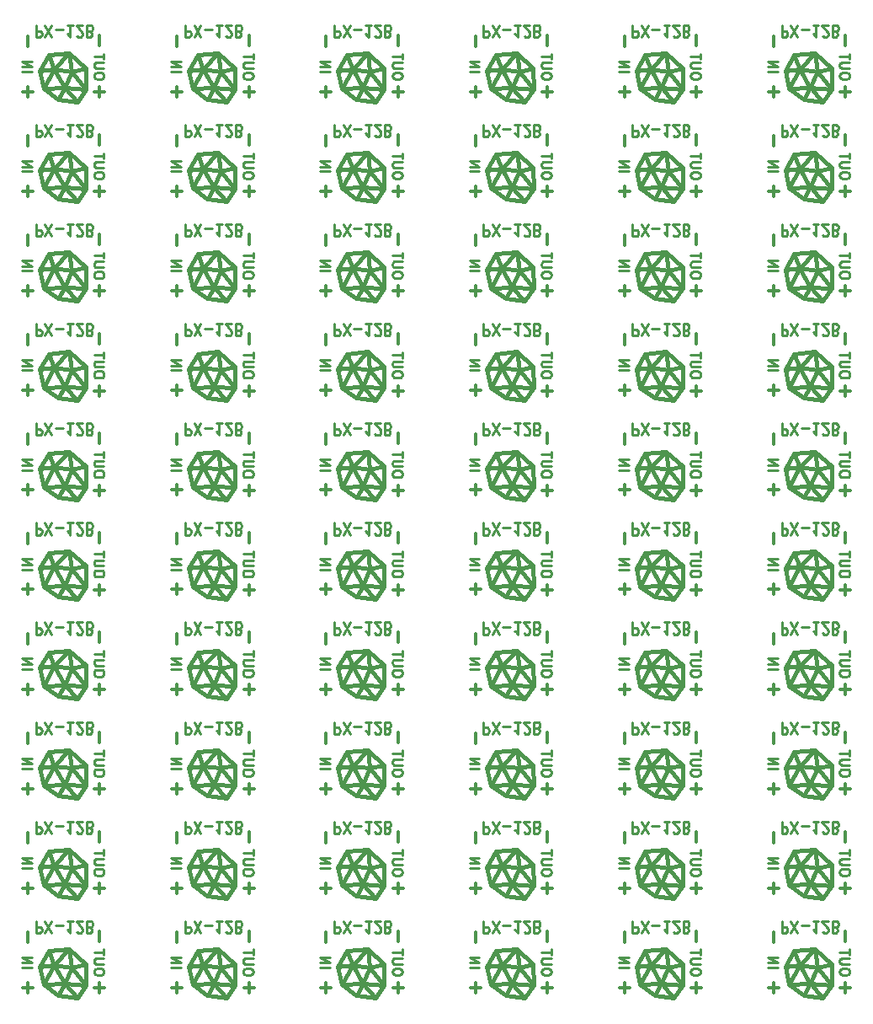
<source format=gbr>
G04 #@! TF.GenerationSoftware,KiCad,Pcbnew,(5.0.2)-1*
G04 #@! TF.CreationDate,2019-05-18T23:42:59-05:00*
G04 #@! TF.ProjectId,pixel_panel,70697865-6c5f-4706-916e-656c2e6b6963,rev?*
G04 #@! TF.SameCoordinates,PX6aae0f0PY2fa8320*
G04 #@! TF.FileFunction,Legend,Bot*
G04 #@! TF.FilePolarity,Positive*
%FSLAX46Y46*%
G04 Gerber Fmt 4.6, Leading zero omitted, Abs format (unit mm)*
G04 Created by KiCad (PCBNEW (5.0.2)-1) date 5/18/2019 11:42:59 PM*
%MOMM*%
%LPD*%
G01*
G04 APERTURE LIST*
%ADD10C,0.250000*%
%ADD11C,0.400000*%
%ADD12C,0.300000*%
G04 APERTURE END LIST*
D10*
X91620619Y-96045000D02*
X91620619Y-95854523D01*
X91573000Y-95759285D01*
X91477761Y-95664047D01*
X91287285Y-95616428D01*
X90953952Y-95616428D01*
X90763476Y-95664047D01*
X90668238Y-95759285D01*
X90620619Y-95854523D01*
X90620619Y-96045000D01*
X90668238Y-96140238D01*
X90763476Y-96235476D01*
X90953952Y-96283095D01*
X91287285Y-96283095D01*
X91477761Y-96235476D01*
X91573000Y-96140238D01*
X91620619Y-96045000D01*
X91620619Y-95187857D02*
X90811095Y-95187857D01*
X90715857Y-95140238D01*
X90668238Y-95092619D01*
X90620619Y-94997380D01*
X90620619Y-94806904D01*
X90668238Y-94711666D01*
X90715857Y-94664047D01*
X90811095Y-94616428D01*
X91620619Y-94616428D01*
X91620619Y-94283095D02*
X91620619Y-93711666D01*
X90620619Y-93997380D02*
X91620619Y-93997380D01*
X76620619Y-96045000D02*
X76620619Y-95854523D01*
X76573000Y-95759285D01*
X76477761Y-95664047D01*
X76287285Y-95616428D01*
X75953952Y-95616428D01*
X75763476Y-95664047D01*
X75668238Y-95759285D01*
X75620619Y-95854523D01*
X75620619Y-96045000D01*
X75668238Y-96140238D01*
X75763476Y-96235476D01*
X75953952Y-96283095D01*
X76287285Y-96283095D01*
X76477761Y-96235476D01*
X76573000Y-96140238D01*
X76620619Y-96045000D01*
X76620619Y-95187857D02*
X75811095Y-95187857D01*
X75715857Y-95140238D01*
X75668238Y-95092619D01*
X75620619Y-94997380D01*
X75620619Y-94806904D01*
X75668238Y-94711666D01*
X75715857Y-94664047D01*
X75811095Y-94616428D01*
X76620619Y-94616428D01*
X76620619Y-94283095D02*
X76620619Y-93711666D01*
X75620619Y-93997380D02*
X76620619Y-93997380D01*
X61620619Y-96045000D02*
X61620619Y-95854523D01*
X61573000Y-95759285D01*
X61477761Y-95664047D01*
X61287285Y-95616428D01*
X60953952Y-95616428D01*
X60763476Y-95664047D01*
X60668238Y-95759285D01*
X60620619Y-95854523D01*
X60620619Y-96045000D01*
X60668238Y-96140238D01*
X60763476Y-96235476D01*
X60953952Y-96283095D01*
X61287285Y-96283095D01*
X61477761Y-96235476D01*
X61573000Y-96140238D01*
X61620619Y-96045000D01*
X61620619Y-95187857D02*
X60811095Y-95187857D01*
X60715857Y-95140238D01*
X60668238Y-95092619D01*
X60620619Y-94997380D01*
X60620619Y-94806904D01*
X60668238Y-94711666D01*
X60715857Y-94664047D01*
X60811095Y-94616428D01*
X61620619Y-94616428D01*
X61620619Y-94283095D02*
X61620619Y-93711666D01*
X60620619Y-93997380D02*
X61620619Y-93997380D01*
X46620619Y-96045000D02*
X46620619Y-95854523D01*
X46573000Y-95759285D01*
X46477761Y-95664047D01*
X46287285Y-95616428D01*
X45953952Y-95616428D01*
X45763476Y-95664047D01*
X45668238Y-95759285D01*
X45620619Y-95854523D01*
X45620619Y-96045000D01*
X45668238Y-96140238D01*
X45763476Y-96235476D01*
X45953952Y-96283095D01*
X46287285Y-96283095D01*
X46477761Y-96235476D01*
X46573000Y-96140238D01*
X46620619Y-96045000D01*
X46620619Y-95187857D02*
X45811095Y-95187857D01*
X45715857Y-95140238D01*
X45668238Y-95092619D01*
X45620619Y-94997380D01*
X45620619Y-94806904D01*
X45668238Y-94711666D01*
X45715857Y-94664047D01*
X45811095Y-94616428D01*
X46620619Y-94616428D01*
X46620619Y-94283095D02*
X46620619Y-93711666D01*
X45620619Y-93997380D02*
X46620619Y-93997380D01*
X31620619Y-96045000D02*
X31620619Y-95854523D01*
X31573000Y-95759285D01*
X31477761Y-95664047D01*
X31287285Y-95616428D01*
X30953952Y-95616428D01*
X30763476Y-95664047D01*
X30668238Y-95759285D01*
X30620619Y-95854523D01*
X30620619Y-96045000D01*
X30668238Y-96140238D01*
X30763476Y-96235476D01*
X30953952Y-96283095D01*
X31287285Y-96283095D01*
X31477761Y-96235476D01*
X31573000Y-96140238D01*
X31620619Y-96045000D01*
X31620619Y-95187857D02*
X30811095Y-95187857D01*
X30715857Y-95140238D01*
X30668238Y-95092619D01*
X30620619Y-94997380D01*
X30620619Y-94806904D01*
X30668238Y-94711666D01*
X30715857Y-94664047D01*
X30811095Y-94616428D01*
X31620619Y-94616428D01*
X31620619Y-94283095D02*
X31620619Y-93711666D01*
X30620619Y-93997380D02*
X31620619Y-93997380D01*
X16620619Y-96045000D02*
X16620619Y-95854523D01*
X16573000Y-95759285D01*
X16477761Y-95664047D01*
X16287285Y-95616428D01*
X15953952Y-95616428D01*
X15763476Y-95664047D01*
X15668238Y-95759285D01*
X15620619Y-95854523D01*
X15620619Y-96045000D01*
X15668238Y-96140238D01*
X15763476Y-96235476D01*
X15953952Y-96283095D01*
X16287285Y-96283095D01*
X16477761Y-96235476D01*
X16573000Y-96140238D01*
X16620619Y-96045000D01*
X16620619Y-95187857D02*
X15811095Y-95187857D01*
X15715857Y-95140238D01*
X15668238Y-95092619D01*
X15620619Y-94997380D01*
X15620619Y-94806904D01*
X15668238Y-94711666D01*
X15715857Y-94664047D01*
X15811095Y-94616428D01*
X16620619Y-94616428D01*
X16620619Y-94283095D02*
X16620619Y-93711666D01*
X15620619Y-93997380D02*
X16620619Y-93997380D01*
X91620619Y-86045000D02*
X91620619Y-85854523D01*
X91573000Y-85759285D01*
X91477761Y-85664047D01*
X91287285Y-85616428D01*
X90953952Y-85616428D01*
X90763476Y-85664047D01*
X90668238Y-85759285D01*
X90620619Y-85854523D01*
X90620619Y-86045000D01*
X90668238Y-86140238D01*
X90763476Y-86235476D01*
X90953952Y-86283095D01*
X91287285Y-86283095D01*
X91477761Y-86235476D01*
X91573000Y-86140238D01*
X91620619Y-86045000D01*
X91620619Y-85187857D02*
X90811095Y-85187857D01*
X90715857Y-85140238D01*
X90668238Y-85092619D01*
X90620619Y-84997380D01*
X90620619Y-84806904D01*
X90668238Y-84711666D01*
X90715857Y-84664047D01*
X90811095Y-84616428D01*
X91620619Y-84616428D01*
X91620619Y-84283095D02*
X91620619Y-83711666D01*
X90620619Y-83997380D02*
X91620619Y-83997380D01*
X76620619Y-86045000D02*
X76620619Y-85854523D01*
X76573000Y-85759285D01*
X76477761Y-85664047D01*
X76287285Y-85616428D01*
X75953952Y-85616428D01*
X75763476Y-85664047D01*
X75668238Y-85759285D01*
X75620619Y-85854523D01*
X75620619Y-86045000D01*
X75668238Y-86140238D01*
X75763476Y-86235476D01*
X75953952Y-86283095D01*
X76287285Y-86283095D01*
X76477761Y-86235476D01*
X76573000Y-86140238D01*
X76620619Y-86045000D01*
X76620619Y-85187857D02*
X75811095Y-85187857D01*
X75715857Y-85140238D01*
X75668238Y-85092619D01*
X75620619Y-84997380D01*
X75620619Y-84806904D01*
X75668238Y-84711666D01*
X75715857Y-84664047D01*
X75811095Y-84616428D01*
X76620619Y-84616428D01*
X76620619Y-84283095D02*
X76620619Y-83711666D01*
X75620619Y-83997380D02*
X76620619Y-83997380D01*
X61620619Y-86045000D02*
X61620619Y-85854523D01*
X61573000Y-85759285D01*
X61477761Y-85664047D01*
X61287285Y-85616428D01*
X60953952Y-85616428D01*
X60763476Y-85664047D01*
X60668238Y-85759285D01*
X60620619Y-85854523D01*
X60620619Y-86045000D01*
X60668238Y-86140238D01*
X60763476Y-86235476D01*
X60953952Y-86283095D01*
X61287285Y-86283095D01*
X61477761Y-86235476D01*
X61573000Y-86140238D01*
X61620619Y-86045000D01*
X61620619Y-85187857D02*
X60811095Y-85187857D01*
X60715857Y-85140238D01*
X60668238Y-85092619D01*
X60620619Y-84997380D01*
X60620619Y-84806904D01*
X60668238Y-84711666D01*
X60715857Y-84664047D01*
X60811095Y-84616428D01*
X61620619Y-84616428D01*
X61620619Y-84283095D02*
X61620619Y-83711666D01*
X60620619Y-83997380D02*
X61620619Y-83997380D01*
X46620619Y-86045000D02*
X46620619Y-85854523D01*
X46573000Y-85759285D01*
X46477761Y-85664047D01*
X46287285Y-85616428D01*
X45953952Y-85616428D01*
X45763476Y-85664047D01*
X45668238Y-85759285D01*
X45620619Y-85854523D01*
X45620619Y-86045000D01*
X45668238Y-86140238D01*
X45763476Y-86235476D01*
X45953952Y-86283095D01*
X46287285Y-86283095D01*
X46477761Y-86235476D01*
X46573000Y-86140238D01*
X46620619Y-86045000D01*
X46620619Y-85187857D02*
X45811095Y-85187857D01*
X45715857Y-85140238D01*
X45668238Y-85092619D01*
X45620619Y-84997380D01*
X45620619Y-84806904D01*
X45668238Y-84711666D01*
X45715857Y-84664047D01*
X45811095Y-84616428D01*
X46620619Y-84616428D01*
X46620619Y-84283095D02*
X46620619Y-83711666D01*
X45620619Y-83997380D02*
X46620619Y-83997380D01*
X31620619Y-86045000D02*
X31620619Y-85854523D01*
X31573000Y-85759285D01*
X31477761Y-85664047D01*
X31287285Y-85616428D01*
X30953952Y-85616428D01*
X30763476Y-85664047D01*
X30668238Y-85759285D01*
X30620619Y-85854523D01*
X30620619Y-86045000D01*
X30668238Y-86140238D01*
X30763476Y-86235476D01*
X30953952Y-86283095D01*
X31287285Y-86283095D01*
X31477761Y-86235476D01*
X31573000Y-86140238D01*
X31620619Y-86045000D01*
X31620619Y-85187857D02*
X30811095Y-85187857D01*
X30715857Y-85140238D01*
X30668238Y-85092619D01*
X30620619Y-84997380D01*
X30620619Y-84806904D01*
X30668238Y-84711666D01*
X30715857Y-84664047D01*
X30811095Y-84616428D01*
X31620619Y-84616428D01*
X31620619Y-84283095D02*
X31620619Y-83711666D01*
X30620619Y-83997380D02*
X31620619Y-83997380D01*
X16620619Y-86045000D02*
X16620619Y-85854523D01*
X16573000Y-85759285D01*
X16477761Y-85664047D01*
X16287285Y-85616428D01*
X15953952Y-85616428D01*
X15763476Y-85664047D01*
X15668238Y-85759285D01*
X15620619Y-85854523D01*
X15620619Y-86045000D01*
X15668238Y-86140238D01*
X15763476Y-86235476D01*
X15953952Y-86283095D01*
X16287285Y-86283095D01*
X16477761Y-86235476D01*
X16573000Y-86140238D01*
X16620619Y-86045000D01*
X16620619Y-85187857D02*
X15811095Y-85187857D01*
X15715857Y-85140238D01*
X15668238Y-85092619D01*
X15620619Y-84997380D01*
X15620619Y-84806904D01*
X15668238Y-84711666D01*
X15715857Y-84664047D01*
X15811095Y-84616428D01*
X16620619Y-84616428D01*
X16620619Y-84283095D02*
X16620619Y-83711666D01*
X15620619Y-83997380D02*
X16620619Y-83997380D01*
X91620619Y-76045000D02*
X91620619Y-75854523D01*
X91573000Y-75759285D01*
X91477761Y-75664047D01*
X91287285Y-75616428D01*
X90953952Y-75616428D01*
X90763476Y-75664047D01*
X90668238Y-75759285D01*
X90620619Y-75854523D01*
X90620619Y-76045000D01*
X90668238Y-76140238D01*
X90763476Y-76235476D01*
X90953952Y-76283095D01*
X91287285Y-76283095D01*
X91477761Y-76235476D01*
X91573000Y-76140238D01*
X91620619Y-76045000D01*
X91620619Y-75187857D02*
X90811095Y-75187857D01*
X90715857Y-75140238D01*
X90668238Y-75092619D01*
X90620619Y-74997380D01*
X90620619Y-74806904D01*
X90668238Y-74711666D01*
X90715857Y-74664047D01*
X90811095Y-74616428D01*
X91620619Y-74616428D01*
X91620619Y-74283095D02*
X91620619Y-73711666D01*
X90620619Y-73997380D02*
X91620619Y-73997380D01*
X76620619Y-76045000D02*
X76620619Y-75854523D01*
X76573000Y-75759285D01*
X76477761Y-75664047D01*
X76287285Y-75616428D01*
X75953952Y-75616428D01*
X75763476Y-75664047D01*
X75668238Y-75759285D01*
X75620619Y-75854523D01*
X75620619Y-76045000D01*
X75668238Y-76140238D01*
X75763476Y-76235476D01*
X75953952Y-76283095D01*
X76287285Y-76283095D01*
X76477761Y-76235476D01*
X76573000Y-76140238D01*
X76620619Y-76045000D01*
X76620619Y-75187857D02*
X75811095Y-75187857D01*
X75715857Y-75140238D01*
X75668238Y-75092619D01*
X75620619Y-74997380D01*
X75620619Y-74806904D01*
X75668238Y-74711666D01*
X75715857Y-74664047D01*
X75811095Y-74616428D01*
X76620619Y-74616428D01*
X76620619Y-74283095D02*
X76620619Y-73711666D01*
X75620619Y-73997380D02*
X76620619Y-73997380D01*
X61620619Y-76045000D02*
X61620619Y-75854523D01*
X61573000Y-75759285D01*
X61477761Y-75664047D01*
X61287285Y-75616428D01*
X60953952Y-75616428D01*
X60763476Y-75664047D01*
X60668238Y-75759285D01*
X60620619Y-75854523D01*
X60620619Y-76045000D01*
X60668238Y-76140238D01*
X60763476Y-76235476D01*
X60953952Y-76283095D01*
X61287285Y-76283095D01*
X61477761Y-76235476D01*
X61573000Y-76140238D01*
X61620619Y-76045000D01*
X61620619Y-75187857D02*
X60811095Y-75187857D01*
X60715857Y-75140238D01*
X60668238Y-75092619D01*
X60620619Y-74997380D01*
X60620619Y-74806904D01*
X60668238Y-74711666D01*
X60715857Y-74664047D01*
X60811095Y-74616428D01*
X61620619Y-74616428D01*
X61620619Y-74283095D02*
X61620619Y-73711666D01*
X60620619Y-73997380D02*
X61620619Y-73997380D01*
X46620619Y-76045000D02*
X46620619Y-75854523D01*
X46573000Y-75759285D01*
X46477761Y-75664047D01*
X46287285Y-75616428D01*
X45953952Y-75616428D01*
X45763476Y-75664047D01*
X45668238Y-75759285D01*
X45620619Y-75854523D01*
X45620619Y-76045000D01*
X45668238Y-76140238D01*
X45763476Y-76235476D01*
X45953952Y-76283095D01*
X46287285Y-76283095D01*
X46477761Y-76235476D01*
X46573000Y-76140238D01*
X46620619Y-76045000D01*
X46620619Y-75187857D02*
X45811095Y-75187857D01*
X45715857Y-75140238D01*
X45668238Y-75092619D01*
X45620619Y-74997380D01*
X45620619Y-74806904D01*
X45668238Y-74711666D01*
X45715857Y-74664047D01*
X45811095Y-74616428D01*
X46620619Y-74616428D01*
X46620619Y-74283095D02*
X46620619Y-73711666D01*
X45620619Y-73997380D02*
X46620619Y-73997380D01*
X31620619Y-76045000D02*
X31620619Y-75854523D01*
X31573000Y-75759285D01*
X31477761Y-75664047D01*
X31287285Y-75616428D01*
X30953952Y-75616428D01*
X30763476Y-75664047D01*
X30668238Y-75759285D01*
X30620619Y-75854523D01*
X30620619Y-76045000D01*
X30668238Y-76140238D01*
X30763476Y-76235476D01*
X30953952Y-76283095D01*
X31287285Y-76283095D01*
X31477761Y-76235476D01*
X31573000Y-76140238D01*
X31620619Y-76045000D01*
X31620619Y-75187857D02*
X30811095Y-75187857D01*
X30715857Y-75140238D01*
X30668238Y-75092619D01*
X30620619Y-74997380D01*
X30620619Y-74806904D01*
X30668238Y-74711666D01*
X30715857Y-74664047D01*
X30811095Y-74616428D01*
X31620619Y-74616428D01*
X31620619Y-74283095D02*
X31620619Y-73711666D01*
X30620619Y-73997380D02*
X31620619Y-73997380D01*
X16620619Y-76045000D02*
X16620619Y-75854523D01*
X16573000Y-75759285D01*
X16477761Y-75664047D01*
X16287285Y-75616428D01*
X15953952Y-75616428D01*
X15763476Y-75664047D01*
X15668238Y-75759285D01*
X15620619Y-75854523D01*
X15620619Y-76045000D01*
X15668238Y-76140238D01*
X15763476Y-76235476D01*
X15953952Y-76283095D01*
X16287285Y-76283095D01*
X16477761Y-76235476D01*
X16573000Y-76140238D01*
X16620619Y-76045000D01*
X16620619Y-75187857D02*
X15811095Y-75187857D01*
X15715857Y-75140238D01*
X15668238Y-75092619D01*
X15620619Y-74997380D01*
X15620619Y-74806904D01*
X15668238Y-74711666D01*
X15715857Y-74664047D01*
X15811095Y-74616428D01*
X16620619Y-74616428D01*
X16620619Y-74283095D02*
X16620619Y-73711666D01*
X15620619Y-73997380D02*
X16620619Y-73997380D01*
X91620619Y-66045000D02*
X91620619Y-65854523D01*
X91573000Y-65759285D01*
X91477761Y-65664047D01*
X91287285Y-65616428D01*
X90953952Y-65616428D01*
X90763476Y-65664047D01*
X90668238Y-65759285D01*
X90620619Y-65854523D01*
X90620619Y-66045000D01*
X90668238Y-66140238D01*
X90763476Y-66235476D01*
X90953952Y-66283095D01*
X91287285Y-66283095D01*
X91477761Y-66235476D01*
X91573000Y-66140238D01*
X91620619Y-66045000D01*
X91620619Y-65187857D02*
X90811095Y-65187857D01*
X90715857Y-65140238D01*
X90668238Y-65092619D01*
X90620619Y-64997380D01*
X90620619Y-64806904D01*
X90668238Y-64711666D01*
X90715857Y-64664047D01*
X90811095Y-64616428D01*
X91620619Y-64616428D01*
X91620619Y-64283095D02*
X91620619Y-63711666D01*
X90620619Y-63997380D02*
X91620619Y-63997380D01*
X76620619Y-66045000D02*
X76620619Y-65854523D01*
X76573000Y-65759285D01*
X76477761Y-65664047D01*
X76287285Y-65616428D01*
X75953952Y-65616428D01*
X75763476Y-65664047D01*
X75668238Y-65759285D01*
X75620619Y-65854523D01*
X75620619Y-66045000D01*
X75668238Y-66140238D01*
X75763476Y-66235476D01*
X75953952Y-66283095D01*
X76287285Y-66283095D01*
X76477761Y-66235476D01*
X76573000Y-66140238D01*
X76620619Y-66045000D01*
X76620619Y-65187857D02*
X75811095Y-65187857D01*
X75715857Y-65140238D01*
X75668238Y-65092619D01*
X75620619Y-64997380D01*
X75620619Y-64806904D01*
X75668238Y-64711666D01*
X75715857Y-64664047D01*
X75811095Y-64616428D01*
X76620619Y-64616428D01*
X76620619Y-64283095D02*
X76620619Y-63711666D01*
X75620619Y-63997380D02*
X76620619Y-63997380D01*
X61620619Y-66045000D02*
X61620619Y-65854523D01*
X61573000Y-65759285D01*
X61477761Y-65664047D01*
X61287285Y-65616428D01*
X60953952Y-65616428D01*
X60763476Y-65664047D01*
X60668238Y-65759285D01*
X60620619Y-65854523D01*
X60620619Y-66045000D01*
X60668238Y-66140238D01*
X60763476Y-66235476D01*
X60953952Y-66283095D01*
X61287285Y-66283095D01*
X61477761Y-66235476D01*
X61573000Y-66140238D01*
X61620619Y-66045000D01*
X61620619Y-65187857D02*
X60811095Y-65187857D01*
X60715857Y-65140238D01*
X60668238Y-65092619D01*
X60620619Y-64997380D01*
X60620619Y-64806904D01*
X60668238Y-64711666D01*
X60715857Y-64664047D01*
X60811095Y-64616428D01*
X61620619Y-64616428D01*
X61620619Y-64283095D02*
X61620619Y-63711666D01*
X60620619Y-63997380D02*
X61620619Y-63997380D01*
X46620619Y-66045000D02*
X46620619Y-65854523D01*
X46573000Y-65759285D01*
X46477761Y-65664047D01*
X46287285Y-65616428D01*
X45953952Y-65616428D01*
X45763476Y-65664047D01*
X45668238Y-65759285D01*
X45620619Y-65854523D01*
X45620619Y-66045000D01*
X45668238Y-66140238D01*
X45763476Y-66235476D01*
X45953952Y-66283095D01*
X46287285Y-66283095D01*
X46477761Y-66235476D01*
X46573000Y-66140238D01*
X46620619Y-66045000D01*
X46620619Y-65187857D02*
X45811095Y-65187857D01*
X45715857Y-65140238D01*
X45668238Y-65092619D01*
X45620619Y-64997380D01*
X45620619Y-64806904D01*
X45668238Y-64711666D01*
X45715857Y-64664047D01*
X45811095Y-64616428D01*
X46620619Y-64616428D01*
X46620619Y-64283095D02*
X46620619Y-63711666D01*
X45620619Y-63997380D02*
X46620619Y-63997380D01*
X31620619Y-66045000D02*
X31620619Y-65854523D01*
X31573000Y-65759285D01*
X31477761Y-65664047D01*
X31287285Y-65616428D01*
X30953952Y-65616428D01*
X30763476Y-65664047D01*
X30668238Y-65759285D01*
X30620619Y-65854523D01*
X30620619Y-66045000D01*
X30668238Y-66140238D01*
X30763476Y-66235476D01*
X30953952Y-66283095D01*
X31287285Y-66283095D01*
X31477761Y-66235476D01*
X31573000Y-66140238D01*
X31620619Y-66045000D01*
X31620619Y-65187857D02*
X30811095Y-65187857D01*
X30715857Y-65140238D01*
X30668238Y-65092619D01*
X30620619Y-64997380D01*
X30620619Y-64806904D01*
X30668238Y-64711666D01*
X30715857Y-64664047D01*
X30811095Y-64616428D01*
X31620619Y-64616428D01*
X31620619Y-64283095D02*
X31620619Y-63711666D01*
X30620619Y-63997380D02*
X31620619Y-63997380D01*
X16620619Y-66045000D02*
X16620619Y-65854523D01*
X16573000Y-65759285D01*
X16477761Y-65664047D01*
X16287285Y-65616428D01*
X15953952Y-65616428D01*
X15763476Y-65664047D01*
X15668238Y-65759285D01*
X15620619Y-65854523D01*
X15620619Y-66045000D01*
X15668238Y-66140238D01*
X15763476Y-66235476D01*
X15953952Y-66283095D01*
X16287285Y-66283095D01*
X16477761Y-66235476D01*
X16573000Y-66140238D01*
X16620619Y-66045000D01*
X16620619Y-65187857D02*
X15811095Y-65187857D01*
X15715857Y-65140238D01*
X15668238Y-65092619D01*
X15620619Y-64997380D01*
X15620619Y-64806904D01*
X15668238Y-64711666D01*
X15715857Y-64664047D01*
X15811095Y-64616428D01*
X16620619Y-64616428D01*
X16620619Y-64283095D02*
X16620619Y-63711666D01*
X15620619Y-63997380D02*
X16620619Y-63997380D01*
X91620619Y-56045000D02*
X91620619Y-55854523D01*
X91573000Y-55759285D01*
X91477761Y-55664047D01*
X91287285Y-55616428D01*
X90953952Y-55616428D01*
X90763476Y-55664047D01*
X90668238Y-55759285D01*
X90620619Y-55854523D01*
X90620619Y-56045000D01*
X90668238Y-56140238D01*
X90763476Y-56235476D01*
X90953952Y-56283095D01*
X91287285Y-56283095D01*
X91477761Y-56235476D01*
X91573000Y-56140238D01*
X91620619Y-56045000D01*
X91620619Y-55187857D02*
X90811095Y-55187857D01*
X90715857Y-55140238D01*
X90668238Y-55092619D01*
X90620619Y-54997380D01*
X90620619Y-54806904D01*
X90668238Y-54711666D01*
X90715857Y-54664047D01*
X90811095Y-54616428D01*
X91620619Y-54616428D01*
X91620619Y-54283095D02*
X91620619Y-53711666D01*
X90620619Y-53997380D02*
X91620619Y-53997380D01*
X76620619Y-56045000D02*
X76620619Y-55854523D01*
X76573000Y-55759285D01*
X76477761Y-55664047D01*
X76287285Y-55616428D01*
X75953952Y-55616428D01*
X75763476Y-55664047D01*
X75668238Y-55759285D01*
X75620619Y-55854523D01*
X75620619Y-56045000D01*
X75668238Y-56140238D01*
X75763476Y-56235476D01*
X75953952Y-56283095D01*
X76287285Y-56283095D01*
X76477761Y-56235476D01*
X76573000Y-56140238D01*
X76620619Y-56045000D01*
X76620619Y-55187857D02*
X75811095Y-55187857D01*
X75715857Y-55140238D01*
X75668238Y-55092619D01*
X75620619Y-54997380D01*
X75620619Y-54806904D01*
X75668238Y-54711666D01*
X75715857Y-54664047D01*
X75811095Y-54616428D01*
X76620619Y-54616428D01*
X76620619Y-54283095D02*
X76620619Y-53711666D01*
X75620619Y-53997380D02*
X76620619Y-53997380D01*
X61620619Y-56045000D02*
X61620619Y-55854523D01*
X61573000Y-55759285D01*
X61477761Y-55664047D01*
X61287285Y-55616428D01*
X60953952Y-55616428D01*
X60763476Y-55664047D01*
X60668238Y-55759285D01*
X60620619Y-55854523D01*
X60620619Y-56045000D01*
X60668238Y-56140238D01*
X60763476Y-56235476D01*
X60953952Y-56283095D01*
X61287285Y-56283095D01*
X61477761Y-56235476D01*
X61573000Y-56140238D01*
X61620619Y-56045000D01*
X61620619Y-55187857D02*
X60811095Y-55187857D01*
X60715857Y-55140238D01*
X60668238Y-55092619D01*
X60620619Y-54997380D01*
X60620619Y-54806904D01*
X60668238Y-54711666D01*
X60715857Y-54664047D01*
X60811095Y-54616428D01*
X61620619Y-54616428D01*
X61620619Y-54283095D02*
X61620619Y-53711666D01*
X60620619Y-53997380D02*
X61620619Y-53997380D01*
X46620619Y-56045000D02*
X46620619Y-55854523D01*
X46573000Y-55759285D01*
X46477761Y-55664047D01*
X46287285Y-55616428D01*
X45953952Y-55616428D01*
X45763476Y-55664047D01*
X45668238Y-55759285D01*
X45620619Y-55854523D01*
X45620619Y-56045000D01*
X45668238Y-56140238D01*
X45763476Y-56235476D01*
X45953952Y-56283095D01*
X46287285Y-56283095D01*
X46477761Y-56235476D01*
X46573000Y-56140238D01*
X46620619Y-56045000D01*
X46620619Y-55187857D02*
X45811095Y-55187857D01*
X45715857Y-55140238D01*
X45668238Y-55092619D01*
X45620619Y-54997380D01*
X45620619Y-54806904D01*
X45668238Y-54711666D01*
X45715857Y-54664047D01*
X45811095Y-54616428D01*
X46620619Y-54616428D01*
X46620619Y-54283095D02*
X46620619Y-53711666D01*
X45620619Y-53997380D02*
X46620619Y-53997380D01*
X31620619Y-56045000D02*
X31620619Y-55854523D01*
X31573000Y-55759285D01*
X31477761Y-55664047D01*
X31287285Y-55616428D01*
X30953952Y-55616428D01*
X30763476Y-55664047D01*
X30668238Y-55759285D01*
X30620619Y-55854523D01*
X30620619Y-56045000D01*
X30668238Y-56140238D01*
X30763476Y-56235476D01*
X30953952Y-56283095D01*
X31287285Y-56283095D01*
X31477761Y-56235476D01*
X31573000Y-56140238D01*
X31620619Y-56045000D01*
X31620619Y-55187857D02*
X30811095Y-55187857D01*
X30715857Y-55140238D01*
X30668238Y-55092619D01*
X30620619Y-54997380D01*
X30620619Y-54806904D01*
X30668238Y-54711666D01*
X30715857Y-54664047D01*
X30811095Y-54616428D01*
X31620619Y-54616428D01*
X31620619Y-54283095D02*
X31620619Y-53711666D01*
X30620619Y-53997380D02*
X31620619Y-53997380D01*
X16620619Y-56045000D02*
X16620619Y-55854523D01*
X16573000Y-55759285D01*
X16477761Y-55664047D01*
X16287285Y-55616428D01*
X15953952Y-55616428D01*
X15763476Y-55664047D01*
X15668238Y-55759285D01*
X15620619Y-55854523D01*
X15620619Y-56045000D01*
X15668238Y-56140238D01*
X15763476Y-56235476D01*
X15953952Y-56283095D01*
X16287285Y-56283095D01*
X16477761Y-56235476D01*
X16573000Y-56140238D01*
X16620619Y-56045000D01*
X16620619Y-55187857D02*
X15811095Y-55187857D01*
X15715857Y-55140238D01*
X15668238Y-55092619D01*
X15620619Y-54997380D01*
X15620619Y-54806904D01*
X15668238Y-54711666D01*
X15715857Y-54664047D01*
X15811095Y-54616428D01*
X16620619Y-54616428D01*
X16620619Y-54283095D02*
X16620619Y-53711666D01*
X15620619Y-53997380D02*
X16620619Y-53997380D01*
X91620619Y-46045000D02*
X91620619Y-45854523D01*
X91573000Y-45759285D01*
X91477761Y-45664047D01*
X91287285Y-45616428D01*
X90953952Y-45616428D01*
X90763476Y-45664047D01*
X90668238Y-45759285D01*
X90620619Y-45854523D01*
X90620619Y-46045000D01*
X90668238Y-46140238D01*
X90763476Y-46235476D01*
X90953952Y-46283095D01*
X91287285Y-46283095D01*
X91477761Y-46235476D01*
X91573000Y-46140238D01*
X91620619Y-46045000D01*
X91620619Y-45187857D02*
X90811095Y-45187857D01*
X90715857Y-45140238D01*
X90668238Y-45092619D01*
X90620619Y-44997380D01*
X90620619Y-44806904D01*
X90668238Y-44711666D01*
X90715857Y-44664047D01*
X90811095Y-44616428D01*
X91620619Y-44616428D01*
X91620619Y-44283095D02*
X91620619Y-43711666D01*
X90620619Y-43997380D02*
X91620619Y-43997380D01*
X76620619Y-46045000D02*
X76620619Y-45854523D01*
X76573000Y-45759285D01*
X76477761Y-45664047D01*
X76287285Y-45616428D01*
X75953952Y-45616428D01*
X75763476Y-45664047D01*
X75668238Y-45759285D01*
X75620619Y-45854523D01*
X75620619Y-46045000D01*
X75668238Y-46140238D01*
X75763476Y-46235476D01*
X75953952Y-46283095D01*
X76287285Y-46283095D01*
X76477761Y-46235476D01*
X76573000Y-46140238D01*
X76620619Y-46045000D01*
X76620619Y-45187857D02*
X75811095Y-45187857D01*
X75715857Y-45140238D01*
X75668238Y-45092619D01*
X75620619Y-44997380D01*
X75620619Y-44806904D01*
X75668238Y-44711666D01*
X75715857Y-44664047D01*
X75811095Y-44616428D01*
X76620619Y-44616428D01*
X76620619Y-44283095D02*
X76620619Y-43711666D01*
X75620619Y-43997380D02*
X76620619Y-43997380D01*
X61620619Y-46045000D02*
X61620619Y-45854523D01*
X61573000Y-45759285D01*
X61477761Y-45664047D01*
X61287285Y-45616428D01*
X60953952Y-45616428D01*
X60763476Y-45664047D01*
X60668238Y-45759285D01*
X60620619Y-45854523D01*
X60620619Y-46045000D01*
X60668238Y-46140238D01*
X60763476Y-46235476D01*
X60953952Y-46283095D01*
X61287285Y-46283095D01*
X61477761Y-46235476D01*
X61573000Y-46140238D01*
X61620619Y-46045000D01*
X61620619Y-45187857D02*
X60811095Y-45187857D01*
X60715857Y-45140238D01*
X60668238Y-45092619D01*
X60620619Y-44997380D01*
X60620619Y-44806904D01*
X60668238Y-44711666D01*
X60715857Y-44664047D01*
X60811095Y-44616428D01*
X61620619Y-44616428D01*
X61620619Y-44283095D02*
X61620619Y-43711666D01*
X60620619Y-43997380D02*
X61620619Y-43997380D01*
X46620619Y-46045000D02*
X46620619Y-45854523D01*
X46573000Y-45759285D01*
X46477761Y-45664047D01*
X46287285Y-45616428D01*
X45953952Y-45616428D01*
X45763476Y-45664047D01*
X45668238Y-45759285D01*
X45620619Y-45854523D01*
X45620619Y-46045000D01*
X45668238Y-46140238D01*
X45763476Y-46235476D01*
X45953952Y-46283095D01*
X46287285Y-46283095D01*
X46477761Y-46235476D01*
X46573000Y-46140238D01*
X46620619Y-46045000D01*
X46620619Y-45187857D02*
X45811095Y-45187857D01*
X45715857Y-45140238D01*
X45668238Y-45092619D01*
X45620619Y-44997380D01*
X45620619Y-44806904D01*
X45668238Y-44711666D01*
X45715857Y-44664047D01*
X45811095Y-44616428D01*
X46620619Y-44616428D01*
X46620619Y-44283095D02*
X46620619Y-43711666D01*
X45620619Y-43997380D02*
X46620619Y-43997380D01*
X31620619Y-46045000D02*
X31620619Y-45854523D01*
X31573000Y-45759285D01*
X31477761Y-45664047D01*
X31287285Y-45616428D01*
X30953952Y-45616428D01*
X30763476Y-45664047D01*
X30668238Y-45759285D01*
X30620619Y-45854523D01*
X30620619Y-46045000D01*
X30668238Y-46140238D01*
X30763476Y-46235476D01*
X30953952Y-46283095D01*
X31287285Y-46283095D01*
X31477761Y-46235476D01*
X31573000Y-46140238D01*
X31620619Y-46045000D01*
X31620619Y-45187857D02*
X30811095Y-45187857D01*
X30715857Y-45140238D01*
X30668238Y-45092619D01*
X30620619Y-44997380D01*
X30620619Y-44806904D01*
X30668238Y-44711666D01*
X30715857Y-44664047D01*
X30811095Y-44616428D01*
X31620619Y-44616428D01*
X31620619Y-44283095D02*
X31620619Y-43711666D01*
X30620619Y-43997380D02*
X31620619Y-43997380D01*
X16620619Y-46045000D02*
X16620619Y-45854523D01*
X16573000Y-45759285D01*
X16477761Y-45664047D01*
X16287285Y-45616428D01*
X15953952Y-45616428D01*
X15763476Y-45664047D01*
X15668238Y-45759285D01*
X15620619Y-45854523D01*
X15620619Y-46045000D01*
X15668238Y-46140238D01*
X15763476Y-46235476D01*
X15953952Y-46283095D01*
X16287285Y-46283095D01*
X16477761Y-46235476D01*
X16573000Y-46140238D01*
X16620619Y-46045000D01*
X16620619Y-45187857D02*
X15811095Y-45187857D01*
X15715857Y-45140238D01*
X15668238Y-45092619D01*
X15620619Y-44997380D01*
X15620619Y-44806904D01*
X15668238Y-44711666D01*
X15715857Y-44664047D01*
X15811095Y-44616428D01*
X16620619Y-44616428D01*
X16620619Y-44283095D02*
X16620619Y-43711666D01*
X15620619Y-43997380D02*
X16620619Y-43997380D01*
X91620619Y-36045000D02*
X91620619Y-35854523D01*
X91573000Y-35759285D01*
X91477761Y-35664047D01*
X91287285Y-35616428D01*
X90953952Y-35616428D01*
X90763476Y-35664047D01*
X90668238Y-35759285D01*
X90620619Y-35854523D01*
X90620619Y-36045000D01*
X90668238Y-36140238D01*
X90763476Y-36235476D01*
X90953952Y-36283095D01*
X91287285Y-36283095D01*
X91477761Y-36235476D01*
X91573000Y-36140238D01*
X91620619Y-36045000D01*
X91620619Y-35187857D02*
X90811095Y-35187857D01*
X90715857Y-35140238D01*
X90668238Y-35092619D01*
X90620619Y-34997380D01*
X90620619Y-34806904D01*
X90668238Y-34711666D01*
X90715857Y-34664047D01*
X90811095Y-34616428D01*
X91620619Y-34616428D01*
X91620619Y-34283095D02*
X91620619Y-33711666D01*
X90620619Y-33997380D02*
X91620619Y-33997380D01*
X76620619Y-36045000D02*
X76620619Y-35854523D01*
X76573000Y-35759285D01*
X76477761Y-35664047D01*
X76287285Y-35616428D01*
X75953952Y-35616428D01*
X75763476Y-35664047D01*
X75668238Y-35759285D01*
X75620619Y-35854523D01*
X75620619Y-36045000D01*
X75668238Y-36140238D01*
X75763476Y-36235476D01*
X75953952Y-36283095D01*
X76287285Y-36283095D01*
X76477761Y-36235476D01*
X76573000Y-36140238D01*
X76620619Y-36045000D01*
X76620619Y-35187857D02*
X75811095Y-35187857D01*
X75715857Y-35140238D01*
X75668238Y-35092619D01*
X75620619Y-34997380D01*
X75620619Y-34806904D01*
X75668238Y-34711666D01*
X75715857Y-34664047D01*
X75811095Y-34616428D01*
X76620619Y-34616428D01*
X76620619Y-34283095D02*
X76620619Y-33711666D01*
X75620619Y-33997380D02*
X76620619Y-33997380D01*
X61620619Y-36045000D02*
X61620619Y-35854523D01*
X61573000Y-35759285D01*
X61477761Y-35664047D01*
X61287285Y-35616428D01*
X60953952Y-35616428D01*
X60763476Y-35664047D01*
X60668238Y-35759285D01*
X60620619Y-35854523D01*
X60620619Y-36045000D01*
X60668238Y-36140238D01*
X60763476Y-36235476D01*
X60953952Y-36283095D01*
X61287285Y-36283095D01*
X61477761Y-36235476D01*
X61573000Y-36140238D01*
X61620619Y-36045000D01*
X61620619Y-35187857D02*
X60811095Y-35187857D01*
X60715857Y-35140238D01*
X60668238Y-35092619D01*
X60620619Y-34997380D01*
X60620619Y-34806904D01*
X60668238Y-34711666D01*
X60715857Y-34664047D01*
X60811095Y-34616428D01*
X61620619Y-34616428D01*
X61620619Y-34283095D02*
X61620619Y-33711666D01*
X60620619Y-33997380D02*
X61620619Y-33997380D01*
X46620619Y-36045000D02*
X46620619Y-35854523D01*
X46573000Y-35759285D01*
X46477761Y-35664047D01*
X46287285Y-35616428D01*
X45953952Y-35616428D01*
X45763476Y-35664047D01*
X45668238Y-35759285D01*
X45620619Y-35854523D01*
X45620619Y-36045000D01*
X45668238Y-36140238D01*
X45763476Y-36235476D01*
X45953952Y-36283095D01*
X46287285Y-36283095D01*
X46477761Y-36235476D01*
X46573000Y-36140238D01*
X46620619Y-36045000D01*
X46620619Y-35187857D02*
X45811095Y-35187857D01*
X45715857Y-35140238D01*
X45668238Y-35092619D01*
X45620619Y-34997380D01*
X45620619Y-34806904D01*
X45668238Y-34711666D01*
X45715857Y-34664047D01*
X45811095Y-34616428D01*
X46620619Y-34616428D01*
X46620619Y-34283095D02*
X46620619Y-33711666D01*
X45620619Y-33997380D02*
X46620619Y-33997380D01*
X31620619Y-36045000D02*
X31620619Y-35854523D01*
X31573000Y-35759285D01*
X31477761Y-35664047D01*
X31287285Y-35616428D01*
X30953952Y-35616428D01*
X30763476Y-35664047D01*
X30668238Y-35759285D01*
X30620619Y-35854523D01*
X30620619Y-36045000D01*
X30668238Y-36140238D01*
X30763476Y-36235476D01*
X30953952Y-36283095D01*
X31287285Y-36283095D01*
X31477761Y-36235476D01*
X31573000Y-36140238D01*
X31620619Y-36045000D01*
X31620619Y-35187857D02*
X30811095Y-35187857D01*
X30715857Y-35140238D01*
X30668238Y-35092619D01*
X30620619Y-34997380D01*
X30620619Y-34806904D01*
X30668238Y-34711666D01*
X30715857Y-34664047D01*
X30811095Y-34616428D01*
X31620619Y-34616428D01*
X31620619Y-34283095D02*
X31620619Y-33711666D01*
X30620619Y-33997380D02*
X31620619Y-33997380D01*
X16620619Y-36045000D02*
X16620619Y-35854523D01*
X16573000Y-35759285D01*
X16477761Y-35664047D01*
X16287285Y-35616428D01*
X15953952Y-35616428D01*
X15763476Y-35664047D01*
X15668238Y-35759285D01*
X15620619Y-35854523D01*
X15620619Y-36045000D01*
X15668238Y-36140238D01*
X15763476Y-36235476D01*
X15953952Y-36283095D01*
X16287285Y-36283095D01*
X16477761Y-36235476D01*
X16573000Y-36140238D01*
X16620619Y-36045000D01*
X16620619Y-35187857D02*
X15811095Y-35187857D01*
X15715857Y-35140238D01*
X15668238Y-35092619D01*
X15620619Y-34997380D01*
X15620619Y-34806904D01*
X15668238Y-34711666D01*
X15715857Y-34664047D01*
X15811095Y-34616428D01*
X16620619Y-34616428D01*
X16620619Y-34283095D02*
X16620619Y-33711666D01*
X15620619Y-33997380D02*
X16620619Y-33997380D01*
X91620619Y-26045000D02*
X91620619Y-25854523D01*
X91573000Y-25759285D01*
X91477761Y-25664047D01*
X91287285Y-25616428D01*
X90953952Y-25616428D01*
X90763476Y-25664047D01*
X90668238Y-25759285D01*
X90620619Y-25854523D01*
X90620619Y-26045000D01*
X90668238Y-26140238D01*
X90763476Y-26235476D01*
X90953952Y-26283095D01*
X91287285Y-26283095D01*
X91477761Y-26235476D01*
X91573000Y-26140238D01*
X91620619Y-26045000D01*
X91620619Y-25187857D02*
X90811095Y-25187857D01*
X90715857Y-25140238D01*
X90668238Y-25092619D01*
X90620619Y-24997380D01*
X90620619Y-24806904D01*
X90668238Y-24711666D01*
X90715857Y-24664047D01*
X90811095Y-24616428D01*
X91620619Y-24616428D01*
X91620619Y-24283095D02*
X91620619Y-23711666D01*
X90620619Y-23997380D02*
X91620619Y-23997380D01*
X76620619Y-26045000D02*
X76620619Y-25854523D01*
X76573000Y-25759285D01*
X76477761Y-25664047D01*
X76287285Y-25616428D01*
X75953952Y-25616428D01*
X75763476Y-25664047D01*
X75668238Y-25759285D01*
X75620619Y-25854523D01*
X75620619Y-26045000D01*
X75668238Y-26140238D01*
X75763476Y-26235476D01*
X75953952Y-26283095D01*
X76287285Y-26283095D01*
X76477761Y-26235476D01*
X76573000Y-26140238D01*
X76620619Y-26045000D01*
X76620619Y-25187857D02*
X75811095Y-25187857D01*
X75715857Y-25140238D01*
X75668238Y-25092619D01*
X75620619Y-24997380D01*
X75620619Y-24806904D01*
X75668238Y-24711666D01*
X75715857Y-24664047D01*
X75811095Y-24616428D01*
X76620619Y-24616428D01*
X76620619Y-24283095D02*
X76620619Y-23711666D01*
X75620619Y-23997380D02*
X76620619Y-23997380D01*
X61620619Y-26045000D02*
X61620619Y-25854523D01*
X61573000Y-25759285D01*
X61477761Y-25664047D01*
X61287285Y-25616428D01*
X60953952Y-25616428D01*
X60763476Y-25664047D01*
X60668238Y-25759285D01*
X60620619Y-25854523D01*
X60620619Y-26045000D01*
X60668238Y-26140238D01*
X60763476Y-26235476D01*
X60953952Y-26283095D01*
X61287285Y-26283095D01*
X61477761Y-26235476D01*
X61573000Y-26140238D01*
X61620619Y-26045000D01*
X61620619Y-25187857D02*
X60811095Y-25187857D01*
X60715857Y-25140238D01*
X60668238Y-25092619D01*
X60620619Y-24997380D01*
X60620619Y-24806904D01*
X60668238Y-24711666D01*
X60715857Y-24664047D01*
X60811095Y-24616428D01*
X61620619Y-24616428D01*
X61620619Y-24283095D02*
X61620619Y-23711666D01*
X60620619Y-23997380D02*
X61620619Y-23997380D01*
X46620619Y-26045000D02*
X46620619Y-25854523D01*
X46573000Y-25759285D01*
X46477761Y-25664047D01*
X46287285Y-25616428D01*
X45953952Y-25616428D01*
X45763476Y-25664047D01*
X45668238Y-25759285D01*
X45620619Y-25854523D01*
X45620619Y-26045000D01*
X45668238Y-26140238D01*
X45763476Y-26235476D01*
X45953952Y-26283095D01*
X46287285Y-26283095D01*
X46477761Y-26235476D01*
X46573000Y-26140238D01*
X46620619Y-26045000D01*
X46620619Y-25187857D02*
X45811095Y-25187857D01*
X45715857Y-25140238D01*
X45668238Y-25092619D01*
X45620619Y-24997380D01*
X45620619Y-24806904D01*
X45668238Y-24711666D01*
X45715857Y-24664047D01*
X45811095Y-24616428D01*
X46620619Y-24616428D01*
X46620619Y-24283095D02*
X46620619Y-23711666D01*
X45620619Y-23997380D02*
X46620619Y-23997380D01*
X31620619Y-26045000D02*
X31620619Y-25854523D01*
X31573000Y-25759285D01*
X31477761Y-25664047D01*
X31287285Y-25616428D01*
X30953952Y-25616428D01*
X30763476Y-25664047D01*
X30668238Y-25759285D01*
X30620619Y-25854523D01*
X30620619Y-26045000D01*
X30668238Y-26140238D01*
X30763476Y-26235476D01*
X30953952Y-26283095D01*
X31287285Y-26283095D01*
X31477761Y-26235476D01*
X31573000Y-26140238D01*
X31620619Y-26045000D01*
X31620619Y-25187857D02*
X30811095Y-25187857D01*
X30715857Y-25140238D01*
X30668238Y-25092619D01*
X30620619Y-24997380D01*
X30620619Y-24806904D01*
X30668238Y-24711666D01*
X30715857Y-24664047D01*
X30811095Y-24616428D01*
X31620619Y-24616428D01*
X31620619Y-24283095D02*
X31620619Y-23711666D01*
X30620619Y-23997380D02*
X31620619Y-23997380D01*
X16620619Y-26045000D02*
X16620619Y-25854523D01*
X16573000Y-25759285D01*
X16477761Y-25664047D01*
X16287285Y-25616428D01*
X15953952Y-25616428D01*
X15763476Y-25664047D01*
X15668238Y-25759285D01*
X15620619Y-25854523D01*
X15620619Y-26045000D01*
X15668238Y-26140238D01*
X15763476Y-26235476D01*
X15953952Y-26283095D01*
X16287285Y-26283095D01*
X16477761Y-26235476D01*
X16573000Y-26140238D01*
X16620619Y-26045000D01*
X16620619Y-25187857D02*
X15811095Y-25187857D01*
X15715857Y-25140238D01*
X15668238Y-25092619D01*
X15620619Y-24997380D01*
X15620619Y-24806904D01*
X15668238Y-24711666D01*
X15715857Y-24664047D01*
X15811095Y-24616428D01*
X16620619Y-24616428D01*
X16620619Y-24283095D02*
X16620619Y-23711666D01*
X15620619Y-23997380D02*
X16620619Y-23997380D01*
X91620619Y-16045000D02*
X91620619Y-15854523D01*
X91573000Y-15759285D01*
X91477761Y-15664047D01*
X91287285Y-15616428D01*
X90953952Y-15616428D01*
X90763476Y-15664047D01*
X90668238Y-15759285D01*
X90620619Y-15854523D01*
X90620619Y-16045000D01*
X90668238Y-16140238D01*
X90763476Y-16235476D01*
X90953952Y-16283095D01*
X91287285Y-16283095D01*
X91477761Y-16235476D01*
X91573000Y-16140238D01*
X91620619Y-16045000D01*
X91620619Y-15187857D02*
X90811095Y-15187857D01*
X90715857Y-15140238D01*
X90668238Y-15092619D01*
X90620619Y-14997380D01*
X90620619Y-14806904D01*
X90668238Y-14711666D01*
X90715857Y-14664047D01*
X90811095Y-14616428D01*
X91620619Y-14616428D01*
X91620619Y-14283095D02*
X91620619Y-13711666D01*
X90620619Y-13997380D02*
X91620619Y-13997380D01*
X76620619Y-16045000D02*
X76620619Y-15854523D01*
X76573000Y-15759285D01*
X76477761Y-15664047D01*
X76287285Y-15616428D01*
X75953952Y-15616428D01*
X75763476Y-15664047D01*
X75668238Y-15759285D01*
X75620619Y-15854523D01*
X75620619Y-16045000D01*
X75668238Y-16140238D01*
X75763476Y-16235476D01*
X75953952Y-16283095D01*
X76287285Y-16283095D01*
X76477761Y-16235476D01*
X76573000Y-16140238D01*
X76620619Y-16045000D01*
X76620619Y-15187857D02*
X75811095Y-15187857D01*
X75715857Y-15140238D01*
X75668238Y-15092619D01*
X75620619Y-14997380D01*
X75620619Y-14806904D01*
X75668238Y-14711666D01*
X75715857Y-14664047D01*
X75811095Y-14616428D01*
X76620619Y-14616428D01*
X76620619Y-14283095D02*
X76620619Y-13711666D01*
X75620619Y-13997380D02*
X76620619Y-13997380D01*
X61620619Y-16045000D02*
X61620619Y-15854523D01*
X61573000Y-15759285D01*
X61477761Y-15664047D01*
X61287285Y-15616428D01*
X60953952Y-15616428D01*
X60763476Y-15664047D01*
X60668238Y-15759285D01*
X60620619Y-15854523D01*
X60620619Y-16045000D01*
X60668238Y-16140238D01*
X60763476Y-16235476D01*
X60953952Y-16283095D01*
X61287285Y-16283095D01*
X61477761Y-16235476D01*
X61573000Y-16140238D01*
X61620619Y-16045000D01*
X61620619Y-15187857D02*
X60811095Y-15187857D01*
X60715857Y-15140238D01*
X60668238Y-15092619D01*
X60620619Y-14997380D01*
X60620619Y-14806904D01*
X60668238Y-14711666D01*
X60715857Y-14664047D01*
X60811095Y-14616428D01*
X61620619Y-14616428D01*
X61620619Y-14283095D02*
X61620619Y-13711666D01*
X60620619Y-13997380D02*
X61620619Y-13997380D01*
X46620619Y-16045000D02*
X46620619Y-15854523D01*
X46573000Y-15759285D01*
X46477761Y-15664047D01*
X46287285Y-15616428D01*
X45953952Y-15616428D01*
X45763476Y-15664047D01*
X45668238Y-15759285D01*
X45620619Y-15854523D01*
X45620619Y-16045000D01*
X45668238Y-16140238D01*
X45763476Y-16235476D01*
X45953952Y-16283095D01*
X46287285Y-16283095D01*
X46477761Y-16235476D01*
X46573000Y-16140238D01*
X46620619Y-16045000D01*
X46620619Y-15187857D02*
X45811095Y-15187857D01*
X45715857Y-15140238D01*
X45668238Y-15092619D01*
X45620619Y-14997380D01*
X45620619Y-14806904D01*
X45668238Y-14711666D01*
X45715857Y-14664047D01*
X45811095Y-14616428D01*
X46620619Y-14616428D01*
X46620619Y-14283095D02*
X46620619Y-13711666D01*
X45620619Y-13997380D02*
X46620619Y-13997380D01*
X31620619Y-16045000D02*
X31620619Y-15854523D01*
X31573000Y-15759285D01*
X31477761Y-15664047D01*
X31287285Y-15616428D01*
X30953952Y-15616428D01*
X30763476Y-15664047D01*
X30668238Y-15759285D01*
X30620619Y-15854523D01*
X30620619Y-16045000D01*
X30668238Y-16140238D01*
X30763476Y-16235476D01*
X30953952Y-16283095D01*
X31287285Y-16283095D01*
X31477761Y-16235476D01*
X31573000Y-16140238D01*
X31620619Y-16045000D01*
X31620619Y-15187857D02*
X30811095Y-15187857D01*
X30715857Y-15140238D01*
X30668238Y-15092619D01*
X30620619Y-14997380D01*
X30620619Y-14806904D01*
X30668238Y-14711666D01*
X30715857Y-14664047D01*
X30811095Y-14616428D01*
X31620619Y-14616428D01*
X31620619Y-14283095D02*
X31620619Y-13711666D01*
X30620619Y-13997380D02*
X31620619Y-13997380D01*
X16620619Y-16045000D02*
X16620619Y-15854523D01*
X16573000Y-15759285D01*
X16477761Y-15664047D01*
X16287285Y-15616428D01*
X15953952Y-15616428D01*
X15763476Y-15664047D01*
X15668238Y-15759285D01*
X15620619Y-15854523D01*
X15620619Y-16045000D01*
X15668238Y-16140238D01*
X15763476Y-16235476D01*
X15953952Y-16283095D01*
X16287285Y-16283095D01*
X16477761Y-16235476D01*
X16573000Y-16140238D01*
X16620619Y-16045000D01*
X16620619Y-15187857D02*
X15811095Y-15187857D01*
X15715857Y-15140238D01*
X15668238Y-15092619D01*
X15620619Y-14997380D01*
X15620619Y-14806904D01*
X15668238Y-14711666D01*
X15715857Y-14664047D01*
X15811095Y-14616428D01*
X16620619Y-14616428D01*
X16620619Y-14283095D02*
X16620619Y-13711666D01*
X15620619Y-13997380D02*
X16620619Y-13997380D01*
X91620619Y-6045000D02*
X91620619Y-5854523D01*
X91573000Y-5759285D01*
X91477761Y-5664047D01*
X91287285Y-5616428D01*
X90953952Y-5616428D01*
X90763476Y-5664047D01*
X90668238Y-5759285D01*
X90620619Y-5854523D01*
X90620619Y-6045000D01*
X90668238Y-6140238D01*
X90763476Y-6235476D01*
X90953952Y-6283095D01*
X91287285Y-6283095D01*
X91477761Y-6235476D01*
X91573000Y-6140238D01*
X91620619Y-6045000D01*
X91620619Y-5187857D02*
X90811095Y-5187857D01*
X90715857Y-5140238D01*
X90668238Y-5092619D01*
X90620619Y-4997380D01*
X90620619Y-4806904D01*
X90668238Y-4711666D01*
X90715857Y-4664047D01*
X90811095Y-4616428D01*
X91620619Y-4616428D01*
X91620619Y-4283095D02*
X91620619Y-3711666D01*
X90620619Y-3997380D02*
X91620619Y-3997380D01*
X76620619Y-6045000D02*
X76620619Y-5854523D01*
X76573000Y-5759285D01*
X76477761Y-5664047D01*
X76287285Y-5616428D01*
X75953952Y-5616428D01*
X75763476Y-5664047D01*
X75668238Y-5759285D01*
X75620619Y-5854523D01*
X75620619Y-6045000D01*
X75668238Y-6140238D01*
X75763476Y-6235476D01*
X75953952Y-6283095D01*
X76287285Y-6283095D01*
X76477761Y-6235476D01*
X76573000Y-6140238D01*
X76620619Y-6045000D01*
X76620619Y-5187857D02*
X75811095Y-5187857D01*
X75715857Y-5140238D01*
X75668238Y-5092619D01*
X75620619Y-4997380D01*
X75620619Y-4806904D01*
X75668238Y-4711666D01*
X75715857Y-4664047D01*
X75811095Y-4616428D01*
X76620619Y-4616428D01*
X76620619Y-4283095D02*
X76620619Y-3711666D01*
X75620619Y-3997380D02*
X76620619Y-3997380D01*
X61620619Y-6045000D02*
X61620619Y-5854523D01*
X61573000Y-5759285D01*
X61477761Y-5664047D01*
X61287285Y-5616428D01*
X60953952Y-5616428D01*
X60763476Y-5664047D01*
X60668238Y-5759285D01*
X60620619Y-5854523D01*
X60620619Y-6045000D01*
X60668238Y-6140238D01*
X60763476Y-6235476D01*
X60953952Y-6283095D01*
X61287285Y-6283095D01*
X61477761Y-6235476D01*
X61573000Y-6140238D01*
X61620619Y-6045000D01*
X61620619Y-5187857D02*
X60811095Y-5187857D01*
X60715857Y-5140238D01*
X60668238Y-5092619D01*
X60620619Y-4997380D01*
X60620619Y-4806904D01*
X60668238Y-4711666D01*
X60715857Y-4664047D01*
X60811095Y-4616428D01*
X61620619Y-4616428D01*
X61620619Y-4283095D02*
X61620619Y-3711666D01*
X60620619Y-3997380D02*
X61620619Y-3997380D01*
X46620619Y-6045000D02*
X46620619Y-5854523D01*
X46573000Y-5759285D01*
X46477761Y-5664047D01*
X46287285Y-5616428D01*
X45953952Y-5616428D01*
X45763476Y-5664047D01*
X45668238Y-5759285D01*
X45620619Y-5854523D01*
X45620619Y-6045000D01*
X45668238Y-6140238D01*
X45763476Y-6235476D01*
X45953952Y-6283095D01*
X46287285Y-6283095D01*
X46477761Y-6235476D01*
X46573000Y-6140238D01*
X46620619Y-6045000D01*
X46620619Y-5187857D02*
X45811095Y-5187857D01*
X45715857Y-5140238D01*
X45668238Y-5092619D01*
X45620619Y-4997380D01*
X45620619Y-4806904D01*
X45668238Y-4711666D01*
X45715857Y-4664047D01*
X45811095Y-4616428D01*
X46620619Y-4616428D01*
X46620619Y-4283095D02*
X46620619Y-3711666D01*
X45620619Y-3997380D02*
X46620619Y-3997380D01*
X31620619Y-6045000D02*
X31620619Y-5854523D01*
X31573000Y-5759285D01*
X31477761Y-5664047D01*
X31287285Y-5616428D01*
X30953952Y-5616428D01*
X30763476Y-5664047D01*
X30668238Y-5759285D01*
X30620619Y-5854523D01*
X30620619Y-6045000D01*
X30668238Y-6140238D01*
X30763476Y-6235476D01*
X30953952Y-6283095D01*
X31287285Y-6283095D01*
X31477761Y-6235476D01*
X31573000Y-6140238D01*
X31620619Y-6045000D01*
X31620619Y-5187857D02*
X30811095Y-5187857D01*
X30715857Y-5140238D01*
X30668238Y-5092619D01*
X30620619Y-4997380D01*
X30620619Y-4806904D01*
X30668238Y-4711666D01*
X30715857Y-4664047D01*
X30811095Y-4616428D01*
X31620619Y-4616428D01*
X31620619Y-4283095D02*
X31620619Y-3711666D01*
X30620619Y-3997380D02*
X31620619Y-3997380D01*
X84790476Y-90857142D02*
X84790476Y-92057142D01*
X85171428Y-92057142D01*
X85266666Y-92000000D01*
X85314285Y-91942857D01*
X85361904Y-91828571D01*
X85361904Y-91657142D01*
X85314285Y-91542857D01*
X85266666Y-91485714D01*
X85171428Y-91428571D01*
X84790476Y-91428571D01*
X85695238Y-92057142D02*
X86361904Y-90857142D01*
X86361904Y-92057142D02*
X85695238Y-90857142D01*
X86742857Y-91314285D02*
X87504761Y-91314285D01*
X88504761Y-90857142D02*
X87933333Y-90857142D01*
X88219047Y-90857142D02*
X88219047Y-92057142D01*
X88123809Y-91885714D01*
X88028571Y-91771428D01*
X87933333Y-91714285D01*
X88885714Y-91942857D02*
X88933333Y-92000000D01*
X89028571Y-92057142D01*
X89266666Y-92057142D01*
X89361904Y-92000000D01*
X89409523Y-91942857D01*
X89457142Y-91828571D01*
X89457142Y-91714285D01*
X89409523Y-91542857D01*
X88838095Y-90857142D01*
X89457142Y-90857142D01*
X90219047Y-91485714D02*
X90361904Y-91428571D01*
X90409523Y-91371428D01*
X90457142Y-91257142D01*
X90457142Y-91085714D01*
X90409523Y-90971428D01*
X90361904Y-90914285D01*
X90266666Y-90857142D01*
X89885714Y-90857142D01*
X89885714Y-92057142D01*
X90219047Y-92057142D01*
X90314285Y-92000000D01*
X90361904Y-91942857D01*
X90409523Y-91828571D01*
X90409523Y-91714285D01*
X90361904Y-91600000D01*
X90314285Y-91542857D01*
X90219047Y-91485714D01*
X89885714Y-91485714D01*
X69790476Y-90857142D02*
X69790476Y-92057142D01*
X70171428Y-92057142D01*
X70266666Y-92000000D01*
X70314285Y-91942857D01*
X70361904Y-91828571D01*
X70361904Y-91657142D01*
X70314285Y-91542857D01*
X70266666Y-91485714D01*
X70171428Y-91428571D01*
X69790476Y-91428571D01*
X70695238Y-92057142D02*
X71361904Y-90857142D01*
X71361904Y-92057142D02*
X70695238Y-90857142D01*
X71742857Y-91314285D02*
X72504761Y-91314285D01*
X73504761Y-90857142D02*
X72933333Y-90857142D01*
X73219047Y-90857142D02*
X73219047Y-92057142D01*
X73123809Y-91885714D01*
X73028571Y-91771428D01*
X72933333Y-91714285D01*
X73885714Y-91942857D02*
X73933333Y-92000000D01*
X74028571Y-92057142D01*
X74266666Y-92057142D01*
X74361904Y-92000000D01*
X74409523Y-91942857D01*
X74457142Y-91828571D01*
X74457142Y-91714285D01*
X74409523Y-91542857D01*
X73838095Y-90857142D01*
X74457142Y-90857142D01*
X75219047Y-91485714D02*
X75361904Y-91428571D01*
X75409523Y-91371428D01*
X75457142Y-91257142D01*
X75457142Y-91085714D01*
X75409523Y-90971428D01*
X75361904Y-90914285D01*
X75266666Y-90857142D01*
X74885714Y-90857142D01*
X74885714Y-92057142D01*
X75219047Y-92057142D01*
X75314285Y-92000000D01*
X75361904Y-91942857D01*
X75409523Y-91828571D01*
X75409523Y-91714285D01*
X75361904Y-91600000D01*
X75314285Y-91542857D01*
X75219047Y-91485714D01*
X74885714Y-91485714D01*
X54790476Y-90857142D02*
X54790476Y-92057142D01*
X55171428Y-92057142D01*
X55266666Y-92000000D01*
X55314285Y-91942857D01*
X55361904Y-91828571D01*
X55361904Y-91657142D01*
X55314285Y-91542857D01*
X55266666Y-91485714D01*
X55171428Y-91428571D01*
X54790476Y-91428571D01*
X55695238Y-92057142D02*
X56361904Y-90857142D01*
X56361904Y-92057142D02*
X55695238Y-90857142D01*
X56742857Y-91314285D02*
X57504761Y-91314285D01*
X58504761Y-90857142D02*
X57933333Y-90857142D01*
X58219047Y-90857142D02*
X58219047Y-92057142D01*
X58123809Y-91885714D01*
X58028571Y-91771428D01*
X57933333Y-91714285D01*
X58885714Y-91942857D02*
X58933333Y-92000000D01*
X59028571Y-92057142D01*
X59266666Y-92057142D01*
X59361904Y-92000000D01*
X59409523Y-91942857D01*
X59457142Y-91828571D01*
X59457142Y-91714285D01*
X59409523Y-91542857D01*
X58838095Y-90857142D01*
X59457142Y-90857142D01*
X60219047Y-91485714D02*
X60361904Y-91428571D01*
X60409523Y-91371428D01*
X60457142Y-91257142D01*
X60457142Y-91085714D01*
X60409523Y-90971428D01*
X60361904Y-90914285D01*
X60266666Y-90857142D01*
X59885714Y-90857142D01*
X59885714Y-92057142D01*
X60219047Y-92057142D01*
X60314285Y-92000000D01*
X60361904Y-91942857D01*
X60409523Y-91828571D01*
X60409523Y-91714285D01*
X60361904Y-91600000D01*
X60314285Y-91542857D01*
X60219047Y-91485714D01*
X59885714Y-91485714D01*
X39790476Y-90857142D02*
X39790476Y-92057142D01*
X40171428Y-92057142D01*
X40266666Y-92000000D01*
X40314285Y-91942857D01*
X40361904Y-91828571D01*
X40361904Y-91657142D01*
X40314285Y-91542857D01*
X40266666Y-91485714D01*
X40171428Y-91428571D01*
X39790476Y-91428571D01*
X40695238Y-92057142D02*
X41361904Y-90857142D01*
X41361904Y-92057142D02*
X40695238Y-90857142D01*
X41742857Y-91314285D02*
X42504761Y-91314285D01*
X43504761Y-90857142D02*
X42933333Y-90857142D01*
X43219047Y-90857142D02*
X43219047Y-92057142D01*
X43123809Y-91885714D01*
X43028571Y-91771428D01*
X42933333Y-91714285D01*
X43885714Y-91942857D02*
X43933333Y-92000000D01*
X44028571Y-92057142D01*
X44266666Y-92057142D01*
X44361904Y-92000000D01*
X44409523Y-91942857D01*
X44457142Y-91828571D01*
X44457142Y-91714285D01*
X44409523Y-91542857D01*
X43838095Y-90857142D01*
X44457142Y-90857142D01*
X45219047Y-91485714D02*
X45361904Y-91428571D01*
X45409523Y-91371428D01*
X45457142Y-91257142D01*
X45457142Y-91085714D01*
X45409523Y-90971428D01*
X45361904Y-90914285D01*
X45266666Y-90857142D01*
X44885714Y-90857142D01*
X44885714Y-92057142D01*
X45219047Y-92057142D01*
X45314285Y-92000000D01*
X45361904Y-91942857D01*
X45409523Y-91828571D01*
X45409523Y-91714285D01*
X45361904Y-91600000D01*
X45314285Y-91542857D01*
X45219047Y-91485714D01*
X44885714Y-91485714D01*
X24790476Y-90857142D02*
X24790476Y-92057142D01*
X25171428Y-92057142D01*
X25266666Y-92000000D01*
X25314285Y-91942857D01*
X25361904Y-91828571D01*
X25361904Y-91657142D01*
X25314285Y-91542857D01*
X25266666Y-91485714D01*
X25171428Y-91428571D01*
X24790476Y-91428571D01*
X25695238Y-92057142D02*
X26361904Y-90857142D01*
X26361904Y-92057142D02*
X25695238Y-90857142D01*
X26742857Y-91314285D02*
X27504761Y-91314285D01*
X28504761Y-90857142D02*
X27933333Y-90857142D01*
X28219047Y-90857142D02*
X28219047Y-92057142D01*
X28123809Y-91885714D01*
X28028571Y-91771428D01*
X27933333Y-91714285D01*
X28885714Y-91942857D02*
X28933333Y-92000000D01*
X29028571Y-92057142D01*
X29266666Y-92057142D01*
X29361904Y-92000000D01*
X29409523Y-91942857D01*
X29457142Y-91828571D01*
X29457142Y-91714285D01*
X29409523Y-91542857D01*
X28838095Y-90857142D01*
X29457142Y-90857142D01*
X30219047Y-91485714D02*
X30361904Y-91428571D01*
X30409523Y-91371428D01*
X30457142Y-91257142D01*
X30457142Y-91085714D01*
X30409523Y-90971428D01*
X30361904Y-90914285D01*
X30266666Y-90857142D01*
X29885714Y-90857142D01*
X29885714Y-92057142D01*
X30219047Y-92057142D01*
X30314285Y-92000000D01*
X30361904Y-91942857D01*
X30409523Y-91828571D01*
X30409523Y-91714285D01*
X30361904Y-91600000D01*
X30314285Y-91542857D01*
X30219047Y-91485714D01*
X29885714Y-91485714D01*
X9790476Y-90857142D02*
X9790476Y-92057142D01*
X10171428Y-92057142D01*
X10266666Y-92000000D01*
X10314285Y-91942857D01*
X10361904Y-91828571D01*
X10361904Y-91657142D01*
X10314285Y-91542857D01*
X10266666Y-91485714D01*
X10171428Y-91428571D01*
X9790476Y-91428571D01*
X10695238Y-92057142D02*
X11361904Y-90857142D01*
X11361904Y-92057142D02*
X10695238Y-90857142D01*
X11742857Y-91314285D02*
X12504761Y-91314285D01*
X13504761Y-90857142D02*
X12933333Y-90857142D01*
X13219047Y-90857142D02*
X13219047Y-92057142D01*
X13123809Y-91885714D01*
X13028571Y-91771428D01*
X12933333Y-91714285D01*
X13885714Y-91942857D02*
X13933333Y-92000000D01*
X14028571Y-92057142D01*
X14266666Y-92057142D01*
X14361904Y-92000000D01*
X14409523Y-91942857D01*
X14457142Y-91828571D01*
X14457142Y-91714285D01*
X14409523Y-91542857D01*
X13838095Y-90857142D01*
X14457142Y-90857142D01*
X15219047Y-91485714D02*
X15361904Y-91428571D01*
X15409523Y-91371428D01*
X15457142Y-91257142D01*
X15457142Y-91085714D01*
X15409523Y-90971428D01*
X15361904Y-90914285D01*
X15266666Y-90857142D01*
X14885714Y-90857142D01*
X14885714Y-92057142D01*
X15219047Y-92057142D01*
X15314285Y-92000000D01*
X15361904Y-91942857D01*
X15409523Y-91828571D01*
X15409523Y-91714285D01*
X15361904Y-91600000D01*
X15314285Y-91542857D01*
X15219047Y-91485714D01*
X14885714Y-91485714D01*
X84790476Y-80857142D02*
X84790476Y-82057142D01*
X85171428Y-82057142D01*
X85266666Y-82000000D01*
X85314285Y-81942857D01*
X85361904Y-81828571D01*
X85361904Y-81657142D01*
X85314285Y-81542857D01*
X85266666Y-81485714D01*
X85171428Y-81428571D01*
X84790476Y-81428571D01*
X85695238Y-82057142D02*
X86361904Y-80857142D01*
X86361904Y-82057142D02*
X85695238Y-80857142D01*
X86742857Y-81314285D02*
X87504761Y-81314285D01*
X88504761Y-80857142D02*
X87933333Y-80857142D01*
X88219047Y-80857142D02*
X88219047Y-82057142D01*
X88123809Y-81885714D01*
X88028571Y-81771428D01*
X87933333Y-81714285D01*
X88885714Y-81942857D02*
X88933333Y-82000000D01*
X89028571Y-82057142D01*
X89266666Y-82057142D01*
X89361904Y-82000000D01*
X89409523Y-81942857D01*
X89457142Y-81828571D01*
X89457142Y-81714285D01*
X89409523Y-81542857D01*
X88838095Y-80857142D01*
X89457142Y-80857142D01*
X90219047Y-81485714D02*
X90361904Y-81428571D01*
X90409523Y-81371428D01*
X90457142Y-81257142D01*
X90457142Y-81085714D01*
X90409523Y-80971428D01*
X90361904Y-80914285D01*
X90266666Y-80857142D01*
X89885714Y-80857142D01*
X89885714Y-82057142D01*
X90219047Y-82057142D01*
X90314285Y-82000000D01*
X90361904Y-81942857D01*
X90409523Y-81828571D01*
X90409523Y-81714285D01*
X90361904Y-81600000D01*
X90314285Y-81542857D01*
X90219047Y-81485714D01*
X89885714Y-81485714D01*
X69790476Y-80857142D02*
X69790476Y-82057142D01*
X70171428Y-82057142D01*
X70266666Y-82000000D01*
X70314285Y-81942857D01*
X70361904Y-81828571D01*
X70361904Y-81657142D01*
X70314285Y-81542857D01*
X70266666Y-81485714D01*
X70171428Y-81428571D01*
X69790476Y-81428571D01*
X70695238Y-82057142D02*
X71361904Y-80857142D01*
X71361904Y-82057142D02*
X70695238Y-80857142D01*
X71742857Y-81314285D02*
X72504761Y-81314285D01*
X73504761Y-80857142D02*
X72933333Y-80857142D01*
X73219047Y-80857142D02*
X73219047Y-82057142D01*
X73123809Y-81885714D01*
X73028571Y-81771428D01*
X72933333Y-81714285D01*
X73885714Y-81942857D02*
X73933333Y-82000000D01*
X74028571Y-82057142D01*
X74266666Y-82057142D01*
X74361904Y-82000000D01*
X74409523Y-81942857D01*
X74457142Y-81828571D01*
X74457142Y-81714285D01*
X74409523Y-81542857D01*
X73838095Y-80857142D01*
X74457142Y-80857142D01*
X75219047Y-81485714D02*
X75361904Y-81428571D01*
X75409523Y-81371428D01*
X75457142Y-81257142D01*
X75457142Y-81085714D01*
X75409523Y-80971428D01*
X75361904Y-80914285D01*
X75266666Y-80857142D01*
X74885714Y-80857142D01*
X74885714Y-82057142D01*
X75219047Y-82057142D01*
X75314285Y-82000000D01*
X75361904Y-81942857D01*
X75409523Y-81828571D01*
X75409523Y-81714285D01*
X75361904Y-81600000D01*
X75314285Y-81542857D01*
X75219047Y-81485714D01*
X74885714Y-81485714D01*
X54790476Y-80857142D02*
X54790476Y-82057142D01*
X55171428Y-82057142D01*
X55266666Y-82000000D01*
X55314285Y-81942857D01*
X55361904Y-81828571D01*
X55361904Y-81657142D01*
X55314285Y-81542857D01*
X55266666Y-81485714D01*
X55171428Y-81428571D01*
X54790476Y-81428571D01*
X55695238Y-82057142D02*
X56361904Y-80857142D01*
X56361904Y-82057142D02*
X55695238Y-80857142D01*
X56742857Y-81314285D02*
X57504761Y-81314285D01*
X58504761Y-80857142D02*
X57933333Y-80857142D01*
X58219047Y-80857142D02*
X58219047Y-82057142D01*
X58123809Y-81885714D01*
X58028571Y-81771428D01*
X57933333Y-81714285D01*
X58885714Y-81942857D02*
X58933333Y-82000000D01*
X59028571Y-82057142D01*
X59266666Y-82057142D01*
X59361904Y-82000000D01*
X59409523Y-81942857D01*
X59457142Y-81828571D01*
X59457142Y-81714285D01*
X59409523Y-81542857D01*
X58838095Y-80857142D01*
X59457142Y-80857142D01*
X60219047Y-81485714D02*
X60361904Y-81428571D01*
X60409523Y-81371428D01*
X60457142Y-81257142D01*
X60457142Y-81085714D01*
X60409523Y-80971428D01*
X60361904Y-80914285D01*
X60266666Y-80857142D01*
X59885714Y-80857142D01*
X59885714Y-82057142D01*
X60219047Y-82057142D01*
X60314285Y-82000000D01*
X60361904Y-81942857D01*
X60409523Y-81828571D01*
X60409523Y-81714285D01*
X60361904Y-81600000D01*
X60314285Y-81542857D01*
X60219047Y-81485714D01*
X59885714Y-81485714D01*
X39790476Y-80857142D02*
X39790476Y-82057142D01*
X40171428Y-82057142D01*
X40266666Y-82000000D01*
X40314285Y-81942857D01*
X40361904Y-81828571D01*
X40361904Y-81657142D01*
X40314285Y-81542857D01*
X40266666Y-81485714D01*
X40171428Y-81428571D01*
X39790476Y-81428571D01*
X40695238Y-82057142D02*
X41361904Y-80857142D01*
X41361904Y-82057142D02*
X40695238Y-80857142D01*
X41742857Y-81314285D02*
X42504761Y-81314285D01*
X43504761Y-80857142D02*
X42933333Y-80857142D01*
X43219047Y-80857142D02*
X43219047Y-82057142D01*
X43123809Y-81885714D01*
X43028571Y-81771428D01*
X42933333Y-81714285D01*
X43885714Y-81942857D02*
X43933333Y-82000000D01*
X44028571Y-82057142D01*
X44266666Y-82057142D01*
X44361904Y-82000000D01*
X44409523Y-81942857D01*
X44457142Y-81828571D01*
X44457142Y-81714285D01*
X44409523Y-81542857D01*
X43838095Y-80857142D01*
X44457142Y-80857142D01*
X45219047Y-81485714D02*
X45361904Y-81428571D01*
X45409523Y-81371428D01*
X45457142Y-81257142D01*
X45457142Y-81085714D01*
X45409523Y-80971428D01*
X45361904Y-80914285D01*
X45266666Y-80857142D01*
X44885714Y-80857142D01*
X44885714Y-82057142D01*
X45219047Y-82057142D01*
X45314285Y-82000000D01*
X45361904Y-81942857D01*
X45409523Y-81828571D01*
X45409523Y-81714285D01*
X45361904Y-81600000D01*
X45314285Y-81542857D01*
X45219047Y-81485714D01*
X44885714Y-81485714D01*
X24790476Y-80857142D02*
X24790476Y-82057142D01*
X25171428Y-82057142D01*
X25266666Y-82000000D01*
X25314285Y-81942857D01*
X25361904Y-81828571D01*
X25361904Y-81657142D01*
X25314285Y-81542857D01*
X25266666Y-81485714D01*
X25171428Y-81428571D01*
X24790476Y-81428571D01*
X25695238Y-82057142D02*
X26361904Y-80857142D01*
X26361904Y-82057142D02*
X25695238Y-80857142D01*
X26742857Y-81314285D02*
X27504761Y-81314285D01*
X28504761Y-80857142D02*
X27933333Y-80857142D01*
X28219047Y-80857142D02*
X28219047Y-82057142D01*
X28123809Y-81885714D01*
X28028571Y-81771428D01*
X27933333Y-81714285D01*
X28885714Y-81942857D02*
X28933333Y-82000000D01*
X29028571Y-82057142D01*
X29266666Y-82057142D01*
X29361904Y-82000000D01*
X29409523Y-81942857D01*
X29457142Y-81828571D01*
X29457142Y-81714285D01*
X29409523Y-81542857D01*
X28838095Y-80857142D01*
X29457142Y-80857142D01*
X30219047Y-81485714D02*
X30361904Y-81428571D01*
X30409523Y-81371428D01*
X30457142Y-81257142D01*
X30457142Y-81085714D01*
X30409523Y-80971428D01*
X30361904Y-80914285D01*
X30266666Y-80857142D01*
X29885714Y-80857142D01*
X29885714Y-82057142D01*
X30219047Y-82057142D01*
X30314285Y-82000000D01*
X30361904Y-81942857D01*
X30409523Y-81828571D01*
X30409523Y-81714285D01*
X30361904Y-81600000D01*
X30314285Y-81542857D01*
X30219047Y-81485714D01*
X29885714Y-81485714D01*
X9790476Y-80857142D02*
X9790476Y-82057142D01*
X10171428Y-82057142D01*
X10266666Y-82000000D01*
X10314285Y-81942857D01*
X10361904Y-81828571D01*
X10361904Y-81657142D01*
X10314285Y-81542857D01*
X10266666Y-81485714D01*
X10171428Y-81428571D01*
X9790476Y-81428571D01*
X10695238Y-82057142D02*
X11361904Y-80857142D01*
X11361904Y-82057142D02*
X10695238Y-80857142D01*
X11742857Y-81314285D02*
X12504761Y-81314285D01*
X13504761Y-80857142D02*
X12933333Y-80857142D01*
X13219047Y-80857142D02*
X13219047Y-82057142D01*
X13123809Y-81885714D01*
X13028571Y-81771428D01*
X12933333Y-81714285D01*
X13885714Y-81942857D02*
X13933333Y-82000000D01*
X14028571Y-82057142D01*
X14266666Y-82057142D01*
X14361904Y-82000000D01*
X14409523Y-81942857D01*
X14457142Y-81828571D01*
X14457142Y-81714285D01*
X14409523Y-81542857D01*
X13838095Y-80857142D01*
X14457142Y-80857142D01*
X15219047Y-81485714D02*
X15361904Y-81428571D01*
X15409523Y-81371428D01*
X15457142Y-81257142D01*
X15457142Y-81085714D01*
X15409523Y-80971428D01*
X15361904Y-80914285D01*
X15266666Y-80857142D01*
X14885714Y-80857142D01*
X14885714Y-82057142D01*
X15219047Y-82057142D01*
X15314285Y-82000000D01*
X15361904Y-81942857D01*
X15409523Y-81828571D01*
X15409523Y-81714285D01*
X15361904Y-81600000D01*
X15314285Y-81542857D01*
X15219047Y-81485714D01*
X14885714Y-81485714D01*
X84790476Y-70857142D02*
X84790476Y-72057142D01*
X85171428Y-72057142D01*
X85266666Y-72000000D01*
X85314285Y-71942857D01*
X85361904Y-71828571D01*
X85361904Y-71657142D01*
X85314285Y-71542857D01*
X85266666Y-71485714D01*
X85171428Y-71428571D01*
X84790476Y-71428571D01*
X85695238Y-72057142D02*
X86361904Y-70857142D01*
X86361904Y-72057142D02*
X85695238Y-70857142D01*
X86742857Y-71314285D02*
X87504761Y-71314285D01*
X88504761Y-70857142D02*
X87933333Y-70857142D01*
X88219047Y-70857142D02*
X88219047Y-72057142D01*
X88123809Y-71885714D01*
X88028571Y-71771428D01*
X87933333Y-71714285D01*
X88885714Y-71942857D02*
X88933333Y-72000000D01*
X89028571Y-72057142D01*
X89266666Y-72057142D01*
X89361904Y-72000000D01*
X89409523Y-71942857D01*
X89457142Y-71828571D01*
X89457142Y-71714285D01*
X89409523Y-71542857D01*
X88838095Y-70857142D01*
X89457142Y-70857142D01*
X90219047Y-71485714D02*
X90361904Y-71428571D01*
X90409523Y-71371428D01*
X90457142Y-71257142D01*
X90457142Y-71085714D01*
X90409523Y-70971428D01*
X90361904Y-70914285D01*
X90266666Y-70857142D01*
X89885714Y-70857142D01*
X89885714Y-72057142D01*
X90219047Y-72057142D01*
X90314285Y-72000000D01*
X90361904Y-71942857D01*
X90409523Y-71828571D01*
X90409523Y-71714285D01*
X90361904Y-71600000D01*
X90314285Y-71542857D01*
X90219047Y-71485714D01*
X89885714Y-71485714D01*
X69790476Y-70857142D02*
X69790476Y-72057142D01*
X70171428Y-72057142D01*
X70266666Y-72000000D01*
X70314285Y-71942857D01*
X70361904Y-71828571D01*
X70361904Y-71657142D01*
X70314285Y-71542857D01*
X70266666Y-71485714D01*
X70171428Y-71428571D01*
X69790476Y-71428571D01*
X70695238Y-72057142D02*
X71361904Y-70857142D01*
X71361904Y-72057142D02*
X70695238Y-70857142D01*
X71742857Y-71314285D02*
X72504761Y-71314285D01*
X73504761Y-70857142D02*
X72933333Y-70857142D01*
X73219047Y-70857142D02*
X73219047Y-72057142D01*
X73123809Y-71885714D01*
X73028571Y-71771428D01*
X72933333Y-71714285D01*
X73885714Y-71942857D02*
X73933333Y-72000000D01*
X74028571Y-72057142D01*
X74266666Y-72057142D01*
X74361904Y-72000000D01*
X74409523Y-71942857D01*
X74457142Y-71828571D01*
X74457142Y-71714285D01*
X74409523Y-71542857D01*
X73838095Y-70857142D01*
X74457142Y-70857142D01*
X75219047Y-71485714D02*
X75361904Y-71428571D01*
X75409523Y-71371428D01*
X75457142Y-71257142D01*
X75457142Y-71085714D01*
X75409523Y-70971428D01*
X75361904Y-70914285D01*
X75266666Y-70857142D01*
X74885714Y-70857142D01*
X74885714Y-72057142D01*
X75219047Y-72057142D01*
X75314285Y-72000000D01*
X75361904Y-71942857D01*
X75409523Y-71828571D01*
X75409523Y-71714285D01*
X75361904Y-71600000D01*
X75314285Y-71542857D01*
X75219047Y-71485714D01*
X74885714Y-71485714D01*
X54790476Y-70857142D02*
X54790476Y-72057142D01*
X55171428Y-72057142D01*
X55266666Y-72000000D01*
X55314285Y-71942857D01*
X55361904Y-71828571D01*
X55361904Y-71657142D01*
X55314285Y-71542857D01*
X55266666Y-71485714D01*
X55171428Y-71428571D01*
X54790476Y-71428571D01*
X55695238Y-72057142D02*
X56361904Y-70857142D01*
X56361904Y-72057142D02*
X55695238Y-70857142D01*
X56742857Y-71314285D02*
X57504761Y-71314285D01*
X58504761Y-70857142D02*
X57933333Y-70857142D01*
X58219047Y-70857142D02*
X58219047Y-72057142D01*
X58123809Y-71885714D01*
X58028571Y-71771428D01*
X57933333Y-71714285D01*
X58885714Y-71942857D02*
X58933333Y-72000000D01*
X59028571Y-72057142D01*
X59266666Y-72057142D01*
X59361904Y-72000000D01*
X59409523Y-71942857D01*
X59457142Y-71828571D01*
X59457142Y-71714285D01*
X59409523Y-71542857D01*
X58838095Y-70857142D01*
X59457142Y-70857142D01*
X60219047Y-71485714D02*
X60361904Y-71428571D01*
X60409523Y-71371428D01*
X60457142Y-71257142D01*
X60457142Y-71085714D01*
X60409523Y-70971428D01*
X60361904Y-70914285D01*
X60266666Y-70857142D01*
X59885714Y-70857142D01*
X59885714Y-72057142D01*
X60219047Y-72057142D01*
X60314285Y-72000000D01*
X60361904Y-71942857D01*
X60409523Y-71828571D01*
X60409523Y-71714285D01*
X60361904Y-71600000D01*
X60314285Y-71542857D01*
X60219047Y-71485714D01*
X59885714Y-71485714D01*
X39790476Y-70857142D02*
X39790476Y-72057142D01*
X40171428Y-72057142D01*
X40266666Y-72000000D01*
X40314285Y-71942857D01*
X40361904Y-71828571D01*
X40361904Y-71657142D01*
X40314285Y-71542857D01*
X40266666Y-71485714D01*
X40171428Y-71428571D01*
X39790476Y-71428571D01*
X40695238Y-72057142D02*
X41361904Y-70857142D01*
X41361904Y-72057142D02*
X40695238Y-70857142D01*
X41742857Y-71314285D02*
X42504761Y-71314285D01*
X43504761Y-70857142D02*
X42933333Y-70857142D01*
X43219047Y-70857142D02*
X43219047Y-72057142D01*
X43123809Y-71885714D01*
X43028571Y-71771428D01*
X42933333Y-71714285D01*
X43885714Y-71942857D02*
X43933333Y-72000000D01*
X44028571Y-72057142D01*
X44266666Y-72057142D01*
X44361904Y-72000000D01*
X44409523Y-71942857D01*
X44457142Y-71828571D01*
X44457142Y-71714285D01*
X44409523Y-71542857D01*
X43838095Y-70857142D01*
X44457142Y-70857142D01*
X45219047Y-71485714D02*
X45361904Y-71428571D01*
X45409523Y-71371428D01*
X45457142Y-71257142D01*
X45457142Y-71085714D01*
X45409523Y-70971428D01*
X45361904Y-70914285D01*
X45266666Y-70857142D01*
X44885714Y-70857142D01*
X44885714Y-72057142D01*
X45219047Y-72057142D01*
X45314285Y-72000000D01*
X45361904Y-71942857D01*
X45409523Y-71828571D01*
X45409523Y-71714285D01*
X45361904Y-71600000D01*
X45314285Y-71542857D01*
X45219047Y-71485714D01*
X44885714Y-71485714D01*
X24790476Y-70857142D02*
X24790476Y-72057142D01*
X25171428Y-72057142D01*
X25266666Y-72000000D01*
X25314285Y-71942857D01*
X25361904Y-71828571D01*
X25361904Y-71657142D01*
X25314285Y-71542857D01*
X25266666Y-71485714D01*
X25171428Y-71428571D01*
X24790476Y-71428571D01*
X25695238Y-72057142D02*
X26361904Y-70857142D01*
X26361904Y-72057142D02*
X25695238Y-70857142D01*
X26742857Y-71314285D02*
X27504761Y-71314285D01*
X28504761Y-70857142D02*
X27933333Y-70857142D01*
X28219047Y-70857142D02*
X28219047Y-72057142D01*
X28123809Y-71885714D01*
X28028571Y-71771428D01*
X27933333Y-71714285D01*
X28885714Y-71942857D02*
X28933333Y-72000000D01*
X29028571Y-72057142D01*
X29266666Y-72057142D01*
X29361904Y-72000000D01*
X29409523Y-71942857D01*
X29457142Y-71828571D01*
X29457142Y-71714285D01*
X29409523Y-71542857D01*
X28838095Y-70857142D01*
X29457142Y-70857142D01*
X30219047Y-71485714D02*
X30361904Y-71428571D01*
X30409523Y-71371428D01*
X30457142Y-71257142D01*
X30457142Y-71085714D01*
X30409523Y-70971428D01*
X30361904Y-70914285D01*
X30266666Y-70857142D01*
X29885714Y-70857142D01*
X29885714Y-72057142D01*
X30219047Y-72057142D01*
X30314285Y-72000000D01*
X30361904Y-71942857D01*
X30409523Y-71828571D01*
X30409523Y-71714285D01*
X30361904Y-71600000D01*
X30314285Y-71542857D01*
X30219047Y-71485714D01*
X29885714Y-71485714D01*
X9790476Y-70857142D02*
X9790476Y-72057142D01*
X10171428Y-72057142D01*
X10266666Y-72000000D01*
X10314285Y-71942857D01*
X10361904Y-71828571D01*
X10361904Y-71657142D01*
X10314285Y-71542857D01*
X10266666Y-71485714D01*
X10171428Y-71428571D01*
X9790476Y-71428571D01*
X10695238Y-72057142D02*
X11361904Y-70857142D01*
X11361904Y-72057142D02*
X10695238Y-70857142D01*
X11742857Y-71314285D02*
X12504761Y-71314285D01*
X13504761Y-70857142D02*
X12933333Y-70857142D01*
X13219047Y-70857142D02*
X13219047Y-72057142D01*
X13123809Y-71885714D01*
X13028571Y-71771428D01*
X12933333Y-71714285D01*
X13885714Y-71942857D02*
X13933333Y-72000000D01*
X14028571Y-72057142D01*
X14266666Y-72057142D01*
X14361904Y-72000000D01*
X14409523Y-71942857D01*
X14457142Y-71828571D01*
X14457142Y-71714285D01*
X14409523Y-71542857D01*
X13838095Y-70857142D01*
X14457142Y-70857142D01*
X15219047Y-71485714D02*
X15361904Y-71428571D01*
X15409523Y-71371428D01*
X15457142Y-71257142D01*
X15457142Y-71085714D01*
X15409523Y-70971428D01*
X15361904Y-70914285D01*
X15266666Y-70857142D01*
X14885714Y-70857142D01*
X14885714Y-72057142D01*
X15219047Y-72057142D01*
X15314285Y-72000000D01*
X15361904Y-71942857D01*
X15409523Y-71828571D01*
X15409523Y-71714285D01*
X15361904Y-71600000D01*
X15314285Y-71542857D01*
X15219047Y-71485714D01*
X14885714Y-71485714D01*
X84790476Y-60857142D02*
X84790476Y-62057142D01*
X85171428Y-62057142D01*
X85266666Y-62000000D01*
X85314285Y-61942857D01*
X85361904Y-61828571D01*
X85361904Y-61657142D01*
X85314285Y-61542857D01*
X85266666Y-61485714D01*
X85171428Y-61428571D01*
X84790476Y-61428571D01*
X85695238Y-62057142D02*
X86361904Y-60857142D01*
X86361904Y-62057142D02*
X85695238Y-60857142D01*
X86742857Y-61314285D02*
X87504761Y-61314285D01*
X88504761Y-60857142D02*
X87933333Y-60857142D01*
X88219047Y-60857142D02*
X88219047Y-62057142D01*
X88123809Y-61885714D01*
X88028571Y-61771428D01*
X87933333Y-61714285D01*
X88885714Y-61942857D02*
X88933333Y-62000000D01*
X89028571Y-62057142D01*
X89266666Y-62057142D01*
X89361904Y-62000000D01*
X89409523Y-61942857D01*
X89457142Y-61828571D01*
X89457142Y-61714285D01*
X89409523Y-61542857D01*
X88838095Y-60857142D01*
X89457142Y-60857142D01*
X90219047Y-61485714D02*
X90361904Y-61428571D01*
X90409523Y-61371428D01*
X90457142Y-61257142D01*
X90457142Y-61085714D01*
X90409523Y-60971428D01*
X90361904Y-60914285D01*
X90266666Y-60857142D01*
X89885714Y-60857142D01*
X89885714Y-62057142D01*
X90219047Y-62057142D01*
X90314285Y-62000000D01*
X90361904Y-61942857D01*
X90409523Y-61828571D01*
X90409523Y-61714285D01*
X90361904Y-61600000D01*
X90314285Y-61542857D01*
X90219047Y-61485714D01*
X89885714Y-61485714D01*
X69790476Y-60857142D02*
X69790476Y-62057142D01*
X70171428Y-62057142D01*
X70266666Y-62000000D01*
X70314285Y-61942857D01*
X70361904Y-61828571D01*
X70361904Y-61657142D01*
X70314285Y-61542857D01*
X70266666Y-61485714D01*
X70171428Y-61428571D01*
X69790476Y-61428571D01*
X70695238Y-62057142D02*
X71361904Y-60857142D01*
X71361904Y-62057142D02*
X70695238Y-60857142D01*
X71742857Y-61314285D02*
X72504761Y-61314285D01*
X73504761Y-60857142D02*
X72933333Y-60857142D01*
X73219047Y-60857142D02*
X73219047Y-62057142D01*
X73123809Y-61885714D01*
X73028571Y-61771428D01*
X72933333Y-61714285D01*
X73885714Y-61942857D02*
X73933333Y-62000000D01*
X74028571Y-62057142D01*
X74266666Y-62057142D01*
X74361904Y-62000000D01*
X74409523Y-61942857D01*
X74457142Y-61828571D01*
X74457142Y-61714285D01*
X74409523Y-61542857D01*
X73838095Y-60857142D01*
X74457142Y-60857142D01*
X75219047Y-61485714D02*
X75361904Y-61428571D01*
X75409523Y-61371428D01*
X75457142Y-61257142D01*
X75457142Y-61085714D01*
X75409523Y-60971428D01*
X75361904Y-60914285D01*
X75266666Y-60857142D01*
X74885714Y-60857142D01*
X74885714Y-62057142D01*
X75219047Y-62057142D01*
X75314285Y-62000000D01*
X75361904Y-61942857D01*
X75409523Y-61828571D01*
X75409523Y-61714285D01*
X75361904Y-61600000D01*
X75314285Y-61542857D01*
X75219047Y-61485714D01*
X74885714Y-61485714D01*
X54790476Y-60857142D02*
X54790476Y-62057142D01*
X55171428Y-62057142D01*
X55266666Y-62000000D01*
X55314285Y-61942857D01*
X55361904Y-61828571D01*
X55361904Y-61657142D01*
X55314285Y-61542857D01*
X55266666Y-61485714D01*
X55171428Y-61428571D01*
X54790476Y-61428571D01*
X55695238Y-62057142D02*
X56361904Y-60857142D01*
X56361904Y-62057142D02*
X55695238Y-60857142D01*
X56742857Y-61314285D02*
X57504761Y-61314285D01*
X58504761Y-60857142D02*
X57933333Y-60857142D01*
X58219047Y-60857142D02*
X58219047Y-62057142D01*
X58123809Y-61885714D01*
X58028571Y-61771428D01*
X57933333Y-61714285D01*
X58885714Y-61942857D02*
X58933333Y-62000000D01*
X59028571Y-62057142D01*
X59266666Y-62057142D01*
X59361904Y-62000000D01*
X59409523Y-61942857D01*
X59457142Y-61828571D01*
X59457142Y-61714285D01*
X59409523Y-61542857D01*
X58838095Y-60857142D01*
X59457142Y-60857142D01*
X60219047Y-61485714D02*
X60361904Y-61428571D01*
X60409523Y-61371428D01*
X60457142Y-61257142D01*
X60457142Y-61085714D01*
X60409523Y-60971428D01*
X60361904Y-60914285D01*
X60266666Y-60857142D01*
X59885714Y-60857142D01*
X59885714Y-62057142D01*
X60219047Y-62057142D01*
X60314285Y-62000000D01*
X60361904Y-61942857D01*
X60409523Y-61828571D01*
X60409523Y-61714285D01*
X60361904Y-61600000D01*
X60314285Y-61542857D01*
X60219047Y-61485714D01*
X59885714Y-61485714D01*
X39790476Y-60857142D02*
X39790476Y-62057142D01*
X40171428Y-62057142D01*
X40266666Y-62000000D01*
X40314285Y-61942857D01*
X40361904Y-61828571D01*
X40361904Y-61657142D01*
X40314285Y-61542857D01*
X40266666Y-61485714D01*
X40171428Y-61428571D01*
X39790476Y-61428571D01*
X40695238Y-62057142D02*
X41361904Y-60857142D01*
X41361904Y-62057142D02*
X40695238Y-60857142D01*
X41742857Y-61314285D02*
X42504761Y-61314285D01*
X43504761Y-60857142D02*
X42933333Y-60857142D01*
X43219047Y-60857142D02*
X43219047Y-62057142D01*
X43123809Y-61885714D01*
X43028571Y-61771428D01*
X42933333Y-61714285D01*
X43885714Y-61942857D02*
X43933333Y-62000000D01*
X44028571Y-62057142D01*
X44266666Y-62057142D01*
X44361904Y-62000000D01*
X44409523Y-61942857D01*
X44457142Y-61828571D01*
X44457142Y-61714285D01*
X44409523Y-61542857D01*
X43838095Y-60857142D01*
X44457142Y-60857142D01*
X45219047Y-61485714D02*
X45361904Y-61428571D01*
X45409523Y-61371428D01*
X45457142Y-61257142D01*
X45457142Y-61085714D01*
X45409523Y-60971428D01*
X45361904Y-60914285D01*
X45266666Y-60857142D01*
X44885714Y-60857142D01*
X44885714Y-62057142D01*
X45219047Y-62057142D01*
X45314285Y-62000000D01*
X45361904Y-61942857D01*
X45409523Y-61828571D01*
X45409523Y-61714285D01*
X45361904Y-61600000D01*
X45314285Y-61542857D01*
X45219047Y-61485714D01*
X44885714Y-61485714D01*
X24790476Y-60857142D02*
X24790476Y-62057142D01*
X25171428Y-62057142D01*
X25266666Y-62000000D01*
X25314285Y-61942857D01*
X25361904Y-61828571D01*
X25361904Y-61657142D01*
X25314285Y-61542857D01*
X25266666Y-61485714D01*
X25171428Y-61428571D01*
X24790476Y-61428571D01*
X25695238Y-62057142D02*
X26361904Y-60857142D01*
X26361904Y-62057142D02*
X25695238Y-60857142D01*
X26742857Y-61314285D02*
X27504761Y-61314285D01*
X28504761Y-60857142D02*
X27933333Y-60857142D01*
X28219047Y-60857142D02*
X28219047Y-62057142D01*
X28123809Y-61885714D01*
X28028571Y-61771428D01*
X27933333Y-61714285D01*
X28885714Y-61942857D02*
X28933333Y-62000000D01*
X29028571Y-62057142D01*
X29266666Y-62057142D01*
X29361904Y-62000000D01*
X29409523Y-61942857D01*
X29457142Y-61828571D01*
X29457142Y-61714285D01*
X29409523Y-61542857D01*
X28838095Y-60857142D01*
X29457142Y-60857142D01*
X30219047Y-61485714D02*
X30361904Y-61428571D01*
X30409523Y-61371428D01*
X30457142Y-61257142D01*
X30457142Y-61085714D01*
X30409523Y-60971428D01*
X30361904Y-60914285D01*
X30266666Y-60857142D01*
X29885714Y-60857142D01*
X29885714Y-62057142D01*
X30219047Y-62057142D01*
X30314285Y-62000000D01*
X30361904Y-61942857D01*
X30409523Y-61828571D01*
X30409523Y-61714285D01*
X30361904Y-61600000D01*
X30314285Y-61542857D01*
X30219047Y-61485714D01*
X29885714Y-61485714D01*
X9790476Y-60857142D02*
X9790476Y-62057142D01*
X10171428Y-62057142D01*
X10266666Y-62000000D01*
X10314285Y-61942857D01*
X10361904Y-61828571D01*
X10361904Y-61657142D01*
X10314285Y-61542857D01*
X10266666Y-61485714D01*
X10171428Y-61428571D01*
X9790476Y-61428571D01*
X10695238Y-62057142D02*
X11361904Y-60857142D01*
X11361904Y-62057142D02*
X10695238Y-60857142D01*
X11742857Y-61314285D02*
X12504761Y-61314285D01*
X13504761Y-60857142D02*
X12933333Y-60857142D01*
X13219047Y-60857142D02*
X13219047Y-62057142D01*
X13123809Y-61885714D01*
X13028571Y-61771428D01*
X12933333Y-61714285D01*
X13885714Y-61942857D02*
X13933333Y-62000000D01*
X14028571Y-62057142D01*
X14266666Y-62057142D01*
X14361904Y-62000000D01*
X14409523Y-61942857D01*
X14457142Y-61828571D01*
X14457142Y-61714285D01*
X14409523Y-61542857D01*
X13838095Y-60857142D01*
X14457142Y-60857142D01*
X15219047Y-61485714D02*
X15361904Y-61428571D01*
X15409523Y-61371428D01*
X15457142Y-61257142D01*
X15457142Y-61085714D01*
X15409523Y-60971428D01*
X15361904Y-60914285D01*
X15266666Y-60857142D01*
X14885714Y-60857142D01*
X14885714Y-62057142D01*
X15219047Y-62057142D01*
X15314285Y-62000000D01*
X15361904Y-61942857D01*
X15409523Y-61828571D01*
X15409523Y-61714285D01*
X15361904Y-61600000D01*
X15314285Y-61542857D01*
X15219047Y-61485714D01*
X14885714Y-61485714D01*
X84790476Y-50857142D02*
X84790476Y-52057142D01*
X85171428Y-52057142D01*
X85266666Y-52000000D01*
X85314285Y-51942857D01*
X85361904Y-51828571D01*
X85361904Y-51657142D01*
X85314285Y-51542857D01*
X85266666Y-51485714D01*
X85171428Y-51428571D01*
X84790476Y-51428571D01*
X85695238Y-52057142D02*
X86361904Y-50857142D01*
X86361904Y-52057142D02*
X85695238Y-50857142D01*
X86742857Y-51314285D02*
X87504761Y-51314285D01*
X88504761Y-50857142D02*
X87933333Y-50857142D01*
X88219047Y-50857142D02*
X88219047Y-52057142D01*
X88123809Y-51885714D01*
X88028571Y-51771428D01*
X87933333Y-51714285D01*
X88885714Y-51942857D02*
X88933333Y-52000000D01*
X89028571Y-52057142D01*
X89266666Y-52057142D01*
X89361904Y-52000000D01*
X89409523Y-51942857D01*
X89457142Y-51828571D01*
X89457142Y-51714285D01*
X89409523Y-51542857D01*
X88838095Y-50857142D01*
X89457142Y-50857142D01*
X90219047Y-51485714D02*
X90361904Y-51428571D01*
X90409523Y-51371428D01*
X90457142Y-51257142D01*
X90457142Y-51085714D01*
X90409523Y-50971428D01*
X90361904Y-50914285D01*
X90266666Y-50857142D01*
X89885714Y-50857142D01*
X89885714Y-52057142D01*
X90219047Y-52057142D01*
X90314285Y-52000000D01*
X90361904Y-51942857D01*
X90409523Y-51828571D01*
X90409523Y-51714285D01*
X90361904Y-51600000D01*
X90314285Y-51542857D01*
X90219047Y-51485714D01*
X89885714Y-51485714D01*
X69790476Y-50857142D02*
X69790476Y-52057142D01*
X70171428Y-52057142D01*
X70266666Y-52000000D01*
X70314285Y-51942857D01*
X70361904Y-51828571D01*
X70361904Y-51657142D01*
X70314285Y-51542857D01*
X70266666Y-51485714D01*
X70171428Y-51428571D01*
X69790476Y-51428571D01*
X70695238Y-52057142D02*
X71361904Y-50857142D01*
X71361904Y-52057142D02*
X70695238Y-50857142D01*
X71742857Y-51314285D02*
X72504761Y-51314285D01*
X73504761Y-50857142D02*
X72933333Y-50857142D01*
X73219047Y-50857142D02*
X73219047Y-52057142D01*
X73123809Y-51885714D01*
X73028571Y-51771428D01*
X72933333Y-51714285D01*
X73885714Y-51942857D02*
X73933333Y-52000000D01*
X74028571Y-52057142D01*
X74266666Y-52057142D01*
X74361904Y-52000000D01*
X74409523Y-51942857D01*
X74457142Y-51828571D01*
X74457142Y-51714285D01*
X74409523Y-51542857D01*
X73838095Y-50857142D01*
X74457142Y-50857142D01*
X75219047Y-51485714D02*
X75361904Y-51428571D01*
X75409523Y-51371428D01*
X75457142Y-51257142D01*
X75457142Y-51085714D01*
X75409523Y-50971428D01*
X75361904Y-50914285D01*
X75266666Y-50857142D01*
X74885714Y-50857142D01*
X74885714Y-52057142D01*
X75219047Y-52057142D01*
X75314285Y-52000000D01*
X75361904Y-51942857D01*
X75409523Y-51828571D01*
X75409523Y-51714285D01*
X75361904Y-51600000D01*
X75314285Y-51542857D01*
X75219047Y-51485714D01*
X74885714Y-51485714D01*
X54790476Y-50857142D02*
X54790476Y-52057142D01*
X55171428Y-52057142D01*
X55266666Y-52000000D01*
X55314285Y-51942857D01*
X55361904Y-51828571D01*
X55361904Y-51657142D01*
X55314285Y-51542857D01*
X55266666Y-51485714D01*
X55171428Y-51428571D01*
X54790476Y-51428571D01*
X55695238Y-52057142D02*
X56361904Y-50857142D01*
X56361904Y-52057142D02*
X55695238Y-50857142D01*
X56742857Y-51314285D02*
X57504761Y-51314285D01*
X58504761Y-50857142D02*
X57933333Y-50857142D01*
X58219047Y-50857142D02*
X58219047Y-52057142D01*
X58123809Y-51885714D01*
X58028571Y-51771428D01*
X57933333Y-51714285D01*
X58885714Y-51942857D02*
X58933333Y-52000000D01*
X59028571Y-52057142D01*
X59266666Y-52057142D01*
X59361904Y-52000000D01*
X59409523Y-51942857D01*
X59457142Y-51828571D01*
X59457142Y-51714285D01*
X59409523Y-51542857D01*
X58838095Y-50857142D01*
X59457142Y-50857142D01*
X60219047Y-51485714D02*
X60361904Y-51428571D01*
X60409523Y-51371428D01*
X60457142Y-51257142D01*
X60457142Y-51085714D01*
X60409523Y-50971428D01*
X60361904Y-50914285D01*
X60266666Y-50857142D01*
X59885714Y-50857142D01*
X59885714Y-52057142D01*
X60219047Y-52057142D01*
X60314285Y-52000000D01*
X60361904Y-51942857D01*
X60409523Y-51828571D01*
X60409523Y-51714285D01*
X60361904Y-51600000D01*
X60314285Y-51542857D01*
X60219047Y-51485714D01*
X59885714Y-51485714D01*
X39790476Y-50857142D02*
X39790476Y-52057142D01*
X40171428Y-52057142D01*
X40266666Y-52000000D01*
X40314285Y-51942857D01*
X40361904Y-51828571D01*
X40361904Y-51657142D01*
X40314285Y-51542857D01*
X40266666Y-51485714D01*
X40171428Y-51428571D01*
X39790476Y-51428571D01*
X40695238Y-52057142D02*
X41361904Y-50857142D01*
X41361904Y-52057142D02*
X40695238Y-50857142D01*
X41742857Y-51314285D02*
X42504761Y-51314285D01*
X43504761Y-50857142D02*
X42933333Y-50857142D01*
X43219047Y-50857142D02*
X43219047Y-52057142D01*
X43123809Y-51885714D01*
X43028571Y-51771428D01*
X42933333Y-51714285D01*
X43885714Y-51942857D02*
X43933333Y-52000000D01*
X44028571Y-52057142D01*
X44266666Y-52057142D01*
X44361904Y-52000000D01*
X44409523Y-51942857D01*
X44457142Y-51828571D01*
X44457142Y-51714285D01*
X44409523Y-51542857D01*
X43838095Y-50857142D01*
X44457142Y-50857142D01*
X45219047Y-51485714D02*
X45361904Y-51428571D01*
X45409523Y-51371428D01*
X45457142Y-51257142D01*
X45457142Y-51085714D01*
X45409523Y-50971428D01*
X45361904Y-50914285D01*
X45266666Y-50857142D01*
X44885714Y-50857142D01*
X44885714Y-52057142D01*
X45219047Y-52057142D01*
X45314285Y-52000000D01*
X45361904Y-51942857D01*
X45409523Y-51828571D01*
X45409523Y-51714285D01*
X45361904Y-51600000D01*
X45314285Y-51542857D01*
X45219047Y-51485714D01*
X44885714Y-51485714D01*
X24790476Y-50857142D02*
X24790476Y-52057142D01*
X25171428Y-52057142D01*
X25266666Y-52000000D01*
X25314285Y-51942857D01*
X25361904Y-51828571D01*
X25361904Y-51657142D01*
X25314285Y-51542857D01*
X25266666Y-51485714D01*
X25171428Y-51428571D01*
X24790476Y-51428571D01*
X25695238Y-52057142D02*
X26361904Y-50857142D01*
X26361904Y-52057142D02*
X25695238Y-50857142D01*
X26742857Y-51314285D02*
X27504761Y-51314285D01*
X28504761Y-50857142D02*
X27933333Y-50857142D01*
X28219047Y-50857142D02*
X28219047Y-52057142D01*
X28123809Y-51885714D01*
X28028571Y-51771428D01*
X27933333Y-51714285D01*
X28885714Y-51942857D02*
X28933333Y-52000000D01*
X29028571Y-52057142D01*
X29266666Y-52057142D01*
X29361904Y-52000000D01*
X29409523Y-51942857D01*
X29457142Y-51828571D01*
X29457142Y-51714285D01*
X29409523Y-51542857D01*
X28838095Y-50857142D01*
X29457142Y-50857142D01*
X30219047Y-51485714D02*
X30361904Y-51428571D01*
X30409523Y-51371428D01*
X30457142Y-51257142D01*
X30457142Y-51085714D01*
X30409523Y-50971428D01*
X30361904Y-50914285D01*
X30266666Y-50857142D01*
X29885714Y-50857142D01*
X29885714Y-52057142D01*
X30219047Y-52057142D01*
X30314285Y-52000000D01*
X30361904Y-51942857D01*
X30409523Y-51828571D01*
X30409523Y-51714285D01*
X30361904Y-51600000D01*
X30314285Y-51542857D01*
X30219047Y-51485714D01*
X29885714Y-51485714D01*
X9790476Y-50857142D02*
X9790476Y-52057142D01*
X10171428Y-52057142D01*
X10266666Y-52000000D01*
X10314285Y-51942857D01*
X10361904Y-51828571D01*
X10361904Y-51657142D01*
X10314285Y-51542857D01*
X10266666Y-51485714D01*
X10171428Y-51428571D01*
X9790476Y-51428571D01*
X10695238Y-52057142D02*
X11361904Y-50857142D01*
X11361904Y-52057142D02*
X10695238Y-50857142D01*
X11742857Y-51314285D02*
X12504761Y-51314285D01*
X13504761Y-50857142D02*
X12933333Y-50857142D01*
X13219047Y-50857142D02*
X13219047Y-52057142D01*
X13123809Y-51885714D01*
X13028571Y-51771428D01*
X12933333Y-51714285D01*
X13885714Y-51942857D02*
X13933333Y-52000000D01*
X14028571Y-52057142D01*
X14266666Y-52057142D01*
X14361904Y-52000000D01*
X14409523Y-51942857D01*
X14457142Y-51828571D01*
X14457142Y-51714285D01*
X14409523Y-51542857D01*
X13838095Y-50857142D01*
X14457142Y-50857142D01*
X15219047Y-51485714D02*
X15361904Y-51428571D01*
X15409523Y-51371428D01*
X15457142Y-51257142D01*
X15457142Y-51085714D01*
X15409523Y-50971428D01*
X15361904Y-50914285D01*
X15266666Y-50857142D01*
X14885714Y-50857142D01*
X14885714Y-52057142D01*
X15219047Y-52057142D01*
X15314285Y-52000000D01*
X15361904Y-51942857D01*
X15409523Y-51828571D01*
X15409523Y-51714285D01*
X15361904Y-51600000D01*
X15314285Y-51542857D01*
X15219047Y-51485714D01*
X14885714Y-51485714D01*
X84790476Y-40857142D02*
X84790476Y-42057142D01*
X85171428Y-42057142D01*
X85266666Y-42000000D01*
X85314285Y-41942857D01*
X85361904Y-41828571D01*
X85361904Y-41657142D01*
X85314285Y-41542857D01*
X85266666Y-41485714D01*
X85171428Y-41428571D01*
X84790476Y-41428571D01*
X85695238Y-42057142D02*
X86361904Y-40857142D01*
X86361904Y-42057142D02*
X85695238Y-40857142D01*
X86742857Y-41314285D02*
X87504761Y-41314285D01*
X88504761Y-40857142D02*
X87933333Y-40857142D01*
X88219047Y-40857142D02*
X88219047Y-42057142D01*
X88123809Y-41885714D01*
X88028571Y-41771428D01*
X87933333Y-41714285D01*
X88885714Y-41942857D02*
X88933333Y-42000000D01*
X89028571Y-42057142D01*
X89266666Y-42057142D01*
X89361904Y-42000000D01*
X89409523Y-41942857D01*
X89457142Y-41828571D01*
X89457142Y-41714285D01*
X89409523Y-41542857D01*
X88838095Y-40857142D01*
X89457142Y-40857142D01*
X90219047Y-41485714D02*
X90361904Y-41428571D01*
X90409523Y-41371428D01*
X90457142Y-41257142D01*
X90457142Y-41085714D01*
X90409523Y-40971428D01*
X90361904Y-40914285D01*
X90266666Y-40857142D01*
X89885714Y-40857142D01*
X89885714Y-42057142D01*
X90219047Y-42057142D01*
X90314285Y-42000000D01*
X90361904Y-41942857D01*
X90409523Y-41828571D01*
X90409523Y-41714285D01*
X90361904Y-41600000D01*
X90314285Y-41542857D01*
X90219047Y-41485714D01*
X89885714Y-41485714D01*
X69790476Y-40857142D02*
X69790476Y-42057142D01*
X70171428Y-42057142D01*
X70266666Y-42000000D01*
X70314285Y-41942857D01*
X70361904Y-41828571D01*
X70361904Y-41657142D01*
X70314285Y-41542857D01*
X70266666Y-41485714D01*
X70171428Y-41428571D01*
X69790476Y-41428571D01*
X70695238Y-42057142D02*
X71361904Y-40857142D01*
X71361904Y-42057142D02*
X70695238Y-40857142D01*
X71742857Y-41314285D02*
X72504761Y-41314285D01*
X73504761Y-40857142D02*
X72933333Y-40857142D01*
X73219047Y-40857142D02*
X73219047Y-42057142D01*
X73123809Y-41885714D01*
X73028571Y-41771428D01*
X72933333Y-41714285D01*
X73885714Y-41942857D02*
X73933333Y-42000000D01*
X74028571Y-42057142D01*
X74266666Y-42057142D01*
X74361904Y-42000000D01*
X74409523Y-41942857D01*
X74457142Y-41828571D01*
X74457142Y-41714285D01*
X74409523Y-41542857D01*
X73838095Y-40857142D01*
X74457142Y-40857142D01*
X75219047Y-41485714D02*
X75361904Y-41428571D01*
X75409523Y-41371428D01*
X75457142Y-41257142D01*
X75457142Y-41085714D01*
X75409523Y-40971428D01*
X75361904Y-40914285D01*
X75266666Y-40857142D01*
X74885714Y-40857142D01*
X74885714Y-42057142D01*
X75219047Y-42057142D01*
X75314285Y-42000000D01*
X75361904Y-41942857D01*
X75409523Y-41828571D01*
X75409523Y-41714285D01*
X75361904Y-41600000D01*
X75314285Y-41542857D01*
X75219047Y-41485714D01*
X74885714Y-41485714D01*
X54790476Y-40857142D02*
X54790476Y-42057142D01*
X55171428Y-42057142D01*
X55266666Y-42000000D01*
X55314285Y-41942857D01*
X55361904Y-41828571D01*
X55361904Y-41657142D01*
X55314285Y-41542857D01*
X55266666Y-41485714D01*
X55171428Y-41428571D01*
X54790476Y-41428571D01*
X55695238Y-42057142D02*
X56361904Y-40857142D01*
X56361904Y-42057142D02*
X55695238Y-40857142D01*
X56742857Y-41314285D02*
X57504761Y-41314285D01*
X58504761Y-40857142D02*
X57933333Y-40857142D01*
X58219047Y-40857142D02*
X58219047Y-42057142D01*
X58123809Y-41885714D01*
X58028571Y-41771428D01*
X57933333Y-41714285D01*
X58885714Y-41942857D02*
X58933333Y-42000000D01*
X59028571Y-42057142D01*
X59266666Y-42057142D01*
X59361904Y-42000000D01*
X59409523Y-41942857D01*
X59457142Y-41828571D01*
X59457142Y-41714285D01*
X59409523Y-41542857D01*
X58838095Y-40857142D01*
X59457142Y-40857142D01*
X60219047Y-41485714D02*
X60361904Y-41428571D01*
X60409523Y-41371428D01*
X60457142Y-41257142D01*
X60457142Y-41085714D01*
X60409523Y-40971428D01*
X60361904Y-40914285D01*
X60266666Y-40857142D01*
X59885714Y-40857142D01*
X59885714Y-42057142D01*
X60219047Y-42057142D01*
X60314285Y-42000000D01*
X60361904Y-41942857D01*
X60409523Y-41828571D01*
X60409523Y-41714285D01*
X60361904Y-41600000D01*
X60314285Y-41542857D01*
X60219047Y-41485714D01*
X59885714Y-41485714D01*
X39790476Y-40857142D02*
X39790476Y-42057142D01*
X40171428Y-42057142D01*
X40266666Y-42000000D01*
X40314285Y-41942857D01*
X40361904Y-41828571D01*
X40361904Y-41657142D01*
X40314285Y-41542857D01*
X40266666Y-41485714D01*
X40171428Y-41428571D01*
X39790476Y-41428571D01*
X40695238Y-42057142D02*
X41361904Y-40857142D01*
X41361904Y-42057142D02*
X40695238Y-40857142D01*
X41742857Y-41314285D02*
X42504761Y-41314285D01*
X43504761Y-40857142D02*
X42933333Y-40857142D01*
X43219047Y-40857142D02*
X43219047Y-42057142D01*
X43123809Y-41885714D01*
X43028571Y-41771428D01*
X42933333Y-41714285D01*
X43885714Y-41942857D02*
X43933333Y-42000000D01*
X44028571Y-42057142D01*
X44266666Y-42057142D01*
X44361904Y-42000000D01*
X44409523Y-41942857D01*
X44457142Y-41828571D01*
X44457142Y-41714285D01*
X44409523Y-41542857D01*
X43838095Y-40857142D01*
X44457142Y-40857142D01*
X45219047Y-41485714D02*
X45361904Y-41428571D01*
X45409523Y-41371428D01*
X45457142Y-41257142D01*
X45457142Y-41085714D01*
X45409523Y-40971428D01*
X45361904Y-40914285D01*
X45266666Y-40857142D01*
X44885714Y-40857142D01*
X44885714Y-42057142D01*
X45219047Y-42057142D01*
X45314285Y-42000000D01*
X45361904Y-41942857D01*
X45409523Y-41828571D01*
X45409523Y-41714285D01*
X45361904Y-41600000D01*
X45314285Y-41542857D01*
X45219047Y-41485714D01*
X44885714Y-41485714D01*
X24790476Y-40857142D02*
X24790476Y-42057142D01*
X25171428Y-42057142D01*
X25266666Y-42000000D01*
X25314285Y-41942857D01*
X25361904Y-41828571D01*
X25361904Y-41657142D01*
X25314285Y-41542857D01*
X25266666Y-41485714D01*
X25171428Y-41428571D01*
X24790476Y-41428571D01*
X25695238Y-42057142D02*
X26361904Y-40857142D01*
X26361904Y-42057142D02*
X25695238Y-40857142D01*
X26742857Y-41314285D02*
X27504761Y-41314285D01*
X28504761Y-40857142D02*
X27933333Y-40857142D01*
X28219047Y-40857142D02*
X28219047Y-42057142D01*
X28123809Y-41885714D01*
X28028571Y-41771428D01*
X27933333Y-41714285D01*
X28885714Y-41942857D02*
X28933333Y-42000000D01*
X29028571Y-42057142D01*
X29266666Y-42057142D01*
X29361904Y-42000000D01*
X29409523Y-41942857D01*
X29457142Y-41828571D01*
X29457142Y-41714285D01*
X29409523Y-41542857D01*
X28838095Y-40857142D01*
X29457142Y-40857142D01*
X30219047Y-41485714D02*
X30361904Y-41428571D01*
X30409523Y-41371428D01*
X30457142Y-41257142D01*
X30457142Y-41085714D01*
X30409523Y-40971428D01*
X30361904Y-40914285D01*
X30266666Y-40857142D01*
X29885714Y-40857142D01*
X29885714Y-42057142D01*
X30219047Y-42057142D01*
X30314285Y-42000000D01*
X30361904Y-41942857D01*
X30409523Y-41828571D01*
X30409523Y-41714285D01*
X30361904Y-41600000D01*
X30314285Y-41542857D01*
X30219047Y-41485714D01*
X29885714Y-41485714D01*
X9790476Y-40857142D02*
X9790476Y-42057142D01*
X10171428Y-42057142D01*
X10266666Y-42000000D01*
X10314285Y-41942857D01*
X10361904Y-41828571D01*
X10361904Y-41657142D01*
X10314285Y-41542857D01*
X10266666Y-41485714D01*
X10171428Y-41428571D01*
X9790476Y-41428571D01*
X10695238Y-42057142D02*
X11361904Y-40857142D01*
X11361904Y-42057142D02*
X10695238Y-40857142D01*
X11742857Y-41314285D02*
X12504761Y-41314285D01*
X13504761Y-40857142D02*
X12933333Y-40857142D01*
X13219047Y-40857142D02*
X13219047Y-42057142D01*
X13123809Y-41885714D01*
X13028571Y-41771428D01*
X12933333Y-41714285D01*
X13885714Y-41942857D02*
X13933333Y-42000000D01*
X14028571Y-42057142D01*
X14266666Y-42057142D01*
X14361904Y-42000000D01*
X14409523Y-41942857D01*
X14457142Y-41828571D01*
X14457142Y-41714285D01*
X14409523Y-41542857D01*
X13838095Y-40857142D01*
X14457142Y-40857142D01*
X15219047Y-41485714D02*
X15361904Y-41428571D01*
X15409523Y-41371428D01*
X15457142Y-41257142D01*
X15457142Y-41085714D01*
X15409523Y-40971428D01*
X15361904Y-40914285D01*
X15266666Y-40857142D01*
X14885714Y-40857142D01*
X14885714Y-42057142D01*
X15219047Y-42057142D01*
X15314285Y-42000000D01*
X15361904Y-41942857D01*
X15409523Y-41828571D01*
X15409523Y-41714285D01*
X15361904Y-41600000D01*
X15314285Y-41542857D01*
X15219047Y-41485714D01*
X14885714Y-41485714D01*
X84790476Y-30857142D02*
X84790476Y-32057142D01*
X85171428Y-32057142D01*
X85266666Y-32000000D01*
X85314285Y-31942857D01*
X85361904Y-31828571D01*
X85361904Y-31657142D01*
X85314285Y-31542857D01*
X85266666Y-31485714D01*
X85171428Y-31428571D01*
X84790476Y-31428571D01*
X85695238Y-32057142D02*
X86361904Y-30857142D01*
X86361904Y-32057142D02*
X85695238Y-30857142D01*
X86742857Y-31314285D02*
X87504761Y-31314285D01*
X88504761Y-30857142D02*
X87933333Y-30857142D01*
X88219047Y-30857142D02*
X88219047Y-32057142D01*
X88123809Y-31885714D01*
X88028571Y-31771428D01*
X87933333Y-31714285D01*
X88885714Y-31942857D02*
X88933333Y-32000000D01*
X89028571Y-32057142D01*
X89266666Y-32057142D01*
X89361904Y-32000000D01*
X89409523Y-31942857D01*
X89457142Y-31828571D01*
X89457142Y-31714285D01*
X89409523Y-31542857D01*
X88838095Y-30857142D01*
X89457142Y-30857142D01*
X90219047Y-31485714D02*
X90361904Y-31428571D01*
X90409523Y-31371428D01*
X90457142Y-31257142D01*
X90457142Y-31085714D01*
X90409523Y-30971428D01*
X90361904Y-30914285D01*
X90266666Y-30857142D01*
X89885714Y-30857142D01*
X89885714Y-32057142D01*
X90219047Y-32057142D01*
X90314285Y-32000000D01*
X90361904Y-31942857D01*
X90409523Y-31828571D01*
X90409523Y-31714285D01*
X90361904Y-31600000D01*
X90314285Y-31542857D01*
X90219047Y-31485714D01*
X89885714Y-31485714D01*
X69790476Y-30857142D02*
X69790476Y-32057142D01*
X70171428Y-32057142D01*
X70266666Y-32000000D01*
X70314285Y-31942857D01*
X70361904Y-31828571D01*
X70361904Y-31657142D01*
X70314285Y-31542857D01*
X70266666Y-31485714D01*
X70171428Y-31428571D01*
X69790476Y-31428571D01*
X70695238Y-32057142D02*
X71361904Y-30857142D01*
X71361904Y-32057142D02*
X70695238Y-30857142D01*
X71742857Y-31314285D02*
X72504761Y-31314285D01*
X73504761Y-30857142D02*
X72933333Y-30857142D01*
X73219047Y-30857142D02*
X73219047Y-32057142D01*
X73123809Y-31885714D01*
X73028571Y-31771428D01*
X72933333Y-31714285D01*
X73885714Y-31942857D02*
X73933333Y-32000000D01*
X74028571Y-32057142D01*
X74266666Y-32057142D01*
X74361904Y-32000000D01*
X74409523Y-31942857D01*
X74457142Y-31828571D01*
X74457142Y-31714285D01*
X74409523Y-31542857D01*
X73838095Y-30857142D01*
X74457142Y-30857142D01*
X75219047Y-31485714D02*
X75361904Y-31428571D01*
X75409523Y-31371428D01*
X75457142Y-31257142D01*
X75457142Y-31085714D01*
X75409523Y-30971428D01*
X75361904Y-30914285D01*
X75266666Y-30857142D01*
X74885714Y-30857142D01*
X74885714Y-32057142D01*
X75219047Y-32057142D01*
X75314285Y-32000000D01*
X75361904Y-31942857D01*
X75409523Y-31828571D01*
X75409523Y-31714285D01*
X75361904Y-31600000D01*
X75314285Y-31542857D01*
X75219047Y-31485714D01*
X74885714Y-31485714D01*
X54790476Y-30857142D02*
X54790476Y-32057142D01*
X55171428Y-32057142D01*
X55266666Y-32000000D01*
X55314285Y-31942857D01*
X55361904Y-31828571D01*
X55361904Y-31657142D01*
X55314285Y-31542857D01*
X55266666Y-31485714D01*
X55171428Y-31428571D01*
X54790476Y-31428571D01*
X55695238Y-32057142D02*
X56361904Y-30857142D01*
X56361904Y-32057142D02*
X55695238Y-30857142D01*
X56742857Y-31314285D02*
X57504761Y-31314285D01*
X58504761Y-30857142D02*
X57933333Y-30857142D01*
X58219047Y-30857142D02*
X58219047Y-32057142D01*
X58123809Y-31885714D01*
X58028571Y-31771428D01*
X57933333Y-31714285D01*
X58885714Y-31942857D02*
X58933333Y-32000000D01*
X59028571Y-32057142D01*
X59266666Y-32057142D01*
X59361904Y-32000000D01*
X59409523Y-31942857D01*
X59457142Y-31828571D01*
X59457142Y-31714285D01*
X59409523Y-31542857D01*
X58838095Y-30857142D01*
X59457142Y-30857142D01*
X60219047Y-31485714D02*
X60361904Y-31428571D01*
X60409523Y-31371428D01*
X60457142Y-31257142D01*
X60457142Y-31085714D01*
X60409523Y-30971428D01*
X60361904Y-30914285D01*
X60266666Y-30857142D01*
X59885714Y-30857142D01*
X59885714Y-32057142D01*
X60219047Y-32057142D01*
X60314285Y-32000000D01*
X60361904Y-31942857D01*
X60409523Y-31828571D01*
X60409523Y-31714285D01*
X60361904Y-31600000D01*
X60314285Y-31542857D01*
X60219047Y-31485714D01*
X59885714Y-31485714D01*
X39790476Y-30857142D02*
X39790476Y-32057142D01*
X40171428Y-32057142D01*
X40266666Y-32000000D01*
X40314285Y-31942857D01*
X40361904Y-31828571D01*
X40361904Y-31657142D01*
X40314285Y-31542857D01*
X40266666Y-31485714D01*
X40171428Y-31428571D01*
X39790476Y-31428571D01*
X40695238Y-32057142D02*
X41361904Y-30857142D01*
X41361904Y-32057142D02*
X40695238Y-30857142D01*
X41742857Y-31314285D02*
X42504761Y-31314285D01*
X43504761Y-30857142D02*
X42933333Y-30857142D01*
X43219047Y-30857142D02*
X43219047Y-32057142D01*
X43123809Y-31885714D01*
X43028571Y-31771428D01*
X42933333Y-31714285D01*
X43885714Y-31942857D02*
X43933333Y-32000000D01*
X44028571Y-32057142D01*
X44266666Y-32057142D01*
X44361904Y-32000000D01*
X44409523Y-31942857D01*
X44457142Y-31828571D01*
X44457142Y-31714285D01*
X44409523Y-31542857D01*
X43838095Y-30857142D01*
X44457142Y-30857142D01*
X45219047Y-31485714D02*
X45361904Y-31428571D01*
X45409523Y-31371428D01*
X45457142Y-31257142D01*
X45457142Y-31085714D01*
X45409523Y-30971428D01*
X45361904Y-30914285D01*
X45266666Y-30857142D01*
X44885714Y-30857142D01*
X44885714Y-32057142D01*
X45219047Y-32057142D01*
X45314285Y-32000000D01*
X45361904Y-31942857D01*
X45409523Y-31828571D01*
X45409523Y-31714285D01*
X45361904Y-31600000D01*
X45314285Y-31542857D01*
X45219047Y-31485714D01*
X44885714Y-31485714D01*
X24790476Y-30857142D02*
X24790476Y-32057142D01*
X25171428Y-32057142D01*
X25266666Y-32000000D01*
X25314285Y-31942857D01*
X25361904Y-31828571D01*
X25361904Y-31657142D01*
X25314285Y-31542857D01*
X25266666Y-31485714D01*
X25171428Y-31428571D01*
X24790476Y-31428571D01*
X25695238Y-32057142D02*
X26361904Y-30857142D01*
X26361904Y-32057142D02*
X25695238Y-30857142D01*
X26742857Y-31314285D02*
X27504761Y-31314285D01*
X28504761Y-30857142D02*
X27933333Y-30857142D01*
X28219047Y-30857142D02*
X28219047Y-32057142D01*
X28123809Y-31885714D01*
X28028571Y-31771428D01*
X27933333Y-31714285D01*
X28885714Y-31942857D02*
X28933333Y-32000000D01*
X29028571Y-32057142D01*
X29266666Y-32057142D01*
X29361904Y-32000000D01*
X29409523Y-31942857D01*
X29457142Y-31828571D01*
X29457142Y-31714285D01*
X29409523Y-31542857D01*
X28838095Y-30857142D01*
X29457142Y-30857142D01*
X30219047Y-31485714D02*
X30361904Y-31428571D01*
X30409523Y-31371428D01*
X30457142Y-31257142D01*
X30457142Y-31085714D01*
X30409523Y-30971428D01*
X30361904Y-30914285D01*
X30266666Y-30857142D01*
X29885714Y-30857142D01*
X29885714Y-32057142D01*
X30219047Y-32057142D01*
X30314285Y-32000000D01*
X30361904Y-31942857D01*
X30409523Y-31828571D01*
X30409523Y-31714285D01*
X30361904Y-31600000D01*
X30314285Y-31542857D01*
X30219047Y-31485714D01*
X29885714Y-31485714D01*
X9790476Y-30857142D02*
X9790476Y-32057142D01*
X10171428Y-32057142D01*
X10266666Y-32000000D01*
X10314285Y-31942857D01*
X10361904Y-31828571D01*
X10361904Y-31657142D01*
X10314285Y-31542857D01*
X10266666Y-31485714D01*
X10171428Y-31428571D01*
X9790476Y-31428571D01*
X10695238Y-32057142D02*
X11361904Y-30857142D01*
X11361904Y-32057142D02*
X10695238Y-30857142D01*
X11742857Y-31314285D02*
X12504761Y-31314285D01*
X13504761Y-30857142D02*
X12933333Y-30857142D01*
X13219047Y-30857142D02*
X13219047Y-32057142D01*
X13123809Y-31885714D01*
X13028571Y-31771428D01*
X12933333Y-31714285D01*
X13885714Y-31942857D02*
X13933333Y-32000000D01*
X14028571Y-32057142D01*
X14266666Y-32057142D01*
X14361904Y-32000000D01*
X14409523Y-31942857D01*
X14457142Y-31828571D01*
X14457142Y-31714285D01*
X14409523Y-31542857D01*
X13838095Y-30857142D01*
X14457142Y-30857142D01*
X15219047Y-31485714D02*
X15361904Y-31428571D01*
X15409523Y-31371428D01*
X15457142Y-31257142D01*
X15457142Y-31085714D01*
X15409523Y-30971428D01*
X15361904Y-30914285D01*
X15266666Y-30857142D01*
X14885714Y-30857142D01*
X14885714Y-32057142D01*
X15219047Y-32057142D01*
X15314285Y-32000000D01*
X15361904Y-31942857D01*
X15409523Y-31828571D01*
X15409523Y-31714285D01*
X15361904Y-31600000D01*
X15314285Y-31542857D01*
X15219047Y-31485714D01*
X14885714Y-31485714D01*
X84790476Y-20857142D02*
X84790476Y-22057142D01*
X85171428Y-22057142D01*
X85266666Y-22000000D01*
X85314285Y-21942857D01*
X85361904Y-21828571D01*
X85361904Y-21657142D01*
X85314285Y-21542857D01*
X85266666Y-21485714D01*
X85171428Y-21428571D01*
X84790476Y-21428571D01*
X85695238Y-22057142D02*
X86361904Y-20857142D01*
X86361904Y-22057142D02*
X85695238Y-20857142D01*
X86742857Y-21314285D02*
X87504761Y-21314285D01*
X88504761Y-20857142D02*
X87933333Y-20857142D01*
X88219047Y-20857142D02*
X88219047Y-22057142D01*
X88123809Y-21885714D01*
X88028571Y-21771428D01*
X87933333Y-21714285D01*
X88885714Y-21942857D02*
X88933333Y-22000000D01*
X89028571Y-22057142D01*
X89266666Y-22057142D01*
X89361904Y-22000000D01*
X89409523Y-21942857D01*
X89457142Y-21828571D01*
X89457142Y-21714285D01*
X89409523Y-21542857D01*
X88838095Y-20857142D01*
X89457142Y-20857142D01*
X90219047Y-21485714D02*
X90361904Y-21428571D01*
X90409523Y-21371428D01*
X90457142Y-21257142D01*
X90457142Y-21085714D01*
X90409523Y-20971428D01*
X90361904Y-20914285D01*
X90266666Y-20857142D01*
X89885714Y-20857142D01*
X89885714Y-22057142D01*
X90219047Y-22057142D01*
X90314285Y-22000000D01*
X90361904Y-21942857D01*
X90409523Y-21828571D01*
X90409523Y-21714285D01*
X90361904Y-21600000D01*
X90314285Y-21542857D01*
X90219047Y-21485714D01*
X89885714Y-21485714D01*
X69790476Y-20857142D02*
X69790476Y-22057142D01*
X70171428Y-22057142D01*
X70266666Y-22000000D01*
X70314285Y-21942857D01*
X70361904Y-21828571D01*
X70361904Y-21657142D01*
X70314285Y-21542857D01*
X70266666Y-21485714D01*
X70171428Y-21428571D01*
X69790476Y-21428571D01*
X70695238Y-22057142D02*
X71361904Y-20857142D01*
X71361904Y-22057142D02*
X70695238Y-20857142D01*
X71742857Y-21314285D02*
X72504761Y-21314285D01*
X73504761Y-20857142D02*
X72933333Y-20857142D01*
X73219047Y-20857142D02*
X73219047Y-22057142D01*
X73123809Y-21885714D01*
X73028571Y-21771428D01*
X72933333Y-21714285D01*
X73885714Y-21942857D02*
X73933333Y-22000000D01*
X74028571Y-22057142D01*
X74266666Y-22057142D01*
X74361904Y-22000000D01*
X74409523Y-21942857D01*
X74457142Y-21828571D01*
X74457142Y-21714285D01*
X74409523Y-21542857D01*
X73838095Y-20857142D01*
X74457142Y-20857142D01*
X75219047Y-21485714D02*
X75361904Y-21428571D01*
X75409523Y-21371428D01*
X75457142Y-21257142D01*
X75457142Y-21085714D01*
X75409523Y-20971428D01*
X75361904Y-20914285D01*
X75266666Y-20857142D01*
X74885714Y-20857142D01*
X74885714Y-22057142D01*
X75219047Y-22057142D01*
X75314285Y-22000000D01*
X75361904Y-21942857D01*
X75409523Y-21828571D01*
X75409523Y-21714285D01*
X75361904Y-21600000D01*
X75314285Y-21542857D01*
X75219047Y-21485714D01*
X74885714Y-21485714D01*
X54790476Y-20857142D02*
X54790476Y-22057142D01*
X55171428Y-22057142D01*
X55266666Y-22000000D01*
X55314285Y-21942857D01*
X55361904Y-21828571D01*
X55361904Y-21657142D01*
X55314285Y-21542857D01*
X55266666Y-21485714D01*
X55171428Y-21428571D01*
X54790476Y-21428571D01*
X55695238Y-22057142D02*
X56361904Y-20857142D01*
X56361904Y-22057142D02*
X55695238Y-20857142D01*
X56742857Y-21314285D02*
X57504761Y-21314285D01*
X58504761Y-20857142D02*
X57933333Y-20857142D01*
X58219047Y-20857142D02*
X58219047Y-22057142D01*
X58123809Y-21885714D01*
X58028571Y-21771428D01*
X57933333Y-21714285D01*
X58885714Y-21942857D02*
X58933333Y-22000000D01*
X59028571Y-22057142D01*
X59266666Y-22057142D01*
X59361904Y-22000000D01*
X59409523Y-21942857D01*
X59457142Y-21828571D01*
X59457142Y-21714285D01*
X59409523Y-21542857D01*
X58838095Y-20857142D01*
X59457142Y-20857142D01*
X60219047Y-21485714D02*
X60361904Y-21428571D01*
X60409523Y-21371428D01*
X60457142Y-21257142D01*
X60457142Y-21085714D01*
X60409523Y-20971428D01*
X60361904Y-20914285D01*
X60266666Y-20857142D01*
X59885714Y-20857142D01*
X59885714Y-22057142D01*
X60219047Y-22057142D01*
X60314285Y-22000000D01*
X60361904Y-21942857D01*
X60409523Y-21828571D01*
X60409523Y-21714285D01*
X60361904Y-21600000D01*
X60314285Y-21542857D01*
X60219047Y-21485714D01*
X59885714Y-21485714D01*
X39790476Y-20857142D02*
X39790476Y-22057142D01*
X40171428Y-22057142D01*
X40266666Y-22000000D01*
X40314285Y-21942857D01*
X40361904Y-21828571D01*
X40361904Y-21657142D01*
X40314285Y-21542857D01*
X40266666Y-21485714D01*
X40171428Y-21428571D01*
X39790476Y-21428571D01*
X40695238Y-22057142D02*
X41361904Y-20857142D01*
X41361904Y-22057142D02*
X40695238Y-20857142D01*
X41742857Y-21314285D02*
X42504761Y-21314285D01*
X43504761Y-20857142D02*
X42933333Y-20857142D01*
X43219047Y-20857142D02*
X43219047Y-22057142D01*
X43123809Y-21885714D01*
X43028571Y-21771428D01*
X42933333Y-21714285D01*
X43885714Y-21942857D02*
X43933333Y-22000000D01*
X44028571Y-22057142D01*
X44266666Y-22057142D01*
X44361904Y-22000000D01*
X44409523Y-21942857D01*
X44457142Y-21828571D01*
X44457142Y-21714285D01*
X44409523Y-21542857D01*
X43838095Y-20857142D01*
X44457142Y-20857142D01*
X45219047Y-21485714D02*
X45361904Y-21428571D01*
X45409523Y-21371428D01*
X45457142Y-21257142D01*
X45457142Y-21085714D01*
X45409523Y-20971428D01*
X45361904Y-20914285D01*
X45266666Y-20857142D01*
X44885714Y-20857142D01*
X44885714Y-22057142D01*
X45219047Y-22057142D01*
X45314285Y-22000000D01*
X45361904Y-21942857D01*
X45409523Y-21828571D01*
X45409523Y-21714285D01*
X45361904Y-21600000D01*
X45314285Y-21542857D01*
X45219047Y-21485714D01*
X44885714Y-21485714D01*
X24790476Y-20857142D02*
X24790476Y-22057142D01*
X25171428Y-22057142D01*
X25266666Y-22000000D01*
X25314285Y-21942857D01*
X25361904Y-21828571D01*
X25361904Y-21657142D01*
X25314285Y-21542857D01*
X25266666Y-21485714D01*
X25171428Y-21428571D01*
X24790476Y-21428571D01*
X25695238Y-22057142D02*
X26361904Y-20857142D01*
X26361904Y-22057142D02*
X25695238Y-20857142D01*
X26742857Y-21314285D02*
X27504761Y-21314285D01*
X28504761Y-20857142D02*
X27933333Y-20857142D01*
X28219047Y-20857142D02*
X28219047Y-22057142D01*
X28123809Y-21885714D01*
X28028571Y-21771428D01*
X27933333Y-21714285D01*
X28885714Y-21942857D02*
X28933333Y-22000000D01*
X29028571Y-22057142D01*
X29266666Y-22057142D01*
X29361904Y-22000000D01*
X29409523Y-21942857D01*
X29457142Y-21828571D01*
X29457142Y-21714285D01*
X29409523Y-21542857D01*
X28838095Y-20857142D01*
X29457142Y-20857142D01*
X30219047Y-21485714D02*
X30361904Y-21428571D01*
X30409523Y-21371428D01*
X30457142Y-21257142D01*
X30457142Y-21085714D01*
X30409523Y-20971428D01*
X30361904Y-20914285D01*
X30266666Y-20857142D01*
X29885714Y-20857142D01*
X29885714Y-22057142D01*
X30219047Y-22057142D01*
X30314285Y-22000000D01*
X30361904Y-21942857D01*
X30409523Y-21828571D01*
X30409523Y-21714285D01*
X30361904Y-21600000D01*
X30314285Y-21542857D01*
X30219047Y-21485714D01*
X29885714Y-21485714D01*
X9790476Y-20857142D02*
X9790476Y-22057142D01*
X10171428Y-22057142D01*
X10266666Y-22000000D01*
X10314285Y-21942857D01*
X10361904Y-21828571D01*
X10361904Y-21657142D01*
X10314285Y-21542857D01*
X10266666Y-21485714D01*
X10171428Y-21428571D01*
X9790476Y-21428571D01*
X10695238Y-22057142D02*
X11361904Y-20857142D01*
X11361904Y-22057142D02*
X10695238Y-20857142D01*
X11742857Y-21314285D02*
X12504761Y-21314285D01*
X13504761Y-20857142D02*
X12933333Y-20857142D01*
X13219047Y-20857142D02*
X13219047Y-22057142D01*
X13123809Y-21885714D01*
X13028571Y-21771428D01*
X12933333Y-21714285D01*
X13885714Y-21942857D02*
X13933333Y-22000000D01*
X14028571Y-22057142D01*
X14266666Y-22057142D01*
X14361904Y-22000000D01*
X14409523Y-21942857D01*
X14457142Y-21828571D01*
X14457142Y-21714285D01*
X14409523Y-21542857D01*
X13838095Y-20857142D01*
X14457142Y-20857142D01*
X15219047Y-21485714D02*
X15361904Y-21428571D01*
X15409523Y-21371428D01*
X15457142Y-21257142D01*
X15457142Y-21085714D01*
X15409523Y-20971428D01*
X15361904Y-20914285D01*
X15266666Y-20857142D01*
X14885714Y-20857142D01*
X14885714Y-22057142D01*
X15219047Y-22057142D01*
X15314285Y-22000000D01*
X15361904Y-21942857D01*
X15409523Y-21828571D01*
X15409523Y-21714285D01*
X15361904Y-21600000D01*
X15314285Y-21542857D01*
X15219047Y-21485714D01*
X14885714Y-21485714D01*
X84790476Y-10857142D02*
X84790476Y-12057142D01*
X85171428Y-12057142D01*
X85266666Y-12000000D01*
X85314285Y-11942857D01*
X85361904Y-11828571D01*
X85361904Y-11657142D01*
X85314285Y-11542857D01*
X85266666Y-11485714D01*
X85171428Y-11428571D01*
X84790476Y-11428571D01*
X85695238Y-12057142D02*
X86361904Y-10857142D01*
X86361904Y-12057142D02*
X85695238Y-10857142D01*
X86742857Y-11314285D02*
X87504761Y-11314285D01*
X88504761Y-10857142D02*
X87933333Y-10857142D01*
X88219047Y-10857142D02*
X88219047Y-12057142D01*
X88123809Y-11885714D01*
X88028571Y-11771428D01*
X87933333Y-11714285D01*
X88885714Y-11942857D02*
X88933333Y-12000000D01*
X89028571Y-12057142D01*
X89266666Y-12057142D01*
X89361904Y-12000000D01*
X89409523Y-11942857D01*
X89457142Y-11828571D01*
X89457142Y-11714285D01*
X89409523Y-11542857D01*
X88838095Y-10857142D01*
X89457142Y-10857142D01*
X90219047Y-11485714D02*
X90361904Y-11428571D01*
X90409523Y-11371428D01*
X90457142Y-11257142D01*
X90457142Y-11085714D01*
X90409523Y-10971428D01*
X90361904Y-10914285D01*
X90266666Y-10857142D01*
X89885714Y-10857142D01*
X89885714Y-12057142D01*
X90219047Y-12057142D01*
X90314285Y-12000000D01*
X90361904Y-11942857D01*
X90409523Y-11828571D01*
X90409523Y-11714285D01*
X90361904Y-11600000D01*
X90314285Y-11542857D01*
X90219047Y-11485714D01*
X89885714Y-11485714D01*
X69790476Y-10857142D02*
X69790476Y-12057142D01*
X70171428Y-12057142D01*
X70266666Y-12000000D01*
X70314285Y-11942857D01*
X70361904Y-11828571D01*
X70361904Y-11657142D01*
X70314285Y-11542857D01*
X70266666Y-11485714D01*
X70171428Y-11428571D01*
X69790476Y-11428571D01*
X70695238Y-12057142D02*
X71361904Y-10857142D01*
X71361904Y-12057142D02*
X70695238Y-10857142D01*
X71742857Y-11314285D02*
X72504761Y-11314285D01*
X73504761Y-10857142D02*
X72933333Y-10857142D01*
X73219047Y-10857142D02*
X73219047Y-12057142D01*
X73123809Y-11885714D01*
X73028571Y-11771428D01*
X72933333Y-11714285D01*
X73885714Y-11942857D02*
X73933333Y-12000000D01*
X74028571Y-12057142D01*
X74266666Y-12057142D01*
X74361904Y-12000000D01*
X74409523Y-11942857D01*
X74457142Y-11828571D01*
X74457142Y-11714285D01*
X74409523Y-11542857D01*
X73838095Y-10857142D01*
X74457142Y-10857142D01*
X75219047Y-11485714D02*
X75361904Y-11428571D01*
X75409523Y-11371428D01*
X75457142Y-11257142D01*
X75457142Y-11085714D01*
X75409523Y-10971428D01*
X75361904Y-10914285D01*
X75266666Y-10857142D01*
X74885714Y-10857142D01*
X74885714Y-12057142D01*
X75219047Y-12057142D01*
X75314285Y-12000000D01*
X75361904Y-11942857D01*
X75409523Y-11828571D01*
X75409523Y-11714285D01*
X75361904Y-11600000D01*
X75314285Y-11542857D01*
X75219047Y-11485714D01*
X74885714Y-11485714D01*
X54790476Y-10857142D02*
X54790476Y-12057142D01*
X55171428Y-12057142D01*
X55266666Y-12000000D01*
X55314285Y-11942857D01*
X55361904Y-11828571D01*
X55361904Y-11657142D01*
X55314285Y-11542857D01*
X55266666Y-11485714D01*
X55171428Y-11428571D01*
X54790476Y-11428571D01*
X55695238Y-12057142D02*
X56361904Y-10857142D01*
X56361904Y-12057142D02*
X55695238Y-10857142D01*
X56742857Y-11314285D02*
X57504761Y-11314285D01*
X58504761Y-10857142D02*
X57933333Y-10857142D01*
X58219047Y-10857142D02*
X58219047Y-12057142D01*
X58123809Y-11885714D01*
X58028571Y-11771428D01*
X57933333Y-11714285D01*
X58885714Y-11942857D02*
X58933333Y-12000000D01*
X59028571Y-12057142D01*
X59266666Y-12057142D01*
X59361904Y-12000000D01*
X59409523Y-11942857D01*
X59457142Y-11828571D01*
X59457142Y-11714285D01*
X59409523Y-11542857D01*
X58838095Y-10857142D01*
X59457142Y-10857142D01*
X60219047Y-11485714D02*
X60361904Y-11428571D01*
X60409523Y-11371428D01*
X60457142Y-11257142D01*
X60457142Y-11085714D01*
X60409523Y-10971428D01*
X60361904Y-10914285D01*
X60266666Y-10857142D01*
X59885714Y-10857142D01*
X59885714Y-12057142D01*
X60219047Y-12057142D01*
X60314285Y-12000000D01*
X60361904Y-11942857D01*
X60409523Y-11828571D01*
X60409523Y-11714285D01*
X60361904Y-11600000D01*
X60314285Y-11542857D01*
X60219047Y-11485714D01*
X59885714Y-11485714D01*
X39790476Y-10857142D02*
X39790476Y-12057142D01*
X40171428Y-12057142D01*
X40266666Y-12000000D01*
X40314285Y-11942857D01*
X40361904Y-11828571D01*
X40361904Y-11657142D01*
X40314285Y-11542857D01*
X40266666Y-11485714D01*
X40171428Y-11428571D01*
X39790476Y-11428571D01*
X40695238Y-12057142D02*
X41361904Y-10857142D01*
X41361904Y-12057142D02*
X40695238Y-10857142D01*
X41742857Y-11314285D02*
X42504761Y-11314285D01*
X43504761Y-10857142D02*
X42933333Y-10857142D01*
X43219047Y-10857142D02*
X43219047Y-12057142D01*
X43123809Y-11885714D01*
X43028571Y-11771428D01*
X42933333Y-11714285D01*
X43885714Y-11942857D02*
X43933333Y-12000000D01*
X44028571Y-12057142D01*
X44266666Y-12057142D01*
X44361904Y-12000000D01*
X44409523Y-11942857D01*
X44457142Y-11828571D01*
X44457142Y-11714285D01*
X44409523Y-11542857D01*
X43838095Y-10857142D01*
X44457142Y-10857142D01*
X45219047Y-11485714D02*
X45361904Y-11428571D01*
X45409523Y-11371428D01*
X45457142Y-11257142D01*
X45457142Y-11085714D01*
X45409523Y-10971428D01*
X45361904Y-10914285D01*
X45266666Y-10857142D01*
X44885714Y-10857142D01*
X44885714Y-12057142D01*
X45219047Y-12057142D01*
X45314285Y-12000000D01*
X45361904Y-11942857D01*
X45409523Y-11828571D01*
X45409523Y-11714285D01*
X45361904Y-11600000D01*
X45314285Y-11542857D01*
X45219047Y-11485714D01*
X44885714Y-11485714D01*
X24790476Y-10857142D02*
X24790476Y-12057142D01*
X25171428Y-12057142D01*
X25266666Y-12000000D01*
X25314285Y-11942857D01*
X25361904Y-11828571D01*
X25361904Y-11657142D01*
X25314285Y-11542857D01*
X25266666Y-11485714D01*
X25171428Y-11428571D01*
X24790476Y-11428571D01*
X25695238Y-12057142D02*
X26361904Y-10857142D01*
X26361904Y-12057142D02*
X25695238Y-10857142D01*
X26742857Y-11314285D02*
X27504761Y-11314285D01*
X28504761Y-10857142D02*
X27933333Y-10857142D01*
X28219047Y-10857142D02*
X28219047Y-12057142D01*
X28123809Y-11885714D01*
X28028571Y-11771428D01*
X27933333Y-11714285D01*
X28885714Y-11942857D02*
X28933333Y-12000000D01*
X29028571Y-12057142D01*
X29266666Y-12057142D01*
X29361904Y-12000000D01*
X29409523Y-11942857D01*
X29457142Y-11828571D01*
X29457142Y-11714285D01*
X29409523Y-11542857D01*
X28838095Y-10857142D01*
X29457142Y-10857142D01*
X30219047Y-11485714D02*
X30361904Y-11428571D01*
X30409523Y-11371428D01*
X30457142Y-11257142D01*
X30457142Y-11085714D01*
X30409523Y-10971428D01*
X30361904Y-10914285D01*
X30266666Y-10857142D01*
X29885714Y-10857142D01*
X29885714Y-12057142D01*
X30219047Y-12057142D01*
X30314285Y-12000000D01*
X30361904Y-11942857D01*
X30409523Y-11828571D01*
X30409523Y-11714285D01*
X30361904Y-11600000D01*
X30314285Y-11542857D01*
X30219047Y-11485714D01*
X29885714Y-11485714D01*
X9790476Y-10857142D02*
X9790476Y-12057142D01*
X10171428Y-12057142D01*
X10266666Y-12000000D01*
X10314285Y-11942857D01*
X10361904Y-11828571D01*
X10361904Y-11657142D01*
X10314285Y-11542857D01*
X10266666Y-11485714D01*
X10171428Y-11428571D01*
X9790476Y-11428571D01*
X10695238Y-12057142D02*
X11361904Y-10857142D01*
X11361904Y-12057142D02*
X10695238Y-10857142D01*
X11742857Y-11314285D02*
X12504761Y-11314285D01*
X13504761Y-10857142D02*
X12933333Y-10857142D01*
X13219047Y-10857142D02*
X13219047Y-12057142D01*
X13123809Y-11885714D01*
X13028571Y-11771428D01*
X12933333Y-11714285D01*
X13885714Y-11942857D02*
X13933333Y-12000000D01*
X14028571Y-12057142D01*
X14266666Y-12057142D01*
X14361904Y-12000000D01*
X14409523Y-11942857D01*
X14457142Y-11828571D01*
X14457142Y-11714285D01*
X14409523Y-11542857D01*
X13838095Y-10857142D01*
X14457142Y-10857142D01*
X15219047Y-11485714D02*
X15361904Y-11428571D01*
X15409523Y-11371428D01*
X15457142Y-11257142D01*
X15457142Y-11085714D01*
X15409523Y-10971428D01*
X15361904Y-10914285D01*
X15266666Y-10857142D01*
X14885714Y-10857142D01*
X14885714Y-12057142D01*
X15219047Y-12057142D01*
X15314285Y-12000000D01*
X15361904Y-11942857D01*
X15409523Y-11828571D01*
X15409523Y-11714285D01*
X15361904Y-11600000D01*
X15314285Y-11542857D01*
X15219047Y-11485714D01*
X14885714Y-11485714D01*
X84790476Y-857142D02*
X84790476Y-2057142D01*
X85171428Y-2057142D01*
X85266666Y-2000000D01*
X85314285Y-1942857D01*
X85361904Y-1828571D01*
X85361904Y-1657142D01*
X85314285Y-1542857D01*
X85266666Y-1485714D01*
X85171428Y-1428571D01*
X84790476Y-1428571D01*
X85695238Y-2057142D02*
X86361904Y-857142D01*
X86361904Y-2057142D02*
X85695238Y-857142D01*
X86742857Y-1314285D02*
X87504761Y-1314285D01*
X88504761Y-857142D02*
X87933333Y-857142D01*
X88219047Y-857142D02*
X88219047Y-2057142D01*
X88123809Y-1885714D01*
X88028571Y-1771428D01*
X87933333Y-1714285D01*
X88885714Y-1942857D02*
X88933333Y-2000000D01*
X89028571Y-2057142D01*
X89266666Y-2057142D01*
X89361904Y-2000000D01*
X89409523Y-1942857D01*
X89457142Y-1828571D01*
X89457142Y-1714285D01*
X89409523Y-1542857D01*
X88838095Y-857142D01*
X89457142Y-857142D01*
X90219047Y-1485714D02*
X90361904Y-1428571D01*
X90409523Y-1371428D01*
X90457142Y-1257142D01*
X90457142Y-1085714D01*
X90409523Y-971428D01*
X90361904Y-914285D01*
X90266666Y-857142D01*
X89885714Y-857142D01*
X89885714Y-2057142D01*
X90219047Y-2057142D01*
X90314285Y-2000000D01*
X90361904Y-1942857D01*
X90409523Y-1828571D01*
X90409523Y-1714285D01*
X90361904Y-1600000D01*
X90314285Y-1542857D01*
X90219047Y-1485714D01*
X89885714Y-1485714D01*
X69790476Y-857142D02*
X69790476Y-2057142D01*
X70171428Y-2057142D01*
X70266666Y-2000000D01*
X70314285Y-1942857D01*
X70361904Y-1828571D01*
X70361904Y-1657142D01*
X70314285Y-1542857D01*
X70266666Y-1485714D01*
X70171428Y-1428571D01*
X69790476Y-1428571D01*
X70695238Y-2057142D02*
X71361904Y-857142D01*
X71361904Y-2057142D02*
X70695238Y-857142D01*
X71742857Y-1314285D02*
X72504761Y-1314285D01*
X73504761Y-857142D02*
X72933333Y-857142D01*
X73219047Y-857142D02*
X73219047Y-2057142D01*
X73123809Y-1885714D01*
X73028571Y-1771428D01*
X72933333Y-1714285D01*
X73885714Y-1942857D02*
X73933333Y-2000000D01*
X74028571Y-2057142D01*
X74266666Y-2057142D01*
X74361904Y-2000000D01*
X74409523Y-1942857D01*
X74457142Y-1828571D01*
X74457142Y-1714285D01*
X74409523Y-1542857D01*
X73838095Y-857142D01*
X74457142Y-857142D01*
X75219047Y-1485714D02*
X75361904Y-1428571D01*
X75409523Y-1371428D01*
X75457142Y-1257142D01*
X75457142Y-1085714D01*
X75409523Y-971428D01*
X75361904Y-914285D01*
X75266666Y-857142D01*
X74885714Y-857142D01*
X74885714Y-2057142D01*
X75219047Y-2057142D01*
X75314285Y-2000000D01*
X75361904Y-1942857D01*
X75409523Y-1828571D01*
X75409523Y-1714285D01*
X75361904Y-1600000D01*
X75314285Y-1542857D01*
X75219047Y-1485714D01*
X74885714Y-1485714D01*
X54790476Y-857142D02*
X54790476Y-2057142D01*
X55171428Y-2057142D01*
X55266666Y-2000000D01*
X55314285Y-1942857D01*
X55361904Y-1828571D01*
X55361904Y-1657142D01*
X55314285Y-1542857D01*
X55266666Y-1485714D01*
X55171428Y-1428571D01*
X54790476Y-1428571D01*
X55695238Y-2057142D02*
X56361904Y-857142D01*
X56361904Y-2057142D02*
X55695238Y-857142D01*
X56742857Y-1314285D02*
X57504761Y-1314285D01*
X58504761Y-857142D02*
X57933333Y-857142D01*
X58219047Y-857142D02*
X58219047Y-2057142D01*
X58123809Y-1885714D01*
X58028571Y-1771428D01*
X57933333Y-1714285D01*
X58885714Y-1942857D02*
X58933333Y-2000000D01*
X59028571Y-2057142D01*
X59266666Y-2057142D01*
X59361904Y-2000000D01*
X59409523Y-1942857D01*
X59457142Y-1828571D01*
X59457142Y-1714285D01*
X59409523Y-1542857D01*
X58838095Y-857142D01*
X59457142Y-857142D01*
X60219047Y-1485714D02*
X60361904Y-1428571D01*
X60409523Y-1371428D01*
X60457142Y-1257142D01*
X60457142Y-1085714D01*
X60409523Y-971428D01*
X60361904Y-914285D01*
X60266666Y-857142D01*
X59885714Y-857142D01*
X59885714Y-2057142D01*
X60219047Y-2057142D01*
X60314285Y-2000000D01*
X60361904Y-1942857D01*
X60409523Y-1828571D01*
X60409523Y-1714285D01*
X60361904Y-1600000D01*
X60314285Y-1542857D01*
X60219047Y-1485714D01*
X59885714Y-1485714D01*
X39790476Y-857142D02*
X39790476Y-2057142D01*
X40171428Y-2057142D01*
X40266666Y-2000000D01*
X40314285Y-1942857D01*
X40361904Y-1828571D01*
X40361904Y-1657142D01*
X40314285Y-1542857D01*
X40266666Y-1485714D01*
X40171428Y-1428571D01*
X39790476Y-1428571D01*
X40695238Y-2057142D02*
X41361904Y-857142D01*
X41361904Y-2057142D02*
X40695238Y-857142D01*
X41742857Y-1314285D02*
X42504761Y-1314285D01*
X43504761Y-857142D02*
X42933333Y-857142D01*
X43219047Y-857142D02*
X43219047Y-2057142D01*
X43123809Y-1885714D01*
X43028571Y-1771428D01*
X42933333Y-1714285D01*
X43885714Y-1942857D02*
X43933333Y-2000000D01*
X44028571Y-2057142D01*
X44266666Y-2057142D01*
X44361904Y-2000000D01*
X44409523Y-1942857D01*
X44457142Y-1828571D01*
X44457142Y-1714285D01*
X44409523Y-1542857D01*
X43838095Y-857142D01*
X44457142Y-857142D01*
X45219047Y-1485714D02*
X45361904Y-1428571D01*
X45409523Y-1371428D01*
X45457142Y-1257142D01*
X45457142Y-1085714D01*
X45409523Y-971428D01*
X45361904Y-914285D01*
X45266666Y-857142D01*
X44885714Y-857142D01*
X44885714Y-2057142D01*
X45219047Y-2057142D01*
X45314285Y-2000000D01*
X45361904Y-1942857D01*
X45409523Y-1828571D01*
X45409523Y-1714285D01*
X45361904Y-1600000D01*
X45314285Y-1542857D01*
X45219047Y-1485714D01*
X44885714Y-1485714D01*
X24790476Y-857142D02*
X24790476Y-2057142D01*
X25171428Y-2057142D01*
X25266666Y-2000000D01*
X25314285Y-1942857D01*
X25361904Y-1828571D01*
X25361904Y-1657142D01*
X25314285Y-1542857D01*
X25266666Y-1485714D01*
X25171428Y-1428571D01*
X24790476Y-1428571D01*
X25695238Y-2057142D02*
X26361904Y-857142D01*
X26361904Y-2057142D02*
X25695238Y-857142D01*
X26742857Y-1314285D02*
X27504761Y-1314285D01*
X28504761Y-857142D02*
X27933333Y-857142D01*
X28219047Y-857142D02*
X28219047Y-2057142D01*
X28123809Y-1885714D01*
X28028571Y-1771428D01*
X27933333Y-1714285D01*
X28885714Y-1942857D02*
X28933333Y-2000000D01*
X29028571Y-2057142D01*
X29266666Y-2057142D01*
X29361904Y-2000000D01*
X29409523Y-1942857D01*
X29457142Y-1828571D01*
X29457142Y-1714285D01*
X29409523Y-1542857D01*
X28838095Y-857142D01*
X29457142Y-857142D01*
X30219047Y-1485714D02*
X30361904Y-1428571D01*
X30409523Y-1371428D01*
X30457142Y-1257142D01*
X30457142Y-1085714D01*
X30409523Y-971428D01*
X30361904Y-914285D01*
X30266666Y-857142D01*
X29885714Y-857142D01*
X29885714Y-2057142D01*
X30219047Y-2057142D01*
X30314285Y-2000000D01*
X30361904Y-1942857D01*
X30409523Y-1828571D01*
X30409523Y-1714285D01*
X30361904Y-1600000D01*
X30314285Y-1542857D01*
X30219047Y-1485714D01*
X29885714Y-1485714D01*
X83384619Y-95541809D02*
X84384619Y-95541809D01*
X83384619Y-95065619D02*
X84384619Y-95065619D01*
X83384619Y-94494190D01*
X84384619Y-94494190D01*
X68384619Y-95541809D02*
X69384619Y-95541809D01*
X68384619Y-95065619D02*
X69384619Y-95065619D01*
X68384619Y-94494190D01*
X69384619Y-94494190D01*
X53384619Y-95541809D02*
X54384619Y-95541809D01*
X53384619Y-95065619D02*
X54384619Y-95065619D01*
X53384619Y-94494190D01*
X54384619Y-94494190D01*
X38384619Y-95541809D02*
X39384619Y-95541809D01*
X38384619Y-95065619D02*
X39384619Y-95065619D01*
X38384619Y-94494190D01*
X39384619Y-94494190D01*
X23384619Y-95541809D02*
X24384619Y-95541809D01*
X23384619Y-95065619D02*
X24384619Y-95065619D01*
X23384619Y-94494190D01*
X24384619Y-94494190D01*
X8384619Y-95541809D02*
X9384619Y-95541809D01*
X8384619Y-95065619D02*
X9384619Y-95065619D01*
X8384619Y-94494190D01*
X9384619Y-94494190D01*
X83384619Y-85541809D02*
X84384619Y-85541809D01*
X83384619Y-85065619D02*
X84384619Y-85065619D01*
X83384619Y-84494190D01*
X84384619Y-84494190D01*
X68384619Y-85541809D02*
X69384619Y-85541809D01*
X68384619Y-85065619D02*
X69384619Y-85065619D01*
X68384619Y-84494190D01*
X69384619Y-84494190D01*
X53384619Y-85541809D02*
X54384619Y-85541809D01*
X53384619Y-85065619D02*
X54384619Y-85065619D01*
X53384619Y-84494190D01*
X54384619Y-84494190D01*
X38384619Y-85541809D02*
X39384619Y-85541809D01*
X38384619Y-85065619D02*
X39384619Y-85065619D01*
X38384619Y-84494190D01*
X39384619Y-84494190D01*
X23384619Y-85541809D02*
X24384619Y-85541809D01*
X23384619Y-85065619D02*
X24384619Y-85065619D01*
X23384619Y-84494190D01*
X24384619Y-84494190D01*
X8384619Y-85541809D02*
X9384619Y-85541809D01*
X8384619Y-85065619D02*
X9384619Y-85065619D01*
X8384619Y-84494190D01*
X9384619Y-84494190D01*
X83384619Y-75541809D02*
X84384619Y-75541809D01*
X83384619Y-75065619D02*
X84384619Y-75065619D01*
X83384619Y-74494190D01*
X84384619Y-74494190D01*
X68384619Y-75541809D02*
X69384619Y-75541809D01*
X68384619Y-75065619D02*
X69384619Y-75065619D01*
X68384619Y-74494190D01*
X69384619Y-74494190D01*
X53384619Y-75541809D02*
X54384619Y-75541809D01*
X53384619Y-75065619D02*
X54384619Y-75065619D01*
X53384619Y-74494190D01*
X54384619Y-74494190D01*
X38384619Y-75541809D02*
X39384619Y-75541809D01*
X38384619Y-75065619D02*
X39384619Y-75065619D01*
X38384619Y-74494190D01*
X39384619Y-74494190D01*
X23384619Y-75541809D02*
X24384619Y-75541809D01*
X23384619Y-75065619D02*
X24384619Y-75065619D01*
X23384619Y-74494190D01*
X24384619Y-74494190D01*
X8384619Y-75541809D02*
X9384619Y-75541809D01*
X8384619Y-75065619D02*
X9384619Y-75065619D01*
X8384619Y-74494190D01*
X9384619Y-74494190D01*
X83384619Y-65541809D02*
X84384619Y-65541809D01*
X83384619Y-65065619D02*
X84384619Y-65065619D01*
X83384619Y-64494190D01*
X84384619Y-64494190D01*
X68384619Y-65541809D02*
X69384619Y-65541809D01*
X68384619Y-65065619D02*
X69384619Y-65065619D01*
X68384619Y-64494190D01*
X69384619Y-64494190D01*
X53384619Y-65541809D02*
X54384619Y-65541809D01*
X53384619Y-65065619D02*
X54384619Y-65065619D01*
X53384619Y-64494190D01*
X54384619Y-64494190D01*
X38384619Y-65541809D02*
X39384619Y-65541809D01*
X38384619Y-65065619D02*
X39384619Y-65065619D01*
X38384619Y-64494190D01*
X39384619Y-64494190D01*
X23384619Y-65541809D02*
X24384619Y-65541809D01*
X23384619Y-65065619D02*
X24384619Y-65065619D01*
X23384619Y-64494190D01*
X24384619Y-64494190D01*
X8384619Y-65541809D02*
X9384619Y-65541809D01*
X8384619Y-65065619D02*
X9384619Y-65065619D01*
X8384619Y-64494190D01*
X9384619Y-64494190D01*
X83384619Y-55541809D02*
X84384619Y-55541809D01*
X83384619Y-55065619D02*
X84384619Y-55065619D01*
X83384619Y-54494190D01*
X84384619Y-54494190D01*
X68384619Y-55541809D02*
X69384619Y-55541809D01*
X68384619Y-55065619D02*
X69384619Y-55065619D01*
X68384619Y-54494190D01*
X69384619Y-54494190D01*
X53384619Y-55541809D02*
X54384619Y-55541809D01*
X53384619Y-55065619D02*
X54384619Y-55065619D01*
X53384619Y-54494190D01*
X54384619Y-54494190D01*
X38384619Y-55541809D02*
X39384619Y-55541809D01*
X38384619Y-55065619D02*
X39384619Y-55065619D01*
X38384619Y-54494190D01*
X39384619Y-54494190D01*
X23384619Y-55541809D02*
X24384619Y-55541809D01*
X23384619Y-55065619D02*
X24384619Y-55065619D01*
X23384619Y-54494190D01*
X24384619Y-54494190D01*
X8384619Y-55541809D02*
X9384619Y-55541809D01*
X8384619Y-55065619D02*
X9384619Y-55065619D01*
X8384619Y-54494190D01*
X9384619Y-54494190D01*
X83384619Y-45541809D02*
X84384619Y-45541809D01*
X83384619Y-45065619D02*
X84384619Y-45065619D01*
X83384619Y-44494190D01*
X84384619Y-44494190D01*
X68384619Y-45541809D02*
X69384619Y-45541809D01*
X68384619Y-45065619D02*
X69384619Y-45065619D01*
X68384619Y-44494190D01*
X69384619Y-44494190D01*
X53384619Y-45541809D02*
X54384619Y-45541809D01*
X53384619Y-45065619D02*
X54384619Y-45065619D01*
X53384619Y-44494190D01*
X54384619Y-44494190D01*
X38384619Y-45541809D02*
X39384619Y-45541809D01*
X38384619Y-45065619D02*
X39384619Y-45065619D01*
X38384619Y-44494190D01*
X39384619Y-44494190D01*
X23384619Y-45541809D02*
X24384619Y-45541809D01*
X23384619Y-45065619D02*
X24384619Y-45065619D01*
X23384619Y-44494190D01*
X24384619Y-44494190D01*
X8384619Y-45541809D02*
X9384619Y-45541809D01*
X8384619Y-45065619D02*
X9384619Y-45065619D01*
X8384619Y-44494190D01*
X9384619Y-44494190D01*
X83384619Y-35541809D02*
X84384619Y-35541809D01*
X83384619Y-35065619D02*
X84384619Y-35065619D01*
X83384619Y-34494190D01*
X84384619Y-34494190D01*
X68384619Y-35541809D02*
X69384619Y-35541809D01*
X68384619Y-35065619D02*
X69384619Y-35065619D01*
X68384619Y-34494190D01*
X69384619Y-34494190D01*
X53384619Y-35541809D02*
X54384619Y-35541809D01*
X53384619Y-35065619D02*
X54384619Y-35065619D01*
X53384619Y-34494190D01*
X54384619Y-34494190D01*
X38384619Y-35541809D02*
X39384619Y-35541809D01*
X38384619Y-35065619D02*
X39384619Y-35065619D01*
X38384619Y-34494190D01*
X39384619Y-34494190D01*
X23384619Y-35541809D02*
X24384619Y-35541809D01*
X23384619Y-35065619D02*
X24384619Y-35065619D01*
X23384619Y-34494190D01*
X24384619Y-34494190D01*
X8384619Y-35541809D02*
X9384619Y-35541809D01*
X8384619Y-35065619D02*
X9384619Y-35065619D01*
X8384619Y-34494190D01*
X9384619Y-34494190D01*
X83384619Y-25541809D02*
X84384619Y-25541809D01*
X83384619Y-25065619D02*
X84384619Y-25065619D01*
X83384619Y-24494190D01*
X84384619Y-24494190D01*
X68384619Y-25541809D02*
X69384619Y-25541809D01*
X68384619Y-25065619D02*
X69384619Y-25065619D01*
X68384619Y-24494190D01*
X69384619Y-24494190D01*
X53384619Y-25541809D02*
X54384619Y-25541809D01*
X53384619Y-25065619D02*
X54384619Y-25065619D01*
X53384619Y-24494190D01*
X54384619Y-24494190D01*
X38384619Y-25541809D02*
X39384619Y-25541809D01*
X38384619Y-25065619D02*
X39384619Y-25065619D01*
X38384619Y-24494190D01*
X39384619Y-24494190D01*
X23384619Y-25541809D02*
X24384619Y-25541809D01*
X23384619Y-25065619D02*
X24384619Y-25065619D01*
X23384619Y-24494190D01*
X24384619Y-24494190D01*
X8384619Y-25541809D02*
X9384619Y-25541809D01*
X8384619Y-25065619D02*
X9384619Y-25065619D01*
X8384619Y-24494190D01*
X9384619Y-24494190D01*
X83384619Y-15541809D02*
X84384619Y-15541809D01*
X83384619Y-15065619D02*
X84384619Y-15065619D01*
X83384619Y-14494190D01*
X84384619Y-14494190D01*
X68384619Y-15541809D02*
X69384619Y-15541809D01*
X68384619Y-15065619D02*
X69384619Y-15065619D01*
X68384619Y-14494190D01*
X69384619Y-14494190D01*
X53384619Y-15541809D02*
X54384619Y-15541809D01*
X53384619Y-15065619D02*
X54384619Y-15065619D01*
X53384619Y-14494190D01*
X54384619Y-14494190D01*
X38384619Y-15541809D02*
X39384619Y-15541809D01*
X38384619Y-15065619D02*
X39384619Y-15065619D01*
X38384619Y-14494190D01*
X39384619Y-14494190D01*
X23384619Y-15541809D02*
X24384619Y-15541809D01*
X23384619Y-15065619D02*
X24384619Y-15065619D01*
X23384619Y-14494190D01*
X24384619Y-14494190D01*
X8384619Y-15541809D02*
X9384619Y-15541809D01*
X8384619Y-15065619D02*
X9384619Y-15065619D01*
X8384619Y-14494190D01*
X9384619Y-14494190D01*
X83384619Y-5541809D02*
X84384619Y-5541809D01*
X83384619Y-5065619D02*
X84384619Y-5065619D01*
X83384619Y-4494190D01*
X84384619Y-4494190D01*
X68384619Y-5541809D02*
X69384619Y-5541809D01*
X68384619Y-5065619D02*
X69384619Y-5065619D01*
X68384619Y-4494190D01*
X69384619Y-4494190D01*
X53384619Y-5541809D02*
X54384619Y-5541809D01*
X53384619Y-5065619D02*
X54384619Y-5065619D01*
X53384619Y-4494190D01*
X54384619Y-4494190D01*
X38384619Y-5541809D02*
X39384619Y-5541809D01*
X38384619Y-5065619D02*
X39384619Y-5065619D01*
X38384619Y-4494190D01*
X39384619Y-4494190D01*
X23384619Y-5541809D02*
X24384619Y-5541809D01*
X23384619Y-5065619D02*
X24384619Y-5065619D01*
X23384619Y-4494190D01*
X24384619Y-4494190D01*
D11*
X88126136Y-93682037D02*
X88376865Y-95506255D01*
X73126136Y-93682037D02*
X73376865Y-95506255D01*
X58126136Y-93682037D02*
X58376865Y-95506255D01*
X43126136Y-93682037D02*
X43376865Y-95506255D01*
X28126136Y-93682037D02*
X28376865Y-95506255D01*
X13126136Y-93682037D02*
X13376865Y-95506255D01*
X88126136Y-83682037D02*
X88376865Y-85506255D01*
X73126136Y-83682037D02*
X73376865Y-85506255D01*
X58126136Y-83682037D02*
X58376865Y-85506255D01*
X43126136Y-83682037D02*
X43376865Y-85506255D01*
X28126136Y-83682037D02*
X28376865Y-85506255D01*
X13126136Y-83682037D02*
X13376865Y-85506255D01*
X88126136Y-73682037D02*
X88376865Y-75506255D01*
X73126136Y-73682037D02*
X73376865Y-75506255D01*
X58126136Y-73682037D02*
X58376865Y-75506255D01*
X43126136Y-73682037D02*
X43376865Y-75506255D01*
X28126136Y-73682037D02*
X28376865Y-75506255D01*
X13126136Y-73682037D02*
X13376865Y-75506255D01*
X88126136Y-63682037D02*
X88376865Y-65506255D01*
X73126136Y-63682037D02*
X73376865Y-65506255D01*
X58126136Y-63682037D02*
X58376865Y-65506255D01*
X43126136Y-63682037D02*
X43376865Y-65506255D01*
X28126136Y-63682037D02*
X28376865Y-65506255D01*
X13126136Y-63682037D02*
X13376865Y-65506255D01*
X88126136Y-53682037D02*
X88376865Y-55506255D01*
X73126136Y-53682037D02*
X73376865Y-55506255D01*
X58126136Y-53682037D02*
X58376865Y-55506255D01*
X43126136Y-53682037D02*
X43376865Y-55506255D01*
X28126136Y-53682037D02*
X28376865Y-55506255D01*
X13126136Y-53682037D02*
X13376865Y-55506255D01*
X88126136Y-43682037D02*
X88376865Y-45506255D01*
X73126136Y-43682037D02*
X73376865Y-45506255D01*
X58126136Y-43682037D02*
X58376865Y-45506255D01*
X43126136Y-43682037D02*
X43376865Y-45506255D01*
X28126136Y-43682037D02*
X28376865Y-45506255D01*
X13126136Y-43682037D02*
X13376865Y-45506255D01*
X88126136Y-33682037D02*
X88376865Y-35506255D01*
X73126136Y-33682037D02*
X73376865Y-35506255D01*
X58126136Y-33682037D02*
X58376865Y-35506255D01*
X43126136Y-33682037D02*
X43376865Y-35506255D01*
X28126136Y-33682037D02*
X28376865Y-35506255D01*
X13126136Y-33682037D02*
X13376865Y-35506255D01*
X88126136Y-23682037D02*
X88376865Y-25506255D01*
X73126136Y-23682037D02*
X73376865Y-25506255D01*
X58126136Y-23682037D02*
X58376865Y-25506255D01*
X43126136Y-23682037D02*
X43376865Y-25506255D01*
X28126136Y-23682037D02*
X28376865Y-25506255D01*
X13126136Y-23682037D02*
X13376865Y-25506255D01*
X88126136Y-13682037D02*
X88376865Y-15506255D01*
X73126136Y-13682037D02*
X73376865Y-15506255D01*
X58126136Y-13682037D02*
X58376865Y-15506255D01*
X43126136Y-13682037D02*
X43376865Y-15506255D01*
X28126136Y-13682037D02*
X28376865Y-15506255D01*
X13126136Y-13682037D02*
X13376865Y-15506255D01*
X88126136Y-3682037D02*
X88376865Y-5506255D01*
X73126136Y-3682037D02*
X73376865Y-5506255D01*
X58126136Y-3682037D02*
X58376865Y-5506255D01*
X43126136Y-3682037D02*
X43376865Y-5506255D01*
X28126136Y-3682037D02*
X28376865Y-5506255D01*
X85536123Y-97252931D02*
X87653745Y-97164333D01*
X70536123Y-97252931D02*
X72653745Y-97164333D01*
X55536123Y-97252931D02*
X57653745Y-97164333D01*
X40536123Y-97252931D02*
X42653745Y-97164333D01*
X25536123Y-97252931D02*
X27653745Y-97164333D01*
X10536123Y-97252931D02*
X12653745Y-97164333D01*
X85536123Y-87252931D02*
X87653745Y-87164333D01*
X70536123Y-87252931D02*
X72653745Y-87164333D01*
X55536123Y-87252931D02*
X57653745Y-87164333D01*
X40536123Y-87252931D02*
X42653745Y-87164333D01*
X25536123Y-87252931D02*
X27653745Y-87164333D01*
X10536123Y-87252931D02*
X12653745Y-87164333D01*
X85536123Y-77252931D02*
X87653745Y-77164333D01*
X70536123Y-77252931D02*
X72653745Y-77164333D01*
X55536123Y-77252931D02*
X57653745Y-77164333D01*
X40536123Y-77252931D02*
X42653745Y-77164333D01*
X25536123Y-77252931D02*
X27653745Y-77164333D01*
X10536123Y-77252931D02*
X12653745Y-77164333D01*
X85536123Y-67252931D02*
X87653745Y-67164333D01*
X70536123Y-67252931D02*
X72653745Y-67164333D01*
X55536123Y-67252931D02*
X57653745Y-67164333D01*
X40536123Y-67252931D02*
X42653745Y-67164333D01*
X25536123Y-67252931D02*
X27653745Y-67164333D01*
X10536123Y-67252931D02*
X12653745Y-67164333D01*
X85536123Y-57252931D02*
X87653745Y-57164333D01*
X70536123Y-57252931D02*
X72653745Y-57164333D01*
X55536123Y-57252931D02*
X57653745Y-57164333D01*
X40536123Y-57252931D02*
X42653745Y-57164333D01*
X25536123Y-57252931D02*
X27653745Y-57164333D01*
X10536123Y-57252931D02*
X12653745Y-57164333D01*
X85536123Y-47252931D02*
X87653745Y-47164333D01*
X70536123Y-47252931D02*
X72653745Y-47164333D01*
X55536123Y-47252931D02*
X57653745Y-47164333D01*
X40536123Y-47252931D02*
X42653745Y-47164333D01*
X25536123Y-47252931D02*
X27653745Y-47164333D01*
X10536123Y-47252931D02*
X12653745Y-47164333D01*
X85536123Y-37252931D02*
X87653745Y-37164333D01*
X70536123Y-37252931D02*
X72653745Y-37164333D01*
X55536123Y-37252931D02*
X57653745Y-37164333D01*
X40536123Y-37252931D02*
X42653745Y-37164333D01*
X25536123Y-37252931D02*
X27653745Y-37164333D01*
X10536123Y-37252931D02*
X12653745Y-37164333D01*
X85536123Y-27252931D02*
X87653745Y-27164333D01*
X70536123Y-27252931D02*
X72653745Y-27164333D01*
X55536123Y-27252931D02*
X57653745Y-27164333D01*
X40536123Y-27252931D02*
X42653745Y-27164333D01*
X25536123Y-27252931D02*
X27653745Y-27164333D01*
X10536123Y-27252931D02*
X12653745Y-27164333D01*
X85536123Y-17252931D02*
X87653745Y-17164333D01*
X70536123Y-17252931D02*
X72653745Y-17164333D01*
X55536123Y-17252931D02*
X57653745Y-17164333D01*
X40536123Y-17252931D02*
X42653745Y-17164333D01*
X25536123Y-17252931D02*
X27653745Y-17164333D01*
X10536123Y-17252931D02*
X12653745Y-17164333D01*
X85536123Y-7252931D02*
X87653745Y-7164333D01*
X70536123Y-7252931D02*
X72653745Y-7164333D01*
X55536123Y-7252931D02*
X57653745Y-7164333D01*
X40536123Y-7252931D02*
X42653745Y-7164333D01*
X25536123Y-7252931D02*
X27653745Y-7164333D01*
D12*
X83456000Y-97558000D02*
X84472000Y-97558000D01*
X68456000Y-97558000D02*
X69472000Y-97558000D01*
X53456000Y-97558000D02*
X54472000Y-97558000D01*
X38456000Y-97558000D02*
X39472000Y-97558000D01*
X23456000Y-97558000D02*
X24472000Y-97558000D01*
X8456000Y-97558000D02*
X9472000Y-97558000D01*
X83456000Y-87558000D02*
X84472000Y-87558000D01*
X68456000Y-87558000D02*
X69472000Y-87558000D01*
X53456000Y-87558000D02*
X54472000Y-87558000D01*
X38456000Y-87558000D02*
X39472000Y-87558000D01*
X23456000Y-87558000D02*
X24472000Y-87558000D01*
X8456000Y-87558000D02*
X9472000Y-87558000D01*
X83456000Y-77558000D02*
X84472000Y-77558000D01*
X68456000Y-77558000D02*
X69472000Y-77558000D01*
X53456000Y-77558000D02*
X54472000Y-77558000D01*
X38456000Y-77558000D02*
X39472000Y-77558000D01*
X23456000Y-77558000D02*
X24472000Y-77558000D01*
X8456000Y-77558000D02*
X9472000Y-77558000D01*
X83456000Y-67558000D02*
X84472000Y-67558000D01*
X68456000Y-67558000D02*
X69472000Y-67558000D01*
X53456000Y-67558000D02*
X54472000Y-67558000D01*
X38456000Y-67558000D02*
X39472000Y-67558000D01*
X23456000Y-67558000D02*
X24472000Y-67558000D01*
X8456000Y-67558000D02*
X9472000Y-67558000D01*
X83456000Y-57558000D02*
X84472000Y-57558000D01*
X68456000Y-57558000D02*
X69472000Y-57558000D01*
X53456000Y-57558000D02*
X54472000Y-57558000D01*
X38456000Y-57558000D02*
X39472000Y-57558000D01*
X23456000Y-57558000D02*
X24472000Y-57558000D01*
X8456000Y-57558000D02*
X9472000Y-57558000D01*
X83456000Y-47558000D02*
X84472000Y-47558000D01*
X68456000Y-47558000D02*
X69472000Y-47558000D01*
X53456000Y-47558000D02*
X54472000Y-47558000D01*
X38456000Y-47558000D02*
X39472000Y-47558000D01*
X23456000Y-47558000D02*
X24472000Y-47558000D01*
X8456000Y-47558000D02*
X9472000Y-47558000D01*
X83456000Y-37558000D02*
X84472000Y-37558000D01*
X68456000Y-37558000D02*
X69472000Y-37558000D01*
X53456000Y-37558000D02*
X54472000Y-37558000D01*
X38456000Y-37558000D02*
X39472000Y-37558000D01*
X23456000Y-37558000D02*
X24472000Y-37558000D01*
X8456000Y-37558000D02*
X9472000Y-37558000D01*
X83456000Y-27558000D02*
X84472000Y-27558000D01*
X68456000Y-27558000D02*
X69472000Y-27558000D01*
X53456000Y-27558000D02*
X54472000Y-27558000D01*
X38456000Y-27558000D02*
X39472000Y-27558000D01*
X23456000Y-27558000D02*
X24472000Y-27558000D01*
X8456000Y-27558000D02*
X9472000Y-27558000D01*
X83456000Y-17558000D02*
X84472000Y-17558000D01*
X68456000Y-17558000D02*
X69472000Y-17558000D01*
X53456000Y-17558000D02*
X54472000Y-17558000D01*
X38456000Y-17558000D02*
X39472000Y-17558000D01*
X23456000Y-17558000D02*
X24472000Y-17558000D01*
X8456000Y-17558000D02*
X9472000Y-17558000D01*
X83456000Y-7558000D02*
X84472000Y-7558000D01*
X68456000Y-7558000D02*
X69472000Y-7558000D01*
X53456000Y-7558000D02*
X54472000Y-7558000D01*
X38456000Y-7558000D02*
X39472000Y-7558000D01*
X23456000Y-7558000D02*
X24472000Y-7558000D01*
X83964000Y-97050000D02*
X83964000Y-98066000D01*
X68964000Y-97050000D02*
X68964000Y-98066000D01*
X53964000Y-97050000D02*
X53964000Y-98066000D01*
X38964000Y-97050000D02*
X38964000Y-98066000D01*
X23964000Y-97050000D02*
X23964000Y-98066000D01*
X8964000Y-97050000D02*
X8964000Y-98066000D01*
X83964000Y-87050000D02*
X83964000Y-88066000D01*
X68964000Y-87050000D02*
X68964000Y-88066000D01*
X53964000Y-87050000D02*
X53964000Y-88066000D01*
X38964000Y-87050000D02*
X38964000Y-88066000D01*
X23964000Y-87050000D02*
X23964000Y-88066000D01*
X8964000Y-87050000D02*
X8964000Y-88066000D01*
X83964000Y-77050000D02*
X83964000Y-78066000D01*
X68964000Y-77050000D02*
X68964000Y-78066000D01*
X53964000Y-77050000D02*
X53964000Y-78066000D01*
X38964000Y-77050000D02*
X38964000Y-78066000D01*
X23964000Y-77050000D02*
X23964000Y-78066000D01*
X8964000Y-77050000D02*
X8964000Y-78066000D01*
X83964000Y-67050000D02*
X83964000Y-68066000D01*
X68964000Y-67050000D02*
X68964000Y-68066000D01*
X53964000Y-67050000D02*
X53964000Y-68066000D01*
X38964000Y-67050000D02*
X38964000Y-68066000D01*
X23964000Y-67050000D02*
X23964000Y-68066000D01*
X8964000Y-67050000D02*
X8964000Y-68066000D01*
X83964000Y-57050000D02*
X83964000Y-58066000D01*
X68964000Y-57050000D02*
X68964000Y-58066000D01*
X53964000Y-57050000D02*
X53964000Y-58066000D01*
X38964000Y-57050000D02*
X38964000Y-58066000D01*
X23964000Y-57050000D02*
X23964000Y-58066000D01*
X8964000Y-57050000D02*
X8964000Y-58066000D01*
X83964000Y-47050000D02*
X83964000Y-48066000D01*
X68964000Y-47050000D02*
X68964000Y-48066000D01*
X53964000Y-47050000D02*
X53964000Y-48066000D01*
X38964000Y-47050000D02*
X38964000Y-48066000D01*
X23964000Y-47050000D02*
X23964000Y-48066000D01*
X8964000Y-47050000D02*
X8964000Y-48066000D01*
X83964000Y-37050000D02*
X83964000Y-38066000D01*
X68964000Y-37050000D02*
X68964000Y-38066000D01*
X53964000Y-37050000D02*
X53964000Y-38066000D01*
X38964000Y-37050000D02*
X38964000Y-38066000D01*
X23964000Y-37050000D02*
X23964000Y-38066000D01*
X8964000Y-37050000D02*
X8964000Y-38066000D01*
X83964000Y-27050000D02*
X83964000Y-28066000D01*
X68964000Y-27050000D02*
X68964000Y-28066000D01*
X53964000Y-27050000D02*
X53964000Y-28066000D01*
X38964000Y-27050000D02*
X38964000Y-28066000D01*
X23964000Y-27050000D02*
X23964000Y-28066000D01*
X8964000Y-27050000D02*
X8964000Y-28066000D01*
X83964000Y-17050000D02*
X83964000Y-18066000D01*
X68964000Y-17050000D02*
X68964000Y-18066000D01*
X53964000Y-17050000D02*
X53964000Y-18066000D01*
X38964000Y-17050000D02*
X38964000Y-18066000D01*
X23964000Y-17050000D02*
X23964000Y-18066000D01*
X8964000Y-17050000D02*
X8964000Y-18066000D01*
X83964000Y-7050000D02*
X83964000Y-8066000D01*
X68964000Y-7050000D02*
X68964000Y-8066000D01*
X53964000Y-7050000D02*
X53964000Y-8066000D01*
X38964000Y-7050000D02*
X38964000Y-8066000D01*
X23964000Y-7050000D02*
X23964000Y-8066000D01*
X91200000Y-97077000D02*
X91200000Y-98093000D01*
X76200000Y-97077000D02*
X76200000Y-98093000D01*
X61200000Y-97077000D02*
X61200000Y-98093000D01*
X46200000Y-97077000D02*
X46200000Y-98093000D01*
X31200000Y-97077000D02*
X31200000Y-98093000D01*
X16200000Y-97077000D02*
X16200000Y-98093000D01*
X91200000Y-87077000D02*
X91200000Y-88093000D01*
X76200000Y-87077000D02*
X76200000Y-88093000D01*
X61200000Y-87077000D02*
X61200000Y-88093000D01*
X46200000Y-87077000D02*
X46200000Y-88093000D01*
X31200000Y-87077000D02*
X31200000Y-88093000D01*
X16200000Y-87077000D02*
X16200000Y-88093000D01*
X91200000Y-77077000D02*
X91200000Y-78093000D01*
X76200000Y-77077000D02*
X76200000Y-78093000D01*
X61200000Y-77077000D02*
X61200000Y-78093000D01*
X46200000Y-77077000D02*
X46200000Y-78093000D01*
X31200000Y-77077000D02*
X31200000Y-78093000D01*
X16200000Y-77077000D02*
X16200000Y-78093000D01*
X91200000Y-67077000D02*
X91200000Y-68093000D01*
X76200000Y-67077000D02*
X76200000Y-68093000D01*
X61200000Y-67077000D02*
X61200000Y-68093000D01*
X46200000Y-67077000D02*
X46200000Y-68093000D01*
X31200000Y-67077000D02*
X31200000Y-68093000D01*
X16200000Y-67077000D02*
X16200000Y-68093000D01*
X91200000Y-57077000D02*
X91200000Y-58093000D01*
X76200000Y-57077000D02*
X76200000Y-58093000D01*
X61200000Y-57077000D02*
X61200000Y-58093000D01*
X46200000Y-57077000D02*
X46200000Y-58093000D01*
X31200000Y-57077000D02*
X31200000Y-58093000D01*
X16200000Y-57077000D02*
X16200000Y-58093000D01*
X91200000Y-47077000D02*
X91200000Y-48093000D01*
X76200000Y-47077000D02*
X76200000Y-48093000D01*
X61200000Y-47077000D02*
X61200000Y-48093000D01*
X46200000Y-47077000D02*
X46200000Y-48093000D01*
X31200000Y-47077000D02*
X31200000Y-48093000D01*
X16200000Y-47077000D02*
X16200000Y-48093000D01*
X91200000Y-37077000D02*
X91200000Y-38093000D01*
X76200000Y-37077000D02*
X76200000Y-38093000D01*
X61200000Y-37077000D02*
X61200000Y-38093000D01*
X46200000Y-37077000D02*
X46200000Y-38093000D01*
X31200000Y-37077000D02*
X31200000Y-38093000D01*
X16200000Y-37077000D02*
X16200000Y-38093000D01*
X91200000Y-27077000D02*
X91200000Y-28093000D01*
X76200000Y-27077000D02*
X76200000Y-28093000D01*
X61200000Y-27077000D02*
X61200000Y-28093000D01*
X46200000Y-27077000D02*
X46200000Y-28093000D01*
X31200000Y-27077000D02*
X31200000Y-28093000D01*
X16200000Y-27077000D02*
X16200000Y-28093000D01*
X91200000Y-17077000D02*
X91200000Y-18093000D01*
X76200000Y-17077000D02*
X76200000Y-18093000D01*
X61200000Y-17077000D02*
X61200000Y-18093000D01*
X46200000Y-17077000D02*
X46200000Y-18093000D01*
X31200000Y-17077000D02*
X31200000Y-18093000D01*
X16200000Y-17077000D02*
X16200000Y-18093000D01*
X91200000Y-7077000D02*
X91200000Y-8093000D01*
X76200000Y-7077000D02*
X76200000Y-8093000D01*
X61200000Y-7077000D02*
X61200000Y-8093000D01*
X46200000Y-7077000D02*
X46200000Y-8093000D01*
X31200000Y-7077000D02*
X31200000Y-8093000D01*
X90692000Y-97585000D02*
X91708000Y-97585000D01*
X75692000Y-97585000D02*
X76708000Y-97585000D01*
X60692000Y-97585000D02*
X61708000Y-97585000D01*
X45692000Y-97585000D02*
X46708000Y-97585000D01*
X30692000Y-97585000D02*
X31708000Y-97585000D01*
X15692000Y-97585000D02*
X16708000Y-97585000D01*
X90692000Y-87585000D02*
X91708000Y-87585000D01*
X75692000Y-87585000D02*
X76708000Y-87585000D01*
X60692000Y-87585000D02*
X61708000Y-87585000D01*
X45692000Y-87585000D02*
X46708000Y-87585000D01*
X30692000Y-87585000D02*
X31708000Y-87585000D01*
X15692000Y-87585000D02*
X16708000Y-87585000D01*
X90692000Y-77585000D02*
X91708000Y-77585000D01*
X75692000Y-77585000D02*
X76708000Y-77585000D01*
X60692000Y-77585000D02*
X61708000Y-77585000D01*
X45692000Y-77585000D02*
X46708000Y-77585000D01*
X30692000Y-77585000D02*
X31708000Y-77585000D01*
X15692000Y-77585000D02*
X16708000Y-77585000D01*
X90692000Y-67585000D02*
X91708000Y-67585000D01*
X75692000Y-67585000D02*
X76708000Y-67585000D01*
X60692000Y-67585000D02*
X61708000Y-67585000D01*
X45692000Y-67585000D02*
X46708000Y-67585000D01*
X30692000Y-67585000D02*
X31708000Y-67585000D01*
X15692000Y-67585000D02*
X16708000Y-67585000D01*
X90692000Y-57585000D02*
X91708000Y-57585000D01*
X75692000Y-57585000D02*
X76708000Y-57585000D01*
X60692000Y-57585000D02*
X61708000Y-57585000D01*
X45692000Y-57585000D02*
X46708000Y-57585000D01*
X30692000Y-57585000D02*
X31708000Y-57585000D01*
X15692000Y-57585000D02*
X16708000Y-57585000D01*
X90692000Y-47585000D02*
X91708000Y-47585000D01*
X75692000Y-47585000D02*
X76708000Y-47585000D01*
X60692000Y-47585000D02*
X61708000Y-47585000D01*
X45692000Y-47585000D02*
X46708000Y-47585000D01*
X30692000Y-47585000D02*
X31708000Y-47585000D01*
X15692000Y-47585000D02*
X16708000Y-47585000D01*
X90692000Y-37585000D02*
X91708000Y-37585000D01*
X75692000Y-37585000D02*
X76708000Y-37585000D01*
X60692000Y-37585000D02*
X61708000Y-37585000D01*
X45692000Y-37585000D02*
X46708000Y-37585000D01*
X30692000Y-37585000D02*
X31708000Y-37585000D01*
X15692000Y-37585000D02*
X16708000Y-37585000D01*
X90692000Y-27585000D02*
X91708000Y-27585000D01*
X75692000Y-27585000D02*
X76708000Y-27585000D01*
X60692000Y-27585000D02*
X61708000Y-27585000D01*
X45692000Y-27585000D02*
X46708000Y-27585000D01*
X30692000Y-27585000D02*
X31708000Y-27585000D01*
X15692000Y-27585000D02*
X16708000Y-27585000D01*
X90692000Y-17585000D02*
X91708000Y-17585000D01*
X75692000Y-17585000D02*
X76708000Y-17585000D01*
X60692000Y-17585000D02*
X61708000Y-17585000D01*
X45692000Y-17585000D02*
X46708000Y-17585000D01*
X30692000Y-17585000D02*
X31708000Y-17585000D01*
X15692000Y-17585000D02*
X16708000Y-17585000D01*
X90692000Y-7585000D02*
X91708000Y-7585000D01*
X75692000Y-7585000D02*
X76708000Y-7585000D01*
X60692000Y-7585000D02*
X61708000Y-7585000D01*
X45692000Y-7585000D02*
X46708000Y-7585000D01*
X30692000Y-7585000D02*
X31708000Y-7585000D01*
X83964000Y-92986000D02*
X83964000Y-91970000D01*
X68964000Y-92986000D02*
X68964000Y-91970000D01*
X53964000Y-92986000D02*
X53964000Y-91970000D01*
X38964000Y-92986000D02*
X38964000Y-91970000D01*
X23964000Y-92986000D02*
X23964000Y-91970000D01*
X8964000Y-92986000D02*
X8964000Y-91970000D01*
X83964000Y-82986000D02*
X83964000Y-81970000D01*
X68964000Y-82986000D02*
X68964000Y-81970000D01*
X53964000Y-82986000D02*
X53964000Y-81970000D01*
X38964000Y-82986000D02*
X38964000Y-81970000D01*
X23964000Y-82986000D02*
X23964000Y-81970000D01*
X8964000Y-82986000D02*
X8964000Y-81970000D01*
X83964000Y-72986000D02*
X83964000Y-71970000D01*
X68964000Y-72986000D02*
X68964000Y-71970000D01*
X53964000Y-72986000D02*
X53964000Y-71970000D01*
X38964000Y-72986000D02*
X38964000Y-71970000D01*
X23964000Y-72986000D02*
X23964000Y-71970000D01*
X8964000Y-72986000D02*
X8964000Y-71970000D01*
X83964000Y-62986000D02*
X83964000Y-61970000D01*
X68964000Y-62986000D02*
X68964000Y-61970000D01*
X53964000Y-62986000D02*
X53964000Y-61970000D01*
X38964000Y-62986000D02*
X38964000Y-61970000D01*
X23964000Y-62986000D02*
X23964000Y-61970000D01*
X8964000Y-62986000D02*
X8964000Y-61970000D01*
X83964000Y-52986000D02*
X83964000Y-51970000D01*
X68964000Y-52986000D02*
X68964000Y-51970000D01*
X53964000Y-52986000D02*
X53964000Y-51970000D01*
X38964000Y-52986000D02*
X38964000Y-51970000D01*
X23964000Y-52986000D02*
X23964000Y-51970000D01*
X8964000Y-52986000D02*
X8964000Y-51970000D01*
X83964000Y-42986000D02*
X83964000Y-41970000D01*
X68964000Y-42986000D02*
X68964000Y-41970000D01*
X53964000Y-42986000D02*
X53964000Y-41970000D01*
X38964000Y-42986000D02*
X38964000Y-41970000D01*
X23964000Y-42986000D02*
X23964000Y-41970000D01*
X8964000Y-42986000D02*
X8964000Y-41970000D01*
X83964000Y-32986000D02*
X83964000Y-31970000D01*
X68964000Y-32986000D02*
X68964000Y-31970000D01*
X53964000Y-32986000D02*
X53964000Y-31970000D01*
X38964000Y-32986000D02*
X38964000Y-31970000D01*
X23964000Y-32986000D02*
X23964000Y-31970000D01*
X8964000Y-32986000D02*
X8964000Y-31970000D01*
X83964000Y-22986000D02*
X83964000Y-21970000D01*
X68964000Y-22986000D02*
X68964000Y-21970000D01*
X53964000Y-22986000D02*
X53964000Y-21970000D01*
X38964000Y-22986000D02*
X38964000Y-21970000D01*
X23964000Y-22986000D02*
X23964000Y-21970000D01*
X8964000Y-22986000D02*
X8964000Y-21970000D01*
X83964000Y-12986000D02*
X83964000Y-11970000D01*
X68964000Y-12986000D02*
X68964000Y-11970000D01*
X53964000Y-12986000D02*
X53964000Y-11970000D01*
X38964000Y-12986000D02*
X38964000Y-11970000D01*
X23964000Y-12986000D02*
X23964000Y-11970000D01*
X8964000Y-12986000D02*
X8964000Y-11970000D01*
X83964000Y-2986000D02*
X83964000Y-1970000D01*
X68964000Y-2986000D02*
X68964000Y-1970000D01*
X53964000Y-2986000D02*
X53964000Y-1970000D01*
X38964000Y-2986000D02*
X38964000Y-1970000D01*
X23964000Y-2986000D02*
X23964000Y-1970000D01*
X91200000Y-92886000D02*
X91200000Y-91870000D01*
X76200000Y-92886000D02*
X76200000Y-91870000D01*
X61200000Y-92886000D02*
X61200000Y-91870000D01*
X46200000Y-92886000D02*
X46200000Y-91870000D01*
X31200000Y-92886000D02*
X31200000Y-91870000D01*
X16200000Y-92886000D02*
X16200000Y-91870000D01*
X91200000Y-82886000D02*
X91200000Y-81870000D01*
X76200000Y-82886000D02*
X76200000Y-81870000D01*
X61200000Y-82886000D02*
X61200000Y-81870000D01*
X46200000Y-82886000D02*
X46200000Y-81870000D01*
X31200000Y-82886000D02*
X31200000Y-81870000D01*
X16200000Y-82886000D02*
X16200000Y-81870000D01*
X91200000Y-72886000D02*
X91200000Y-71870000D01*
X76200000Y-72886000D02*
X76200000Y-71870000D01*
X61200000Y-72886000D02*
X61200000Y-71870000D01*
X46200000Y-72886000D02*
X46200000Y-71870000D01*
X31200000Y-72886000D02*
X31200000Y-71870000D01*
X16200000Y-72886000D02*
X16200000Y-71870000D01*
X91200000Y-62886000D02*
X91200000Y-61870000D01*
X76200000Y-62886000D02*
X76200000Y-61870000D01*
X61200000Y-62886000D02*
X61200000Y-61870000D01*
X46200000Y-62886000D02*
X46200000Y-61870000D01*
X31200000Y-62886000D02*
X31200000Y-61870000D01*
X16200000Y-62886000D02*
X16200000Y-61870000D01*
X91200000Y-52886000D02*
X91200000Y-51870000D01*
X76200000Y-52886000D02*
X76200000Y-51870000D01*
X61200000Y-52886000D02*
X61200000Y-51870000D01*
X46200000Y-52886000D02*
X46200000Y-51870000D01*
X31200000Y-52886000D02*
X31200000Y-51870000D01*
X16200000Y-52886000D02*
X16200000Y-51870000D01*
X91200000Y-42886000D02*
X91200000Y-41870000D01*
X76200000Y-42886000D02*
X76200000Y-41870000D01*
X61200000Y-42886000D02*
X61200000Y-41870000D01*
X46200000Y-42886000D02*
X46200000Y-41870000D01*
X31200000Y-42886000D02*
X31200000Y-41870000D01*
X16200000Y-42886000D02*
X16200000Y-41870000D01*
X91200000Y-32886000D02*
X91200000Y-31870000D01*
X76200000Y-32886000D02*
X76200000Y-31870000D01*
X61200000Y-32886000D02*
X61200000Y-31870000D01*
X46200000Y-32886000D02*
X46200000Y-31870000D01*
X31200000Y-32886000D02*
X31200000Y-31870000D01*
X16200000Y-32886000D02*
X16200000Y-31870000D01*
X91200000Y-22886000D02*
X91200000Y-21870000D01*
X76200000Y-22886000D02*
X76200000Y-21870000D01*
X61200000Y-22886000D02*
X61200000Y-21870000D01*
X46200000Y-22886000D02*
X46200000Y-21870000D01*
X31200000Y-22886000D02*
X31200000Y-21870000D01*
X16200000Y-22886000D02*
X16200000Y-21870000D01*
X91200000Y-12886000D02*
X91200000Y-11870000D01*
X76200000Y-12886000D02*
X76200000Y-11870000D01*
X61200000Y-12886000D02*
X61200000Y-11870000D01*
X46200000Y-12886000D02*
X46200000Y-11870000D01*
X31200000Y-12886000D02*
X31200000Y-11870000D01*
X16200000Y-12886000D02*
X16200000Y-11870000D01*
X91200000Y-2886000D02*
X91200000Y-1870000D01*
X76200000Y-2886000D02*
X76200000Y-1870000D01*
X61200000Y-2886000D02*
X61200000Y-1870000D01*
X46200000Y-2886000D02*
X46200000Y-1870000D01*
X31200000Y-2886000D02*
X31200000Y-1870000D01*
D11*
X88376865Y-95506254D02*
X89815652Y-97280614D01*
X73376865Y-95506254D02*
X74815652Y-97280614D01*
X58376865Y-95506254D02*
X59815652Y-97280614D01*
X43376865Y-95506254D02*
X44815652Y-97280614D01*
X28376865Y-95506254D02*
X29815652Y-97280614D01*
X13376865Y-95506254D02*
X14815652Y-97280614D01*
X88376865Y-85506254D02*
X89815652Y-87280614D01*
X73376865Y-85506254D02*
X74815652Y-87280614D01*
X58376865Y-85506254D02*
X59815652Y-87280614D01*
X43376865Y-85506254D02*
X44815652Y-87280614D01*
X28376865Y-85506254D02*
X29815652Y-87280614D01*
X13376865Y-85506254D02*
X14815652Y-87280614D01*
X88376865Y-75506254D02*
X89815652Y-77280614D01*
X73376865Y-75506254D02*
X74815652Y-77280614D01*
X58376865Y-75506254D02*
X59815652Y-77280614D01*
X43376865Y-75506254D02*
X44815652Y-77280614D01*
X28376865Y-75506254D02*
X29815652Y-77280614D01*
X13376865Y-75506254D02*
X14815652Y-77280614D01*
X88376865Y-65506254D02*
X89815652Y-67280614D01*
X73376865Y-65506254D02*
X74815652Y-67280614D01*
X58376865Y-65506254D02*
X59815652Y-67280614D01*
X43376865Y-65506254D02*
X44815652Y-67280614D01*
X28376865Y-65506254D02*
X29815652Y-67280614D01*
X13376865Y-65506254D02*
X14815652Y-67280614D01*
X88376865Y-55506254D02*
X89815652Y-57280614D01*
X73376865Y-55506254D02*
X74815652Y-57280614D01*
X58376865Y-55506254D02*
X59815652Y-57280614D01*
X43376865Y-55506254D02*
X44815652Y-57280614D01*
X28376865Y-55506254D02*
X29815652Y-57280614D01*
X13376865Y-55506254D02*
X14815652Y-57280614D01*
X88376865Y-45506254D02*
X89815652Y-47280614D01*
X73376865Y-45506254D02*
X74815652Y-47280614D01*
X58376865Y-45506254D02*
X59815652Y-47280614D01*
X43376865Y-45506254D02*
X44815652Y-47280614D01*
X28376865Y-45506254D02*
X29815652Y-47280614D01*
X13376865Y-45506254D02*
X14815652Y-47280614D01*
X88376865Y-35506254D02*
X89815652Y-37280614D01*
X73376865Y-35506254D02*
X74815652Y-37280614D01*
X58376865Y-35506254D02*
X59815652Y-37280614D01*
X43376865Y-35506254D02*
X44815652Y-37280614D01*
X28376865Y-35506254D02*
X29815652Y-37280614D01*
X13376865Y-35506254D02*
X14815652Y-37280614D01*
X88376865Y-25506254D02*
X89815652Y-27280614D01*
X73376865Y-25506254D02*
X74815652Y-27280614D01*
X58376865Y-25506254D02*
X59815652Y-27280614D01*
X43376865Y-25506254D02*
X44815652Y-27280614D01*
X28376865Y-25506254D02*
X29815652Y-27280614D01*
X13376865Y-25506254D02*
X14815652Y-27280614D01*
X88376865Y-15506254D02*
X89815652Y-17280614D01*
X73376865Y-15506254D02*
X74815652Y-17280614D01*
X58376865Y-15506254D02*
X59815652Y-17280614D01*
X43376865Y-15506254D02*
X44815652Y-17280614D01*
X28376865Y-15506254D02*
X29815652Y-17280614D01*
X13376865Y-15506254D02*
X14815652Y-17280614D01*
X88376865Y-5506254D02*
X89815652Y-7280614D01*
X73376865Y-5506254D02*
X74815652Y-7280614D01*
X58376865Y-5506254D02*
X59815652Y-7280614D01*
X43376865Y-5506254D02*
X44815652Y-7280614D01*
X28376865Y-5506254D02*
X29815652Y-7280614D01*
X85135094Y-95425539D02*
X86612540Y-95259559D01*
X70135094Y-95425539D02*
X71612540Y-95259559D01*
X55135094Y-95425539D02*
X56612540Y-95259559D01*
X40135094Y-95425539D02*
X41612540Y-95259559D01*
X25135094Y-95425539D02*
X26612540Y-95259559D01*
X10135094Y-95425539D02*
X11612540Y-95259559D01*
X85135094Y-85425539D02*
X86612540Y-85259559D01*
X70135094Y-85425539D02*
X71612540Y-85259559D01*
X55135094Y-85425539D02*
X56612540Y-85259559D01*
X40135094Y-85425539D02*
X41612540Y-85259559D01*
X25135094Y-85425539D02*
X26612540Y-85259559D01*
X10135094Y-85425539D02*
X11612540Y-85259559D01*
X85135094Y-75425539D02*
X86612540Y-75259559D01*
X70135094Y-75425539D02*
X71612540Y-75259559D01*
X55135094Y-75425539D02*
X56612540Y-75259559D01*
X40135094Y-75425539D02*
X41612540Y-75259559D01*
X25135094Y-75425539D02*
X26612540Y-75259559D01*
X10135094Y-75425539D02*
X11612540Y-75259559D01*
X85135094Y-65425539D02*
X86612540Y-65259559D01*
X70135094Y-65425539D02*
X71612540Y-65259559D01*
X55135094Y-65425539D02*
X56612540Y-65259559D01*
X40135094Y-65425539D02*
X41612540Y-65259559D01*
X25135094Y-65425539D02*
X26612540Y-65259559D01*
X10135094Y-65425539D02*
X11612540Y-65259559D01*
X85135094Y-55425539D02*
X86612540Y-55259559D01*
X70135094Y-55425539D02*
X71612540Y-55259559D01*
X55135094Y-55425539D02*
X56612540Y-55259559D01*
X40135094Y-55425539D02*
X41612540Y-55259559D01*
X25135094Y-55425539D02*
X26612540Y-55259559D01*
X10135094Y-55425539D02*
X11612540Y-55259559D01*
X85135094Y-45425539D02*
X86612540Y-45259559D01*
X70135094Y-45425539D02*
X71612540Y-45259559D01*
X55135094Y-45425539D02*
X56612540Y-45259559D01*
X40135094Y-45425539D02*
X41612540Y-45259559D01*
X25135094Y-45425539D02*
X26612540Y-45259559D01*
X10135094Y-45425539D02*
X11612540Y-45259559D01*
X85135094Y-35425539D02*
X86612540Y-35259559D01*
X70135094Y-35425539D02*
X71612540Y-35259559D01*
X55135094Y-35425539D02*
X56612540Y-35259559D01*
X40135094Y-35425539D02*
X41612540Y-35259559D01*
X25135094Y-35425539D02*
X26612540Y-35259559D01*
X10135094Y-35425539D02*
X11612540Y-35259559D01*
X85135094Y-25425539D02*
X86612540Y-25259559D01*
X70135094Y-25425539D02*
X71612540Y-25259559D01*
X55135094Y-25425539D02*
X56612540Y-25259559D01*
X40135094Y-25425539D02*
X41612540Y-25259559D01*
X25135094Y-25425539D02*
X26612540Y-25259559D01*
X10135094Y-25425539D02*
X11612540Y-25259559D01*
X85135094Y-15425539D02*
X86612540Y-15259559D01*
X70135094Y-15425539D02*
X71612540Y-15259559D01*
X55135094Y-15425539D02*
X56612540Y-15259559D01*
X40135094Y-15425539D02*
X41612540Y-15259559D01*
X25135094Y-15425539D02*
X26612540Y-15259559D01*
X10135094Y-15425539D02*
X11612540Y-15259559D01*
X85135094Y-5425539D02*
X86612540Y-5259559D01*
X70135094Y-5425539D02*
X71612540Y-5259559D01*
X55135094Y-5425539D02*
X56612540Y-5259559D01*
X40135094Y-5425539D02*
X41612540Y-5259559D01*
X25135094Y-5425539D02*
X26612540Y-5259559D01*
X87044703Y-98298300D02*
X88918556Y-98553828D01*
X72044703Y-98298300D02*
X73918556Y-98553828D01*
X57044703Y-98298300D02*
X58918556Y-98553828D01*
X42044703Y-98298300D02*
X43918556Y-98553828D01*
X27044703Y-98298300D02*
X28918556Y-98553828D01*
X12044703Y-98298300D02*
X13918556Y-98553828D01*
X87044703Y-88298300D02*
X88918556Y-88553828D01*
X72044703Y-88298300D02*
X73918556Y-88553828D01*
X57044703Y-88298300D02*
X58918556Y-88553828D01*
X42044703Y-88298300D02*
X43918556Y-88553828D01*
X27044703Y-88298300D02*
X28918556Y-88553828D01*
X12044703Y-88298300D02*
X13918556Y-88553828D01*
X87044703Y-78298300D02*
X88918556Y-78553828D01*
X72044703Y-78298300D02*
X73918556Y-78553828D01*
X57044703Y-78298300D02*
X58918556Y-78553828D01*
X42044703Y-78298300D02*
X43918556Y-78553828D01*
X27044703Y-78298300D02*
X28918556Y-78553828D01*
X12044703Y-78298300D02*
X13918556Y-78553828D01*
X87044703Y-68298300D02*
X88918556Y-68553828D01*
X72044703Y-68298300D02*
X73918556Y-68553828D01*
X57044703Y-68298300D02*
X58918556Y-68553828D01*
X42044703Y-68298300D02*
X43918556Y-68553828D01*
X27044703Y-68298300D02*
X28918556Y-68553828D01*
X12044703Y-68298300D02*
X13918556Y-68553828D01*
X87044703Y-58298300D02*
X88918556Y-58553828D01*
X72044703Y-58298300D02*
X73918556Y-58553828D01*
X57044703Y-58298300D02*
X58918556Y-58553828D01*
X42044703Y-58298300D02*
X43918556Y-58553828D01*
X27044703Y-58298300D02*
X28918556Y-58553828D01*
X12044703Y-58298300D02*
X13918556Y-58553828D01*
X87044703Y-48298300D02*
X88918556Y-48553828D01*
X72044703Y-48298300D02*
X73918556Y-48553828D01*
X57044703Y-48298300D02*
X58918556Y-48553828D01*
X42044703Y-48298300D02*
X43918556Y-48553828D01*
X27044703Y-48298300D02*
X28918556Y-48553828D01*
X12044703Y-48298300D02*
X13918556Y-48553828D01*
X87044703Y-38298300D02*
X88918556Y-38553828D01*
X72044703Y-38298300D02*
X73918556Y-38553828D01*
X57044703Y-38298300D02*
X58918556Y-38553828D01*
X42044703Y-38298300D02*
X43918556Y-38553828D01*
X27044703Y-38298300D02*
X28918556Y-38553828D01*
X12044703Y-38298300D02*
X13918556Y-38553828D01*
X87044703Y-28298300D02*
X88918556Y-28553828D01*
X72044703Y-28298300D02*
X73918556Y-28553828D01*
X57044703Y-28298300D02*
X58918556Y-28553828D01*
X42044703Y-28298300D02*
X43918556Y-28553828D01*
X27044703Y-28298300D02*
X28918556Y-28553828D01*
X12044703Y-28298300D02*
X13918556Y-28553828D01*
X87044703Y-18298300D02*
X88918556Y-18553828D01*
X72044703Y-18298300D02*
X73918556Y-18553828D01*
X57044703Y-18298300D02*
X58918556Y-18553828D01*
X42044703Y-18298300D02*
X43918556Y-18553828D01*
X27044703Y-18298300D02*
X28918556Y-18553828D01*
X12044703Y-18298300D02*
X13918556Y-18553828D01*
X87044703Y-8298300D02*
X88918556Y-8553828D01*
X72044703Y-8298300D02*
X73918556Y-8553828D01*
X57044703Y-8298300D02*
X58918556Y-8553828D01*
X42044703Y-8298300D02*
X43918556Y-8553828D01*
X27044703Y-8298300D02*
X28918556Y-8553828D01*
X86048937Y-93857220D02*
X86612545Y-95259545D01*
X71048937Y-93857220D02*
X71612545Y-95259545D01*
X56048937Y-93857220D02*
X56612545Y-95259545D01*
X41048937Y-93857220D02*
X41612545Y-95259545D01*
X26048937Y-93857220D02*
X26612545Y-95259545D01*
X11048937Y-93857220D02*
X11612545Y-95259545D01*
X86048937Y-83857220D02*
X86612545Y-85259545D01*
X71048937Y-83857220D02*
X71612545Y-85259545D01*
X56048937Y-83857220D02*
X56612545Y-85259545D01*
X41048937Y-83857220D02*
X41612545Y-85259545D01*
X26048937Y-83857220D02*
X26612545Y-85259545D01*
X11048937Y-83857220D02*
X11612545Y-85259545D01*
X86048937Y-73857220D02*
X86612545Y-75259545D01*
X71048937Y-73857220D02*
X71612545Y-75259545D01*
X56048937Y-73857220D02*
X56612545Y-75259545D01*
X41048937Y-73857220D02*
X41612545Y-75259545D01*
X26048937Y-73857220D02*
X26612545Y-75259545D01*
X11048937Y-73857220D02*
X11612545Y-75259545D01*
X86048937Y-63857220D02*
X86612545Y-65259545D01*
X71048937Y-63857220D02*
X71612545Y-65259545D01*
X56048937Y-63857220D02*
X56612545Y-65259545D01*
X41048937Y-63857220D02*
X41612545Y-65259545D01*
X26048937Y-63857220D02*
X26612545Y-65259545D01*
X11048937Y-63857220D02*
X11612545Y-65259545D01*
X86048937Y-53857220D02*
X86612545Y-55259545D01*
X71048937Y-53857220D02*
X71612545Y-55259545D01*
X56048937Y-53857220D02*
X56612545Y-55259545D01*
X41048937Y-53857220D02*
X41612545Y-55259545D01*
X26048937Y-53857220D02*
X26612545Y-55259545D01*
X11048937Y-53857220D02*
X11612545Y-55259545D01*
X86048937Y-43857220D02*
X86612545Y-45259545D01*
X71048937Y-43857220D02*
X71612545Y-45259545D01*
X56048937Y-43857220D02*
X56612545Y-45259545D01*
X41048937Y-43857220D02*
X41612545Y-45259545D01*
X26048937Y-43857220D02*
X26612545Y-45259545D01*
X11048937Y-43857220D02*
X11612545Y-45259545D01*
X86048937Y-33857220D02*
X86612545Y-35259545D01*
X71048937Y-33857220D02*
X71612545Y-35259545D01*
X56048937Y-33857220D02*
X56612545Y-35259545D01*
X41048937Y-33857220D02*
X41612545Y-35259545D01*
X26048937Y-33857220D02*
X26612545Y-35259545D01*
X11048937Y-33857220D02*
X11612545Y-35259545D01*
X86048937Y-23857220D02*
X86612545Y-25259545D01*
X71048937Y-23857220D02*
X71612545Y-25259545D01*
X56048937Y-23857220D02*
X56612545Y-25259545D01*
X41048937Y-23857220D02*
X41612545Y-25259545D01*
X26048937Y-23857220D02*
X26612545Y-25259545D01*
X11048937Y-23857220D02*
X11612545Y-25259545D01*
X86048937Y-13857220D02*
X86612545Y-15259545D01*
X71048937Y-13857220D02*
X71612545Y-15259545D01*
X56048937Y-13857220D02*
X56612545Y-15259545D01*
X41048937Y-13857220D02*
X41612545Y-15259545D01*
X26048937Y-13857220D02*
X26612545Y-15259545D01*
X11048937Y-13857220D02*
X11612545Y-15259545D01*
X86048937Y-3857220D02*
X86612545Y-5259545D01*
X71048937Y-3857220D02*
X71612545Y-5259545D01*
X56048937Y-3857220D02*
X56612545Y-5259545D01*
X41048937Y-3857220D02*
X41612545Y-5259545D01*
X26048937Y-3857220D02*
X26612545Y-5259545D01*
X87653754Y-97164317D02*
X89815652Y-97280639D01*
X72653754Y-97164317D02*
X74815652Y-97280639D01*
X57653754Y-97164317D02*
X59815652Y-97280639D01*
X42653754Y-97164317D02*
X44815652Y-97280639D01*
X27653754Y-97164317D02*
X29815652Y-97280639D01*
X12653754Y-97164317D02*
X14815652Y-97280639D01*
X87653754Y-87164317D02*
X89815652Y-87280639D01*
X72653754Y-87164317D02*
X74815652Y-87280639D01*
X57653754Y-87164317D02*
X59815652Y-87280639D01*
X42653754Y-87164317D02*
X44815652Y-87280639D01*
X27653754Y-87164317D02*
X29815652Y-87280639D01*
X12653754Y-87164317D02*
X14815652Y-87280639D01*
X87653754Y-77164317D02*
X89815652Y-77280639D01*
X72653754Y-77164317D02*
X74815652Y-77280639D01*
X57653754Y-77164317D02*
X59815652Y-77280639D01*
X42653754Y-77164317D02*
X44815652Y-77280639D01*
X27653754Y-77164317D02*
X29815652Y-77280639D01*
X12653754Y-77164317D02*
X14815652Y-77280639D01*
X87653754Y-67164317D02*
X89815652Y-67280639D01*
X72653754Y-67164317D02*
X74815652Y-67280639D01*
X57653754Y-67164317D02*
X59815652Y-67280639D01*
X42653754Y-67164317D02*
X44815652Y-67280639D01*
X27653754Y-67164317D02*
X29815652Y-67280639D01*
X12653754Y-67164317D02*
X14815652Y-67280639D01*
X87653754Y-57164317D02*
X89815652Y-57280639D01*
X72653754Y-57164317D02*
X74815652Y-57280639D01*
X57653754Y-57164317D02*
X59815652Y-57280639D01*
X42653754Y-57164317D02*
X44815652Y-57280639D01*
X27653754Y-57164317D02*
X29815652Y-57280639D01*
X12653754Y-57164317D02*
X14815652Y-57280639D01*
X87653754Y-47164317D02*
X89815652Y-47280639D01*
X72653754Y-47164317D02*
X74815652Y-47280639D01*
X57653754Y-47164317D02*
X59815652Y-47280639D01*
X42653754Y-47164317D02*
X44815652Y-47280639D01*
X27653754Y-47164317D02*
X29815652Y-47280639D01*
X12653754Y-47164317D02*
X14815652Y-47280639D01*
X87653754Y-37164317D02*
X89815652Y-37280639D01*
X72653754Y-37164317D02*
X74815652Y-37280639D01*
X57653754Y-37164317D02*
X59815652Y-37280639D01*
X42653754Y-37164317D02*
X44815652Y-37280639D01*
X27653754Y-37164317D02*
X29815652Y-37280639D01*
X12653754Y-37164317D02*
X14815652Y-37280639D01*
X87653754Y-27164317D02*
X89815652Y-27280639D01*
X72653754Y-27164317D02*
X74815652Y-27280639D01*
X57653754Y-27164317D02*
X59815652Y-27280639D01*
X42653754Y-27164317D02*
X44815652Y-27280639D01*
X27653754Y-27164317D02*
X29815652Y-27280639D01*
X12653754Y-27164317D02*
X14815652Y-27280639D01*
X87653754Y-17164317D02*
X89815652Y-17280639D01*
X72653754Y-17164317D02*
X74815652Y-17280639D01*
X57653754Y-17164317D02*
X59815652Y-17280639D01*
X42653754Y-17164317D02*
X44815652Y-17280639D01*
X27653754Y-17164317D02*
X29815652Y-17280639D01*
X12653754Y-17164317D02*
X14815652Y-17280639D01*
X87653754Y-7164317D02*
X89815652Y-7280639D01*
X72653754Y-7164317D02*
X74815652Y-7280639D01*
X57653754Y-7164317D02*
X59815652Y-7280639D01*
X42653754Y-7164317D02*
X44815652Y-7280639D01*
X27653754Y-7164317D02*
X29815652Y-7280639D01*
X87653754Y-97164317D02*
X88376865Y-95506256D01*
X72653754Y-97164317D02*
X73376865Y-95506256D01*
X57653754Y-97164317D02*
X58376865Y-95506256D01*
X42653754Y-97164317D02*
X43376865Y-95506256D01*
X27653754Y-97164317D02*
X28376865Y-95506256D01*
X12653754Y-97164317D02*
X13376865Y-95506256D01*
X87653754Y-87164317D02*
X88376865Y-85506256D01*
X72653754Y-87164317D02*
X73376865Y-85506256D01*
X57653754Y-87164317D02*
X58376865Y-85506256D01*
X42653754Y-87164317D02*
X43376865Y-85506256D01*
X27653754Y-87164317D02*
X28376865Y-85506256D01*
X12653754Y-87164317D02*
X13376865Y-85506256D01*
X87653754Y-77164317D02*
X88376865Y-75506256D01*
X72653754Y-77164317D02*
X73376865Y-75506256D01*
X57653754Y-77164317D02*
X58376865Y-75506256D01*
X42653754Y-77164317D02*
X43376865Y-75506256D01*
X27653754Y-77164317D02*
X28376865Y-75506256D01*
X12653754Y-77164317D02*
X13376865Y-75506256D01*
X87653754Y-67164317D02*
X88376865Y-65506256D01*
X72653754Y-67164317D02*
X73376865Y-65506256D01*
X57653754Y-67164317D02*
X58376865Y-65506256D01*
X42653754Y-67164317D02*
X43376865Y-65506256D01*
X27653754Y-67164317D02*
X28376865Y-65506256D01*
X12653754Y-67164317D02*
X13376865Y-65506256D01*
X87653754Y-57164317D02*
X88376865Y-55506256D01*
X72653754Y-57164317D02*
X73376865Y-55506256D01*
X57653754Y-57164317D02*
X58376865Y-55506256D01*
X42653754Y-57164317D02*
X43376865Y-55506256D01*
X27653754Y-57164317D02*
X28376865Y-55506256D01*
X12653754Y-57164317D02*
X13376865Y-55506256D01*
X87653754Y-47164317D02*
X88376865Y-45506256D01*
X72653754Y-47164317D02*
X73376865Y-45506256D01*
X57653754Y-47164317D02*
X58376865Y-45506256D01*
X42653754Y-47164317D02*
X43376865Y-45506256D01*
X27653754Y-47164317D02*
X28376865Y-45506256D01*
X12653754Y-47164317D02*
X13376865Y-45506256D01*
X87653754Y-37164317D02*
X88376865Y-35506256D01*
X72653754Y-37164317D02*
X73376865Y-35506256D01*
X57653754Y-37164317D02*
X58376865Y-35506256D01*
X42653754Y-37164317D02*
X43376865Y-35506256D01*
X27653754Y-37164317D02*
X28376865Y-35506256D01*
X12653754Y-37164317D02*
X13376865Y-35506256D01*
X87653754Y-27164317D02*
X88376865Y-25506256D01*
X72653754Y-27164317D02*
X73376865Y-25506256D01*
X57653754Y-27164317D02*
X58376865Y-25506256D01*
X42653754Y-27164317D02*
X43376865Y-25506256D01*
X27653754Y-27164317D02*
X28376865Y-25506256D01*
X12653754Y-27164317D02*
X13376865Y-25506256D01*
X87653754Y-17164317D02*
X88376865Y-15506256D01*
X72653754Y-17164317D02*
X73376865Y-15506256D01*
X57653754Y-17164317D02*
X58376865Y-15506256D01*
X42653754Y-17164317D02*
X43376865Y-15506256D01*
X27653754Y-17164317D02*
X28376865Y-15506256D01*
X12653754Y-17164317D02*
X13376865Y-15506256D01*
X87653754Y-7164317D02*
X88376865Y-5506256D01*
X72653754Y-7164317D02*
X73376865Y-5506256D01*
X57653754Y-7164317D02*
X58376865Y-5506256D01*
X42653754Y-7164317D02*
X43376865Y-5506256D01*
X27653754Y-7164317D02*
X28376865Y-5506256D01*
X85536142Y-97252946D02*
X87023222Y-98300745D01*
X70536142Y-97252946D02*
X72023222Y-98300745D01*
X55536142Y-97252946D02*
X57023222Y-98300745D01*
X40536142Y-97252946D02*
X42023222Y-98300745D01*
X25536142Y-97252946D02*
X27023222Y-98300745D01*
X10536142Y-97252946D02*
X12023222Y-98300745D01*
X85536142Y-87252946D02*
X87023222Y-88300745D01*
X70536142Y-87252946D02*
X72023222Y-88300745D01*
X55536142Y-87252946D02*
X57023222Y-88300745D01*
X40536142Y-87252946D02*
X42023222Y-88300745D01*
X25536142Y-87252946D02*
X27023222Y-88300745D01*
X10536142Y-87252946D02*
X12023222Y-88300745D01*
X85536142Y-77252946D02*
X87023222Y-78300745D01*
X70536142Y-77252946D02*
X72023222Y-78300745D01*
X55536142Y-77252946D02*
X57023222Y-78300745D01*
X40536142Y-77252946D02*
X42023222Y-78300745D01*
X25536142Y-77252946D02*
X27023222Y-78300745D01*
X10536142Y-77252946D02*
X12023222Y-78300745D01*
X85536142Y-67252946D02*
X87023222Y-68300745D01*
X70536142Y-67252946D02*
X72023222Y-68300745D01*
X55536142Y-67252946D02*
X57023222Y-68300745D01*
X40536142Y-67252946D02*
X42023222Y-68300745D01*
X25536142Y-67252946D02*
X27023222Y-68300745D01*
X10536142Y-67252946D02*
X12023222Y-68300745D01*
X85536142Y-57252946D02*
X87023222Y-58300745D01*
X70536142Y-57252946D02*
X72023222Y-58300745D01*
X55536142Y-57252946D02*
X57023222Y-58300745D01*
X40536142Y-57252946D02*
X42023222Y-58300745D01*
X25536142Y-57252946D02*
X27023222Y-58300745D01*
X10536142Y-57252946D02*
X12023222Y-58300745D01*
X85536142Y-47252946D02*
X87023222Y-48300745D01*
X70536142Y-47252946D02*
X72023222Y-48300745D01*
X55536142Y-47252946D02*
X57023222Y-48300745D01*
X40536142Y-47252946D02*
X42023222Y-48300745D01*
X25536142Y-47252946D02*
X27023222Y-48300745D01*
X10536142Y-47252946D02*
X12023222Y-48300745D01*
X85536142Y-37252946D02*
X87023222Y-38300745D01*
X70536142Y-37252946D02*
X72023222Y-38300745D01*
X55536142Y-37252946D02*
X57023222Y-38300745D01*
X40536142Y-37252946D02*
X42023222Y-38300745D01*
X25536142Y-37252946D02*
X27023222Y-38300745D01*
X10536142Y-37252946D02*
X12023222Y-38300745D01*
X85536142Y-27252946D02*
X87023222Y-28300745D01*
X70536142Y-27252946D02*
X72023222Y-28300745D01*
X55536142Y-27252946D02*
X57023222Y-28300745D01*
X40536142Y-27252946D02*
X42023222Y-28300745D01*
X25536142Y-27252946D02*
X27023222Y-28300745D01*
X10536142Y-27252946D02*
X12023222Y-28300745D01*
X85536142Y-17252946D02*
X87023222Y-18300745D01*
X70536142Y-17252946D02*
X72023222Y-18300745D01*
X55536142Y-17252946D02*
X57023222Y-18300745D01*
X40536142Y-17252946D02*
X42023222Y-18300745D01*
X25536142Y-17252946D02*
X27023222Y-18300745D01*
X10536142Y-17252946D02*
X12023222Y-18300745D01*
X85536142Y-7252946D02*
X87023222Y-8300745D01*
X70536142Y-7252946D02*
X72023222Y-8300745D01*
X55536142Y-7252946D02*
X57023222Y-8300745D01*
X40536142Y-7252946D02*
X42023222Y-8300745D01*
X25536142Y-7252946D02*
X27023222Y-8300745D01*
X89815661Y-97280624D02*
X89793365Y-95174897D01*
X74815661Y-97280624D02*
X74793365Y-95174897D01*
X59815661Y-97280624D02*
X59793365Y-95174897D01*
X44815661Y-97280624D02*
X44793365Y-95174897D01*
X29815661Y-97280624D02*
X29793365Y-95174897D01*
X14815661Y-97280624D02*
X14793365Y-95174897D01*
X89815661Y-87280624D02*
X89793365Y-85174897D01*
X74815661Y-87280624D02*
X74793365Y-85174897D01*
X59815661Y-87280624D02*
X59793365Y-85174897D01*
X44815661Y-87280624D02*
X44793365Y-85174897D01*
X29815661Y-87280624D02*
X29793365Y-85174897D01*
X14815661Y-87280624D02*
X14793365Y-85174897D01*
X89815661Y-77280624D02*
X89793365Y-75174897D01*
X74815661Y-77280624D02*
X74793365Y-75174897D01*
X59815661Y-77280624D02*
X59793365Y-75174897D01*
X44815661Y-77280624D02*
X44793365Y-75174897D01*
X29815661Y-77280624D02*
X29793365Y-75174897D01*
X14815661Y-77280624D02*
X14793365Y-75174897D01*
X89815661Y-67280624D02*
X89793365Y-65174897D01*
X74815661Y-67280624D02*
X74793365Y-65174897D01*
X59815661Y-67280624D02*
X59793365Y-65174897D01*
X44815661Y-67280624D02*
X44793365Y-65174897D01*
X29815661Y-67280624D02*
X29793365Y-65174897D01*
X14815661Y-67280624D02*
X14793365Y-65174897D01*
X89815661Y-57280624D02*
X89793365Y-55174897D01*
X74815661Y-57280624D02*
X74793365Y-55174897D01*
X59815661Y-57280624D02*
X59793365Y-55174897D01*
X44815661Y-57280624D02*
X44793365Y-55174897D01*
X29815661Y-57280624D02*
X29793365Y-55174897D01*
X14815661Y-57280624D02*
X14793365Y-55174897D01*
X89815661Y-47280624D02*
X89793365Y-45174897D01*
X74815661Y-47280624D02*
X74793365Y-45174897D01*
X59815661Y-47280624D02*
X59793365Y-45174897D01*
X44815661Y-47280624D02*
X44793365Y-45174897D01*
X29815661Y-47280624D02*
X29793365Y-45174897D01*
X14815661Y-47280624D02*
X14793365Y-45174897D01*
X89815661Y-37280624D02*
X89793365Y-35174897D01*
X74815661Y-37280624D02*
X74793365Y-35174897D01*
X59815661Y-37280624D02*
X59793365Y-35174897D01*
X44815661Y-37280624D02*
X44793365Y-35174897D01*
X29815661Y-37280624D02*
X29793365Y-35174897D01*
X14815661Y-37280624D02*
X14793365Y-35174897D01*
X89815661Y-27280624D02*
X89793365Y-25174897D01*
X74815661Y-27280624D02*
X74793365Y-25174897D01*
X59815661Y-27280624D02*
X59793365Y-25174897D01*
X44815661Y-27280624D02*
X44793365Y-25174897D01*
X29815661Y-27280624D02*
X29793365Y-25174897D01*
X14815661Y-27280624D02*
X14793365Y-25174897D01*
X89815661Y-17280624D02*
X89793365Y-15174897D01*
X74815661Y-17280624D02*
X74793365Y-15174897D01*
X59815661Y-17280624D02*
X59793365Y-15174897D01*
X44815661Y-17280624D02*
X44793365Y-15174897D01*
X29815661Y-17280624D02*
X29793365Y-15174897D01*
X14815661Y-17280624D02*
X14793365Y-15174897D01*
X89815661Y-7280624D02*
X89793365Y-5174897D01*
X74815661Y-7280624D02*
X74793365Y-5174897D01*
X59815661Y-7280624D02*
X59793365Y-5174897D01*
X44815661Y-7280624D02*
X44793365Y-5174897D01*
X29815661Y-7280624D02*
X29793365Y-5174897D01*
X88376865Y-95506255D02*
X86593464Y-95260767D01*
X73376865Y-95506255D02*
X71593464Y-95260767D01*
X58376865Y-95506255D02*
X56593464Y-95260767D01*
X43376865Y-95506255D02*
X41593464Y-95260767D01*
X28376865Y-95506255D02*
X26593464Y-95260767D01*
X13376865Y-95506255D02*
X11593464Y-95260767D01*
X88376865Y-85506255D02*
X86593464Y-85260767D01*
X73376865Y-85506255D02*
X71593464Y-85260767D01*
X58376865Y-85506255D02*
X56593464Y-85260767D01*
X43376865Y-85506255D02*
X41593464Y-85260767D01*
X28376865Y-85506255D02*
X26593464Y-85260767D01*
X13376865Y-85506255D02*
X11593464Y-85260767D01*
X88376865Y-75506255D02*
X86593464Y-75260767D01*
X73376865Y-75506255D02*
X71593464Y-75260767D01*
X58376865Y-75506255D02*
X56593464Y-75260767D01*
X43376865Y-75506255D02*
X41593464Y-75260767D01*
X28376865Y-75506255D02*
X26593464Y-75260767D01*
X13376865Y-75506255D02*
X11593464Y-75260767D01*
X88376865Y-65506255D02*
X86593464Y-65260767D01*
X73376865Y-65506255D02*
X71593464Y-65260767D01*
X58376865Y-65506255D02*
X56593464Y-65260767D01*
X43376865Y-65506255D02*
X41593464Y-65260767D01*
X28376865Y-65506255D02*
X26593464Y-65260767D01*
X13376865Y-65506255D02*
X11593464Y-65260767D01*
X88376865Y-55506255D02*
X86593464Y-55260767D01*
X73376865Y-55506255D02*
X71593464Y-55260767D01*
X58376865Y-55506255D02*
X56593464Y-55260767D01*
X43376865Y-55506255D02*
X41593464Y-55260767D01*
X28376865Y-55506255D02*
X26593464Y-55260767D01*
X13376865Y-55506255D02*
X11593464Y-55260767D01*
X88376865Y-45506255D02*
X86593464Y-45260767D01*
X73376865Y-45506255D02*
X71593464Y-45260767D01*
X58376865Y-45506255D02*
X56593464Y-45260767D01*
X43376865Y-45506255D02*
X41593464Y-45260767D01*
X28376865Y-45506255D02*
X26593464Y-45260767D01*
X13376865Y-45506255D02*
X11593464Y-45260767D01*
X88376865Y-35506255D02*
X86593464Y-35260767D01*
X73376865Y-35506255D02*
X71593464Y-35260767D01*
X58376865Y-35506255D02*
X56593464Y-35260767D01*
X43376865Y-35506255D02*
X41593464Y-35260767D01*
X28376865Y-35506255D02*
X26593464Y-35260767D01*
X13376865Y-35506255D02*
X11593464Y-35260767D01*
X88376865Y-25506255D02*
X86593464Y-25260767D01*
X73376865Y-25506255D02*
X71593464Y-25260767D01*
X58376865Y-25506255D02*
X56593464Y-25260767D01*
X43376865Y-25506255D02*
X41593464Y-25260767D01*
X28376865Y-25506255D02*
X26593464Y-25260767D01*
X13376865Y-25506255D02*
X11593464Y-25260767D01*
X88376865Y-15506255D02*
X86593464Y-15260767D01*
X73376865Y-15506255D02*
X71593464Y-15260767D01*
X58376865Y-15506255D02*
X56593464Y-15260767D01*
X43376865Y-15506255D02*
X41593464Y-15260767D01*
X28376865Y-15506255D02*
X26593464Y-15260767D01*
X13376865Y-15506255D02*
X11593464Y-15260767D01*
X88376865Y-5506255D02*
X86593464Y-5260767D01*
X73376865Y-5506255D02*
X71593464Y-5260767D01*
X58376865Y-5506255D02*
X56593464Y-5260767D01*
X43376865Y-5506255D02*
X41593464Y-5260767D01*
X28376865Y-5506255D02*
X26593464Y-5260767D01*
X86612545Y-95259546D02*
X87653740Y-97164320D01*
X71612545Y-95259546D02*
X72653740Y-97164320D01*
X56612545Y-95259546D02*
X57653740Y-97164320D01*
X41612545Y-95259546D02*
X42653740Y-97164320D01*
X26612545Y-95259546D02*
X27653740Y-97164320D01*
X11612545Y-95259546D02*
X12653740Y-97164320D01*
X86612545Y-85259546D02*
X87653740Y-87164320D01*
X71612545Y-85259546D02*
X72653740Y-87164320D01*
X56612545Y-85259546D02*
X57653740Y-87164320D01*
X41612545Y-85259546D02*
X42653740Y-87164320D01*
X26612545Y-85259546D02*
X27653740Y-87164320D01*
X11612545Y-85259546D02*
X12653740Y-87164320D01*
X86612545Y-75259546D02*
X87653740Y-77164320D01*
X71612545Y-75259546D02*
X72653740Y-77164320D01*
X56612545Y-75259546D02*
X57653740Y-77164320D01*
X41612545Y-75259546D02*
X42653740Y-77164320D01*
X26612545Y-75259546D02*
X27653740Y-77164320D01*
X11612545Y-75259546D02*
X12653740Y-77164320D01*
X86612545Y-65259546D02*
X87653740Y-67164320D01*
X71612545Y-65259546D02*
X72653740Y-67164320D01*
X56612545Y-65259546D02*
X57653740Y-67164320D01*
X41612545Y-65259546D02*
X42653740Y-67164320D01*
X26612545Y-65259546D02*
X27653740Y-67164320D01*
X11612545Y-65259546D02*
X12653740Y-67164320D01*
X86612545Y-55259546D02*
X87653740Y-57164320D01*
X71612545Y-55259546D02*
X72653740Y-57164320D01*
X56612545Y-55259546D02*
X57653740Y-57164320D01*
X41612545Y-55259546D02*
X42653740Y-57164320D01*
X26612545Y-55259546D02*
X27653740Y-57164320D01*
X11612545Y-55259546D02*
X12653740Y-57164320D01*
X86612545Y-45259546D02*
X87653740Y-47164320D01*
X71612545Y-45259546D02*
X72653740Y-47164320D01*
X56612545Y-45259546D02*
X57653740Y-47164320D01*
X41612545Y-45259546D02*
X42653740Y-47164320D01*
X26612545Y-45259546D02*
X27653740Y-47164320D01*
X11612545Y-45259546D02*
X12653740Y-47164320D01*
X86612545Y-35259546D02*
X87653740Y-37164320D01*
X71612545Y-35259546D02*
X72653740Y-37164320D01*
X56612545Y-35259546D02*
X57653740Y-37164320D01*
X41612545Y-35259546D02*
X42653740Y-37164320D01*
X26612545Y-35259546D02*
X27653740Y-37164320D01*
X11612545Y-35259546D02*
X12653740Y-37164320D01*
X86612545Y-25259546D02*
X87653740Y-27164320D01*
X71612545Y-25259546D02*
X72653740Y-27164320D01*
X56612545Y-25259546D02*
X57653740Y-27164320D01*
X41612545Y-25259546D02*
X42653740Y-27164320D01*
X26612545Y-25259546D02*
X27653740Y-27164320D01*
X11612545Y-25259546D02*
X12653740Y-27164320D01*
X86612545Y-15259546D02*
X87653740Y-17164320D01*
X71612545Y-15259546D02*
X72653740Y-17164320D01*
X56612545Y-15259546D02*
X57653740Y-17164320D01*
X41612545Y-15259546D02*
X42653740Y-17164320D01*
X26612545Y-15259546D02*
X27653740Y-17164320D01*
X11612545Y-15259546D02*
X12653740Y-17164320D01*
X86612545Y-5259546D02*
X87653740Y-7164320D01*
X71612545Y-5259546D02*
X72653740Y-7164320D01*
X56612545Y-5259546D02*
X57653740Y-7164320D01*
X41612545Y-5259546D02*
X42653740Y-7164320D01*
X26612545Y-5259546D02*
X27653740Y-7164320D01*
X86048916Y-93857234D02*
X85135077Y-95425539D01*
X71048916Y-93857234D02*
X70135077Y-95425539D01*
X56048916Y-93857234D02*
X55135077Y-95425539D01*
X41048916Y-93857234D02*
X40135077Y-95425539D01*
X26048916Y-93857234D02*
X25135077Y-95425539D01*
X11048916Y-93857234D02*
X10135077Y-95425539D01*
X86048916Y-83857234D02*
X85135077Y-85425539D01*
X71048916Y-83857234D02*
X70135077Y-85425539D01*
X56048916Y-83857234D02*
X55135077Y-85425539D01*
X41048916Y-83857234D02*
X40135077Y-85425539D01*
X26048916Y-83857234D02*
X25135077Y-85425539D01*
X11048916Y-83857234D02*
X10135077Y-85425539D01*
X86048916Y-73857234D02*
X85135077Y-75425539D01*
X71048916Y-73857234D02*
X70135077Y-75425539D01*
X56048916Y-73857234D02*
X55135077Y-75425539D01*
X41048916Y-73857234D02*
X40135077Y-75425539D01*
X26048916Y-73857234D02*
X25135077Y-75425539D01*
X11048916Y-73857234D02*
X10135077Y-75425539D01*
X86048916Y-63857234D02*
X85135077Y-65425539D01*
X71048916Y-63857234D02*
X70135077Y-65425539D01*
X56048916Y-63857234D02*
X55135077Y-65425539D01*
X41048916Y-63857234D02*
X40135077Y-65425539D01*
X26048916Y-63857234D02*
X25135077Y-65425539D01*
X11048916Y-63857234D02*
X10135077Y-65425539D01*
X86048916Y-53857234D02*
X85135077Y-55425539D01*
X71048916Y-53857234D02*
X70135077Y-55425539D01*
X56048916Y-53857234D02*
X55135077Y-55425539D01*
X41048916Y-53857234D02*
X40135077Y-55425539D01*
X26048916Y-53857234D02*
X25135077Y-55425539D01*
X11048916Y-53857234D02*
X10135077Y-55425539D01*
X86048916Y-43857234D02*
X85135077Y-45425539D01*
X71048916Y-43857234D02*
X70135077Y-45425539D01*
X56048916Y-43857234D02*
X55135077Y-45425539D01*
X41048916Y-43857234D02*
X40135077Y-45425539D01*
X26048916Y-43857234D02*
X25135077Y-45425539D01*
X11048916Y-43857234D02*
X10135077Y-45425539D01*
X86048916Y-33857234D02*
X85135077Y-35425539D01*
X71048916Y-33857234D02*
X70135077Y-35425539D01*
X56048916Y-33857234D02*
X55135077Y-35425539D01*
X41048916Y-33857234D02*
X40135077Y-35425539D01*
X26048916Y-33857234D02*
X25135077Y-35425539D01*
X11048916Y-33857234D02*
X10135077Y-35425539D01*
X86048916Y-23857234D02*
X85135077Y-25425539D01*
X71048916Y-23857234D02*
X70135077Y-25425539D01*
X56048916Y-23857234D02*
X55135077Y-25425539D01*
X41048916Y-23857234D02*
X40135077Y-25425539D01*
X26048916Y-23857234D02*
X25135077Y-25425539D01*
X11048916Y-23857234D02*
X10135077Y-25425539D01*
X86048916Y-13857234D02*
X85135077Y-15425539D01*
X71048916Y-13857234D02*
X70135077Y-15425539D01*
X56048916Y-13857234D02*
X55135077Y-15425539D01*
X41048916Y-13857234D02*
X40135077Y-15425539D01*
X26048916Y-13857234D02*
X25135077Y-15425539D01*
X11048916Y-13857234D02*
X10135077Y-15425539D01*
X86048916Y-3857234D02*
X85135077Y-5425539D01*
X71048916Y-3857234D02*
X70135077Y-5425539D01*
X56048916Y-3857234D02*
X55135077Y-5425539D01*
X41048916Y-3857234D02*
X40135077Y-5425539D01*
X26048916Y-3857234D02*
X25135077Y-5425539D01*
X85135077Y-95425539D02*
X85536142Y-97252946D01*
X70135077Y-95425539D02*
X70536142Y-97252946D01*
X55135077Y-95425539D02*
X55536142Y-97252946D01*
X40135077Y-95425539D02*
X40536142Y-97252946D01*
X25135077Y-95425539D02*
X25536142Y-97252946D01*
X10135077Y-95425539D02*
X10536142Y-97252946D01*
X85135077Y-85425539D02*
X85536142Y-87252946D01*
X70135077Y-85425539D02*
X70536142Y-87252946D01*
X55135077Y-85425539D02*
X55536142Y-87252946D01*
X40135077Y-85425539D02*
X40536142Y-87252946D01*
X25135077Y-85425539D02*
X25536142Y-87252946D01*
X10135077Y-85425539D02*
X10536142Y-87252946D01*
X85135077Y-75425539D02*
X85536142Y-77252946D01*
X70135077Y-75425539D02*
X70536142Y-77252946D01*
X55135077Y-75425539D02*
X55536142Y-77252946D01*
X40135077Y-75425539D02*
X40536142Y-77252946D01*
X25135077Y-75425539D02*
X25536142Y-77252946D01*
X10135077Y-75425539D02*
X10536142Y-77252946D01*
X85135077Y-65425539D02*
X85536142Y-67252946D01*
X70135077Y-65425539D02*
X70536142Y-67252946D01*
X55135077Y-65425539D02*
X55536142Y-67252946D01*
X40135077Y-65425539D02*
X40536142Y-67252946D01*
X25135077Y-65425539D02*
X25536142Y-67252946D01*
X10135077Y-65425539D02*
X10536142Y-67252946D01*
X85135077Y-55425539D02*
X85536142Y-57252946D01*
X70135077Y-55425539D02*
X70536142Y-57252946D01*
X55135077Y-55425539D02*
X55536142Y-57252946D01*
X40135077Y-55425539D02*
X40536142Y-57252946D01*
X25135077Y-55425539D02*
X25536142Y-57252946D01*
X10135077Y-55425539D02*
X10536142Y-57252946D01*
X85135077Y-45425539D02*
X85536142Y-47252946D01*
X70135077Y-45425539D02*
X70536142Y-47252946D01*
X55135077Y-45425539D02*
X55536142Y-47252946D01*
X40135077Y-45425539D02*
X40536142Y-47252946D01*
X25135077Y-45425539D02*
X25536142Y-47252946D01*
X10135077Y-45425539D02*
X10536142Y-47252946D01*
X85135077Y-35425539D02*
X85536142Y-37252946D01*
X70135077Y-35425539D02*
X70536142Y-37252946D01*
X55135077Y-35425539D02*
X55536142Y-37252946D01*
X40135077Y-35425539D02*
X40536142Y-37252946D01*
X25135077Y-35425539D02*
X25536142Y-37252946D01*
X10135077Y-35425539D02*
X10536142Y-37252946D01*
X85135077Y-25425539D02*
X85536142Y-27252946D01*
X70135077Y-25425539D02*
X70536142Y-27252946D01*
X55135077Y-25425539D02*
X55536142Y-27252946D01*
X40135077Y-25425539D02*
X40536142Y-27252946D01*
X25135077Y-25425539D02*
X25536142Y-27252946D01*
X10135077Y-25425539D02*
X10536142Y-27252946D01*
X85135077Y-15425539D02*
X85536142Y-17252946D01*
X70135077Y-15425539D02*
X70536142Y-17252946D01*
X55135077Y-15425539D02*
X55536142Y-17252946D01*
X40135077Y-15425539D02*
X40536142Y-17252946D01*
X25135077Y-15425539D02*
X25536142Y-17252946D01*
X10135077Y-15425539D02*
X10536142Y-17252946D01*
X85135077Y-5425539D02*
X85536142Y-7252946D01*
X70135077Y-5425539D02*
X70536142Y-7252946D01*
X55135077Y-5425539D02*
X55536142Y-7252946D01*
X40135077Y-5425539D02*
X40536142Y-7252946D01*
X25135077Y-5425539D02*
X25536142Y-7252946D01*
X86612540Y-95259559D02*
X85536118Y-97252918D01*
X71612540Y-95259559D02*
X70536118Y-97252918D01*
X56612540Y-95259559D02*
X55536118Y-97252918D01*
X41612540Y-95259559D02*
X40536118Y-97252918D01*
X26612540Y-95259559D02*
X25536118Y-97252918D01*
X11612540Y-95259559D02*
X10536118Y-97252918D01*
X86612540Y-85259559D02*
X85536118Y-87252918D01*
X71612540Y-85259559D02*
X70536118Y-87252918D01*
X56612540Y-85259559D02*
X55536118Y-87252918D01*
X41612540Y-85259559D02*
X40536118Y-87252918D01*
X26612540Y-85259559D02*
X25536118Y-87252918D01*
X11612540Y-85259559D02*
X10536118Y-87252918D01*
X86612540Y-75259559D02*
X85536118Y-77252918D01*
X71612540Y-75259559D02*
X70536118Y-77252918D01*
X56612540Y-75259559D02*
X55536118Y-77252918D01*
X41612540Y-75259559D02*
X40536118Y-77252918D01*
X26612540Y-75259559D02*
X25536118Y-77252918D01*
X11612540Y-75259559D02*
X10536118Y-77252918D01*
X86612540Y-65259559D02*
X85536118Y-67252918D01*
X71612540Y-65259559D02*
X70536118Y-67252918D01*
X56612540Y-65259559D02*
X55536118Y-67252918D01*
X41612540Y-65259559D02*
X40536118Y-67252918D01*
X26612540Y-65259559D02*
X25536118Y-67252918D01*
X11612540Y-65259559D02*
X10536118Y-67252918D01*
X86612540Y-55259559D02*
X85536118Y-57252918D01*
X71612540Y-55259559D02*
X70536118Y-57252918D01*
X56612540Y-55259559D02*
X55536118Y-57252918D01*
X41612540Y-55259559D02*
X40536118Y-57252918D01*
X26612540Y-55259559D02*
X25536118Y-57252918D01*
X11612540Y-55259559D02*
X10536118Y-57252918D01*
X86612540Y-45259559D02*
X85536118Y-47252918D01*
X71612540Y-45259559D02*
X70536118Y-47252918D01*
X56612540Y-45259559D02*
X55536118Y-47252918D01*
X41612540Y-45259559D02*
X40536118Y-47252918D01*
X26612540Y-45259559D02*
X25536118Y-47252918D01*
X11612540Y-45259559D02*
X10536118Y-47252918D01*
X86612540Y-35259559D02*
X85536118Y-37252918D01*
X71612540Y-35259559D02*
X70536118Y-37252918D01*
X56612540Y-35259559D02*
X55536118Y-37252918D01*
X41612540Y-35259559D02*
X40536118Y-37252918D01*
X26612540Y-35259559D02*
X25536118Y-37252918D01*
X11612540Y-35259559D02*
X10536118Y-37252918D01*
X86612540Y-25259559D02*
X85536118Y-27252918D01*
X71612540Y-25259559D02*
X70536118Y-27252918D01*
X56612540Y-25259559D02*
X55536118Y-27252918D01*
X41612540Y-25259559D02*
X40536118Y-27252918D01*
X26612540Y-25259559D02*
X25536118Y-27252918D01*
X11612540Y-25259559D02*
X10536118Y-27252918D01*
X86612540Y-15259559D02*
X85536118Y-17252918D01*
X71612540Y-15259559D02*
X70536118Y-17252918D01*
X56612540Y-15259559D02*
X55536118Y-17252918D01*
X41612540Y-15259559D02*
X40536118Y-17252918D01*
X26612540Y-15259559D02*
X25536118Y-17252918D01*
X11612540Y-15259559D02*
X10536118Y-17252918D01*
X86612540Y-5259559D02*
X85536118Y-7252918D01*
X71612540Y-5259559D02*
X70536118Y-7252918D01*
X56612540Y-5259559D02*
X55536118Y-7252918D01*
X41612540Y-5259559D02*
X40536118Y-7252918D01*
X26612540Y-5259559D02*
X25536118Y-7252918D01*
X88126151Y-93682030D02*
X86048916Y-93857234D01*
X73126151Y-93682030D02*
X71048916Y-93857234D01*
X58126151Y-93682030D02*
X56048916Y-93857234D01*
X43126151Y-93682030D02*
X41048916Y-93857234D01*
X28126151Y-93682030D02*
X26048916Y-93857234D01*
X13126151Y-93682030D02*
X11048916Y-93857234D01*
X88126151Y-83682030D02*
X86048916Y-83857234D01*
X73126151Y-83682030D02*
X71048916Y-83857234D01*
X58126151Y-83682030D02*
X56048916Y-83857234D01*
X43126151Y-83682030D02*
X41048916Y-83857234D01*
X28126151Y-83682030D02*
X26048916Y-83857234D01*
X13126151Y-83682030D02*
X11048916Y-83857234D01*
X88126151Y-73682030D02*
X86048916Y-73857234D01*
X73126151Y-73682030D02*
X71048916Y-73857234D01*
X58126151Y-73682030D02*
X56048916Y-73857234D01*
X43126151Y-73682030D02*
X41048916Y-73857234D01*
X28126151Y-73682030D02*
X26048916Y-73857234D01*
X13126151Y-73682030D02*
X11048916Y-73857234D01*
X88126151Y-63682030D02*
X86048916Y-63857234D01*
X73126151Y-63682030D02*
X71048916Y-63857234D01*
X58126151Y-63682030D02*
X56048916Y-63857234D01*
X43126151Y-63682030D02*
X41048916Y-63857234D01*
X28126151Y-63682030D02*
X26048916Y-63857234D01*
X13126151Y-63682030D02*
X11048916Y-63857234D01*
X88126151Y-53682030D02*
X86048916Y-53857234D01*
X73126151Y-53682030D02*
X71048916Y-53857234D01*
X58126151Y-53682030D02*
X56048916Y-53857234D01*
X43126151Y-53682030D02*
X41048916Y-53857234D01*
X28126151Y-53682030D02*
X26048916Y-53857234D01*
X13126151Y-53682030D02*
X11048916Y-53857234D01*
X88126151Y-43682030D02*
X86048916Y-43857234D01*
X73126151Y-43682030D02*
X71048916Y-43857234D01*
X58126151Y-43682030D02*
X56048916Y-43857234D01*
X43126151Y-43682030D02*
X41048916Y-43857234D01*
X28126151Y-43682030D02*
X26048916Y-43857234D01*
X13126151Y-43682030D02*
X11048916Y-43857234D01*
X88126151Y-33682030D02*
X86048916Y-33857234D01*
X73126151Y-33682030D02*
X71048916Y-33857234D01*
X58126151Y-33682030D02*
X56048916Y-33857234D01*
X43126151Y-33682030D02*
X41048916Y-33857234D01*
X28126151Y-33682030D02*
X26048916Y-33857234D01*
X13126151Y-33682030D02*
X11048916Y-33857234D01*
X88126151Y-23682030D02*
X86048916Y-23857234D01*
X73126151Y-23682030D02*
X71048916Y-23857234D01*
X58126151Y-23682030D02*
X56048916Y-23857234D01*
X43126151Y-23682030D02*
X41048916Y-23857234D01*
X28126151Y-23682030D02*
X26048916Y-23857234D01*
X13126151Y-23682030D02*
X11048916Y-23857234D01*
X88126151Y-13682030D02*
X86048916Y-13857234D01*
X73126151Y-13682030D02*
X71048916Y-13857234D01*
X58126151Y-13682030D02*
X56048916Y-13857234D01*
X43126151Y-13682030D02*
X41048916Y-13857234D01*
X28126151Y-13682030D02*
X26048916Y-13857234D01*
X13126151Y-13682030D02*
X11048916Y-13857234D01*
X88126151Y-3682030D02*
X86048916Y-3857234D01*
X73126151Y-3682030D02*
X71048916Y-3857234D01*
X58126151Y-3682030D02*
X56048916Y-3857234D01*
X43126151Y-3682030D02*
X41048916Y-3857234D01*
X28126151Y-3682030D02*
X26048916Y-3857234D01*
X86612545Y-95259545D02*
X88126122Y-93682032D01*
X71612545Y-95259545D02*
X73126122Y-93682032D01*
X56612545Y-95259545D02*
X58126122Y-93682032D01*
X41612545Y-95259545D02*
X43126122Y-93682032D01*
X26612545Y-95259545D02*
X28126122Y-93682032D01*
X11612545Y-95259545D02*
X13126122Y-93682032D01*
X86612545Y-85259545D02*
X88126122Y-83682032D01*
X71612545Y-85259545D02*
X73126122Y-83682032D01*
X56612545Y-85259545D02*
X58126122Y-83682032D01*
X41612545Y-85259545D02*
X43126122Y-83682032D01*
X26612545Y-85259545D02*
X28126122Y-83682032D01*
X11612545Y-85259545D02*
X13126122Y-83682032D01*
X86612545Y-75259545D02*
X88126122Y-73682032D01*
X71612545Y-75259545D02*
X73126122Y-73682032D01*
X56612545Y-75259545D02*
X58126122Y-73682032D01*
X41612545Y-75259545D02*
X43126122Y-73682032D01*
X26612545Y-75259545D02*
X28126122Y-73682032D01*
X11612545Y-75259545D02*
X13126122Y-73682032D01*
X86612545Y-65259545D02*
X88126122Y-63682032D01*
X71612545Y-65259545D02*
X73126122Y-63682032D01*
X56612545Y-65259545D02*
X58126122Y-63682032D01*
X41612545Y-65259545D02*
X43126122Y-63682032D01*
X26612545Y-65259545D02*
X28126122Y-63682032D01*
X11612545Y-65259545D02*
X13126122Y-63682032D01*
X86612545Y-55259545D02*
X88126122Y-53682032D01*
X71612545Y-55259545D02*
X73126122Y-53682032D01*
X56612545Y-55259545D02*
X58126122Y-53682032D01*
X41612545Y-55259545D02*
X43126122Y-53682032D01*
X26612545Y-55259545D02*
X28126122Y-53682032D01*
X11612545Y-55259545D02*
X13126122Y-53682032D01*
X86612545Y-45259545D02*
X88126122Y-43682032D01*
X71612545Y-45259545D02*
X73126122Y-43682032D01*
X56612545Y-45259545D02*
X58126122Y-43682032D01*
X41612545Y-45259545D02*
X43126122Y-43682032D01*
X26612545Y-45259545D02*
X28126122Y-43682032D01*
X11612545Y-45259545D02*
X13126122Y-43682032D01*
X86612545Y-35259545D02*
X88126122Y-33682032D01*
X71612545Y-35259545D02*
X73126122Y-33682032D01*
X56612545Y-35259545D02*
X58126122Y-33682032D01*
X41612545Y-35259545D02*
X43126122Y-33682032D01*
X26612545Y-35259545D02*
X28126122Y-33682032D01*
X11612545Y-35259545D02*
X13126122Y-33682032D01*
X86612545Y-25259545D02*
X88126122Y-23682032D01*
X71612545Y-25259545D02*
X73126122Y-23682032D01*
X56612545Y-25259545D02*
X58126122Y-23682032D01*
X41612545Y-25259545D02*
X43126122Y-23682032D01*
X26612545Y-25259545D02*
X28126122Y-23682032D01*
X11612545Y-25259545D02*
X13126122Y-23682032D01*
X86612545Y-15259545D02*
X88126122Y-13682032D01*
X71612545Y-15259545D02*
X73126122Y-13682032D01*
X56612545Y-15259545D02*
X58126122Y-13682032D01*
X41612545Y-15259545D02*
X43126122Y-13682032D01*
X26612545Y-15259545D02*
X28126122Y-13682032D01*
X11612545Y-15259545D02*
X13126122Y-13682032D01*
X86612545Y-5259545D02*
X88126122Y-3682032D01*
X71612545Y-5259545D02*
X73126122Y-3682032D01*
X56612545Y-5259545D02*
X58126122Y-3682032D01*
X41612545Y-5259545D02*
X43126122Y-3682032D01*
X26612545Y-5259545D02*
X28126122Y-3682032D01*
X87687764Y-97166123D02*
X88918547Y-98553841D01*
X72687764Y-97166123D02*
X73918547Y-98553841D01*
X57687764Y-97166123D02*
X58918547Y-98553841D01*
X42687764Y-97166123D02*
X43918547Y-98553841D01*
X27687764Y-97166123D02*
X28918547Y-98553841D01*
X12687764Y-97166123D02*
X13918547Y-98553841D01*
X87687764Y-87166123D02*
X88918547Y-88553841D01*
X72687764Y-87166123D02*
X73918547Y-88553841D01*
X57687764Y-87166123D02*
X58918547Y-88553841D01*
X42687764Y-87166123D02*
X43918547Y-88553841D01*
X27687764Y-87166123D02*
X28918547Y-88553841D01*
X12687764Y-87166123D02*
X13918547Y-88553841D01*
X87687764Y-77166123D02*
X88918547Y-78553841D01*
X72687764Y-77166123D02*
X73918547Y-78553841D01*
X57687764Y-77166123D02*
X58918547Y-78553841D01*
X42687764Y-77166123D02*
X43918547Y-78553841D01*
X27687764Y-77166123D02*
X28918547Y-78553841D01*
X12687764Y-77166123D02*
X13918547Y-78553841D01*
X87687764Y-67166123D02*
X88918547Y-68553841D01*
X72687764Y-67166123D02*
X73918547Y-68553841D01*
X57687764Y-67166123D02*
X58918547Y-68553841D01*
X42687764Y-67166123D02*
X43918547Y-68553841D01*
X27687764Y-67166123D02*
X28918547Y-68553841D01*
X12687764Y-67166123D02*
X13918547Y-68553841D01*
X87687764Y-57166123D02*
X88918547Y-58553841D01*
X72687764Y-57166123D02*
X73918547Y-58553841D01*
X57687764Y-57166123D02*
X58918547Y-58553841D01*
X42687764Y-57166123D02*
X43918547Y-58553841D01*
X27687764Y-57166123D02*
X28918547Y-58553841D01*
X12687764Y-57166123D02*
X13918547Y-58553841D01*
X87687764Y-47166123D02*
X88918547Y-48553841D01*
X72687764Y-47166123D02*
X73918547Y-48553841D01*
X57687764Y-47166123D02*
X58918547Y-48553841D01*
X42687764Y-47166123D02*
X43918547Y-48553841D01*
X27687764Y-47166123D02*
X28918547Y-48553841D01*
X12687764Y-47166123D02*
X13918547Y-48553841D01*
X87687764Y-37166123D02*
X88918547Y-38553841D01*
X72687764Y-37166123D02*
X73918547Y-38553841D01*
X57687764Y-37166123D02*
X58918547Y-38553841D01*
X42687764Y-37166123D02*
X43918547Y-38553841D01*
X27687764Y-37166123D02*
X28918547Y-38553841D01*
X12687764Y-37166123D02*
X13918547Y-38553841D01*
X87687764Y-27166123D02*
X88918547Y-28553841D01*
X72687764Y-27166123D02*
X73918547Y-28553841D01*
X57687764Y-27166123D02*
X58918547Y-28553841D01*
X42687764Y-27166123D02*
X43918547Y-28553841D01*
X27687764Y-27166123D02*
X28918547Y-28553841D01*
X12687764Y-27166123D02*
X13918547Y-28553841D01*
X87687764Y-17166123D02*
X88918547Y-18553841D01*
X72687764Y-17166123D02*
X73918547Y-18553841D01*
X57687764Y-17166123D02*
X58918547Y-18553841D01*
X42687764Y-17166123D02*
X43918547Y-18553841D01*
X27687764Y-17166123D02*
X28918547Y-18553841D01*
X12687764Y-17166123D02*
X13918547Y-18553841D01*
X87687764Y-7166123D02*
X88918547Y-8553841D01*
X72687764Y-7166123D02*
X73918547Y-8553841D01*
X57687764Y-7166123D02*
X58918547Y-8553841D01*
X42687764Y-7166123D02*
X43918547Y-8553841D01*
X27687764Y-7166123D02*
X28918547Y-8553841D01*
X87653740Y-97164320D02*
X87044694Y-98298316D01*
X72653740Y-97164320D02*
X72044694Y-98298316D01*
X57653740Y-97164320D02*
X57044694Y-98298316D01*
X42653740Y-97164320D02*
X42044694Y-98298316D01*
X27653740Y-97164320D02*
X27044694Y-98298316D01*
X12653740Y-97164320D02*
X12044694Y-98298316D01*
X87653740Y-87164320D02*
X87044694Y-88298316D01*
X72653740Y-87164320D02*
X72044694Y-88298316D01*
X57653740Y-87164320D02*
X57044694Y-88298316D01*
X42653740Y-87164320D02*
X42044694Y-88298316D01*
X27653740Y-87164320D02*
X27044694Y-88298316D01*
X12653740Y-87164320D02*
X12044694Y-88298316D01*
X87653740Y-77164320D02*
X87044694Y-78298316D01*
X72653740Y-77164320D02*
X72044694Y-78298316D01*
X57653740Y-77164320D02*
X57044694Y-78298316D01*
X42653740Y-77164320D02*
X42044694Y-78298316D01*
X27653740Y-77164320D02*
X27044694Y-78298316D01*
X12653740Y-77164320D02*
X12044694Y-78298316D01*
X87653740Y-67164320D02*
X87044694Y-68298316D01*
X72653740Y-67164320D02*
X72044694Y-68298316D01*
X57653740Y-67164320D02*
X57044694Y-68298316D01*
X42653740Y-67164320D02*
X42044694Y-68298316D01*
X27653740Y-67164320D02*
X27044694Y-68298316D01*
X12653740Y-67164320D02*
X12044694Y-68298316D01*
X87653740Y-57164320D02*
X87044694Y-58298316D01*
X72653740Y-57164320D02*
X72044694Y-58298316D01*
X57653740Y-57164320D02*
X57044694Y-58298316D01*
X42653740Y-57164320D02*
X42044694Y-58298316D01*
X27653740Y-57164320D02*
X27044694Y-58298316D01*
X12653740Y-57164320D02*
X12044694Y-58298316D01*
X87653740Y-47164320D02*
X87044694Y-48298316D01*
X72653740Y-47164320D02*
X72044694Y-48298316D01*
X57653740Y-47164320D02*
X57044694Y-48298316D01*
X42653740Y-47164320D02*
X42044694Y-48298316D01*
X27653740Y-47164320D02*
X27044694Y-48298316D01*
X12653740Y-47164320D02*
X12044694Y-48298316D01*
X87653740Y-37164320D02*
X87044694Y-38298316D01*
X72653740Y-37164320D02*
X72044694Y-38298316D01*
X57653740Y-37164320D02*
X57044694Y-38298316D01*
X42653740Y-37164320D02*
X42044694Y-38298316D01*
X27653740Y-37164320D02*
X27044694Y-38298316D01*
X12653740Y-37164320D02*
X12044694Y-38298316D01*
X87653740Y-27164320D02*
X87044694Y-28298316D01*
X72653740Y-27164320D02*
X72044694Y-28298316D01*
X57653740Y-27164320D02*
X57044694Y-28298316D01*
X42653740Y-27164320D02*
X42044694Y-28298316D01*
X27653740Y-27164320D02*
X27044694Y-28298316D01*
X12653740Y-27164320D02*
X12044694Y-28298316D01*
X87653740Y-17164320D02*
X87044694Y-18298316D01*
X72653740Y-17164320D02*
X72044694Y-18298316D01*
X57653740Y-17164320D02*
X57044694Y-18298316D01*
X42653740Y-17164320D02*
X42044694Y-18298316D01*
X27653740Y-17164320D02*
X27044694Y-18298316D01*
X12653740Y-17164320D02*
X12044694Y-18298316D01*
X87653740Y-7164320D02*
X87044694Y-8298316D01*
X72653740Y-7164320D02*
X72044694Y-8298316D01*
X57653740Y-7164320D02*
X57044694Y-8298316D01*
X42653740Y-7164320D02*
X42044694Y-8298316D01*
X27653740Y-7164320D02*
X27044694Y-8298316D01*
X88918556Y-98553828D02*
X89815661Y-97280624D01*
X73918556Y-98553828D02*
X74815661Y-97280624D01*
X58918556Y-98553828D02*
X59815661Y-97280624D01*
X43918556Y-98553828D02*
X44815661Y-97280624D01*
X28918556Y-98553828D02*
X29815661Y-97280624D01*
X13918556Y-98553828D02*
X14815661Y-97280624D01*
X88918556Y-88553828D02*
X89815661Y-87280624D01*
X73918556Y-88553828D02*
X74815661Y-87280624D01*
X58918556Y-88553828D02*
X59815661Y-87280624D01*
X43918556Y-88553828D02*
X44815661Y-87280624D01*
X28918556Y-88553828D02*
X29815661Y-87280624D01*
X13918556Y-88553828D02*
X14815661Y-87280624D01*
X88918556Y-78553828D02*
X89815661Y-77280624D01*
X73918556Y-78553828D02*
X74815661Y-77
... [11184 chars truncated]
</source>
